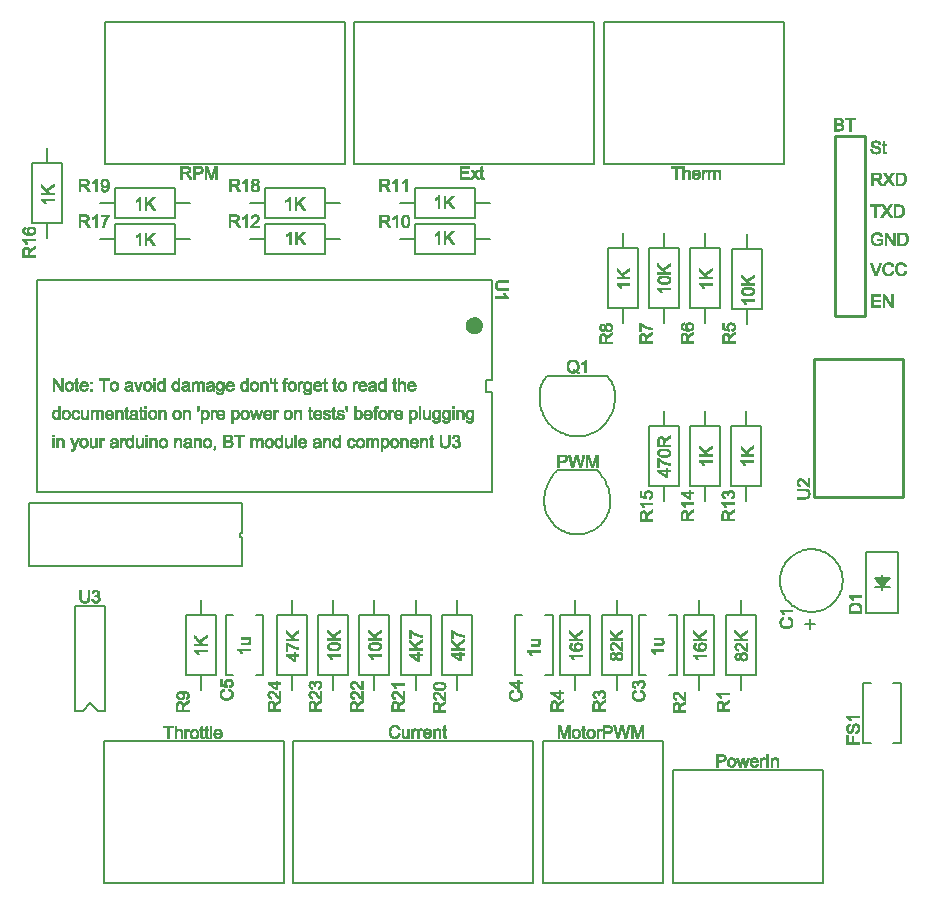
<source format=gto>
G04 EasyPC Gerber Version 20.0.2 Build 4112 *
G04 #@! TF.Part,Single*
G04 #@! TF.FileFunction,Legend,Top *
%FSLAX35Y35*%
%MOIN*%
%ADD92C,0.00100*%
%ADD94C,0.00500*%
%ADD95C,0.00600*%
%ADD96C,0.00660*%
%ADD29C,0.01000*%
X0Y0D02*
D02*
D29*
X269010Y130250D02*
X298931D01*
Y176313*
X269010*
Y130250*
X286096Y190654D02*
Y250654D01*
X276096*
Y190654*
X286096*
D02*
D92*
X9447Y214007D02*
Y213307D01*
X9328Y213231*
X9213Y213157*
X9101Y213088*
X8997Y213023*
X8901Y212961*
X8809Y212904*
X8724Y212850*
X8648Y212796*
X8574Y212750*
X8505Y212707*
X8444Y212669*
X8390Y212631*
X8340Y212600*
X8298Y212573*
X8259Y212546*
X8228Y212527*
X8117Y212450*
X8017Y212369*
X7925Y212289*
X7840Y212208*
X7767Y212123*
X7706Y212043*
X7663Y211966*
X7633Y211889*
X7613Y211812*
X7602Y211720*
X7594Y211616*
X7590Y211500*
Y210854*
X9447*
Y210297*
X5241*
Y212162*
Y212254*
Y212346*
X5245Y212431*
X5253Y212511*
X5260Y212592*
X5268Y212665*
X5276Y212735*
X5287Y212800*
X5318Y212927*
X5364Y213046*
X5422Y213154*
X5495Y213254*
X5576Y213346*
X5672Y213427*
X5776Y213496*
X5887Y213554*
X6010Y213600*
X6133Y213634*
X6260Y213654*
X6391Y213661*
X6506Y213654*
X6618Y213642*
X6721Y213619*
X6821Y213584*
X6913Y213542*
X7002Y213492*
X7083Y213430*
X7156Y213357*
X7225Y213281*
X7291Y213192*
X7344Y213092*
X7394Y212988*
X7437Y212873*
X7471Y212750*
X7502Y212619*
X7525Y212481*
X7537*
X7590Y212585*
X7656Y212689*
X7733Y212789*
X7821Y212888*
X7921Y212988*
X8036Y213084*
X8163Y213181*
X8302Y213273*
X9447Y214007*
X7091Y210854D02*
Y212050D01*
Y212139*
X7087Y212219*
X7083Y212300*
X7075Y212373*
X7067Y212443*
X7056Y212508*
X7044Y212565*
X7029Y212623*
X6991Y212723*
X6941Y212811*
X6871Y212892*
X6791Y212961*
X6744Y212988*
X6698Y213015*
X6648Y213038*
X6602Y213054*
X6552Y213069*
X6498Y213077*
X6444Y213084*
X6391*
X6322*
X6252Y213073*
X6187Y213057*
X6126Y213035*
X6064Y213004*
X6010Y212969*
X5956Y212927*
X5902Y212877*
X5856Y212819*
X5814Y212754*
X5780Y212681*
X5752Y212600*
X5730Y212508*
X5714Y212408*
X5706Y212300*
X5702Y212185*
Y210854*
X7091*
X9447Y216276D02*
Y215760D01*
X6156*
X6244Y215660*
X6333Y215549*
X6414Y215433*
X6494Y215307*
X6571Y215172*
X6644Y215034*
X6714Y214884*
X6779Y214722*
X6279*
X6225Y214834*
X6168Y214938*
X6110Y215037*
X6052Y215134*
X5991Y215226*
X5929Y215315*
X5864Y215395*
X5798Y215476*
X5733Y215549*
X5664Y215618*
X5595Y215683*
X5522Y215745*
X5449Y215799*
X5376Y215853*
X5299Y215899*
X5218Y215941*
Y216276*
X9447*
X7279Y218109D02*
X7209Y218156D01*
X7148Y218202*
X7087Y218256*
X7033Y218306*
X6983Y218363*
X6937Y218421*
X6898Y218479*
X6860Y218540*
X6829Y218606*
X6798Y218671*
X6775Y218740*
X6756Y218813*
X6741Y218886*
X6729Y218963*
X6721Y219044*
Y219124*
X6725Y219252*
X6744Y219370*
X6775Y219490*
X6817Y219601*
X6871Y219709*
X6937Y219813*
X7013Y219909*
X7102Y220001*
X7202Y220086*
X7306Y220159*
X7417Y220220*
X7537Y220274*
X7663Y220313*
X7794Y220339*
X7932Y220359*
X8078Y220363*
X8225Y220359*
X8367Y220339*
X8502Y220313*
X8632Y220274*
X8759Y220224*
X8878Y220159*
X8990Y220086*
X9097Y220001*
X9197Y219909*
X9282Y219809*
X9355Y219701*
X9413Y219582*
X9459Y219459*
X9493Y219328*
X9513Y219190*
X9520Y219044*
X9513Y218898*
X9489Y218756*
X9455Y218617*
X9409Y218486*
X9343Y218359*
X9267Y218236*
X9178Y218125*
X9070Y218013*
X9013Y217963*
X8948Y217913*
X8878Y217867*
X8805Y217829*
X8724Y217791*
X8636Y217756*
X8548Y217721*
X8448Y217694*
X8348Y217667*
X8240Y217648*
X8125Y217629*
X8009Y217613*
X7882Y217602*
X7756Y217594*
X7617Y217591*
X7479Y217587*
X7340Y217591*
X7206Y217594*
X7075Y217602*
X6952Y217610*
X6829Y217625*
X6714Y217641*
X6602Y217660*
X6494Y217683*
X6391Y217710*
X6291Y217737*
X6194Y217771*
X6106Y217806*
X6018Y217844*
X5937Y217883*
X5860Y217925*
X5787Y217975*
X5718Y218025*
X5652Y218075*
X5595Y218129*
X5537Y218186*
X5487Y218248*
X5441Y218313*
X5399Y218379*
X5360Y218448*
X5330Y218517*
X5299Y218590*
X5276Y218667*
X5257Y218748*
X5241Y218828*
X5230Y218913*
X5222Y219002*
X5218Y219090*
X5222Y219209*
X5237Y219320*
X5257Y219424*
X5287Y219528*
X5322Y219628*
X5368Y219720*
X5422Y219809*
X5483Y219893*
X5552Y219970*
X5633Y220040*
X5718Y220101*
X5810Y220155*
X5914Y220201*
X6022Y220239*
X6141Y220270*
X6268Y220289*
X6314Y219774*
X6233Y219755*
X6156Y219732*
X6087Y219705*
X6022Y219678*
X5960Y219644*
X5906Y219609*
X5856Y219570*
X5810Y219528*
X5772Y219482*
X5737Y219432*
X5710Y219378*
X5687Y219320*
X5668Y219263*
X5656Y219198*
X5649Y219132*
X5645Y219063*
X5649Y218967*
X5668Y218871*
X5699Y218782*
X5741Y218694*
X5798Y218613*
X5864Y218532*
X5945Y218456*
X6037Y218383*
X6144Y218317*
X6264Y218259*
X6394Y218209*
X6544Y218171*
X6706Y218140*
X6883Y218117*
X7071Y218102*
X7279Y218098*
Y218109*
X9094Y219032D02*
X9090Y219121D01*
X9078Y219205*
X9055Y219282*
X9024Y219355*
X8982Y219428*
X8932Y219494*
X8874Y219555*
X8809Y219613*
X8732Y219663*
X8655Y219709*
X8574Y219747*
X8490Y219778*
X8402Y219801*
X8309Y219817*
X8213Y219828*
X8113Y219832*
X8013Y219828*
X7917Y219817*
X7829Y219801*
X7740Y219778*
X7659Y219747*
X7583Y219709*
X7506Y219663*
X7440Y219613*
X7375Y219555*
X7321Y219490*
X7275Y219424*
X7237Y219351*
X7209Y219274*
X7187Y219194*
X7175Y219109*
X7171Y219017*
X7175Y218932*
X7187Y218852*
X7206Y218775*
X7233Y218698*
X7271Y218629*
X7313Y218559*
X7363Y218490*
X7421Y218429*
X7487Y218371*
X7559Y218321*
X7633Y218279*
X7713Y218244*
X7798Y218217*
X7890Y218198*
X7982Y218186*
X8082Y218183*
X8186Y218186*
X8286Y218198*
X8382Y218217*
X8471Y218244*
X8559Y218275*
X8644Y218317*
X8724Y218367*
X8798Y218425*
X8867Y218486*
X8928Y218552*
X8978Y218625*
X9020Y218698*
X9051Y218775*
X9074Y218859*
X9090Y218944*
X9094Y219032*
X5241Y210296D02*
X9447D01*
X5241Y210390D02*
X9447D01*
X5241Y210484D02*
X9447D01*
X5241Y210578D02*
X9447D01*
X5241Y210671D02*
X9447D01*
X5241Y210765D02*
X9447D01*
X5241Y210859D02*
X5702D01*
X7091D02*
X7590D01*
X5241Y210952D02*
X5702D01*
X7091D02*
X7590D01*
X5241Y211046D02*
X5702D01*
X7091D02*
X7590D01*
X5241Y211140D02*
X5702D01*
X7091D02*
X7590D01*
X5241Y211233D02*
X5702D01*
X7091D02*
X7590D01*
X5241Y211327D02*
X5702D01*
X7091D02*
X7590D01*
X5241Y211421D02*
X5702D01*
X7091D02*
X7590D01*
X5241Y211515D02*
X5702D01*
X7091D02*
X7591D01*
X5241Y211608D02*
X5702D01*
X7091D02*
X7594D01*
X5241Y211702D02*
X5702D01*
X7091D02*
X7601D01*
X5241Y211796D02*
X5702D01*
X7091D02*
X7611D01*
X5241Y211889D02*
X5702D01*
X7091D02*
X7633D01*
X5241Y211983D02*
X5702D01*
X7091D02*
X7673D01*
X5241Y212077D02*
X5702D01*
X7091D02*
X7731D01*
X5241Y212170D02*
X5702D01*
X7089D02*
X7808D01*
X5241Y212264D02*
X5705D01*
X7084D02*
X7899D01*
X5241Y212358D02*
X5711D01*
X7077D02*
X8004D01*
X5247Y212452D02*
X5721D01*
X7066D02*
X8117D01*
X5256Y212545D02*
X5739D01*
X7048D02*
X7514D01*
X7570D02*
X8259D01*
X5265Y212639D02*
X5765D01*
X7023D02*
X7497D01*
X7624D02*
X8401D01*
X5275Y212733D02*
X5804D01*
X6985D02*
X7475D01*
X7689D02*
X8546D01*
X5294Y212826D02*
X5862D01*
X6928D02*
X7450D01*
X7766D02*
X8691D01*
X5317Y212920D02*
X5949D01*
X6839D02*
X7419D01*
X7853D02*
X8835D01*
X5352Y213014D02*
X6084D01*
X6702D02*
X7382D01*
X7952D02*
X8983D01*
X5397Y213107D02*
X7336D01*
X8067D02*
X9132D01*
X5457Y213201D02*
X7284D01*
X8194D02*
X9281D01*
X5531Y213295D02*
X7213D01*
X8336D02*
X9428D01*
X5626Y213389D02*
X7125D01*
X8482D02*
X9447D01*
X5756Y213482D02*
X7015D01*
X8628D02*
X9447D01*
X5947Y213576D02*
X6839D01*
X8774D02*
X9447D01*
X8921Y213670D02*
X9447D01*
X9067Y213763D02*
X9447D01*
X9213Y213857D02*
X9447D01*
X9359Y213951D02*
X9447D01*
X6244Y214794D02*
X6750D01*
X6195Y214888D02*
X6712D01*
X6143Y214981D02*
X6669D01*
X6087Y215075D02*
X6622D01*
X6029Y215169D02*
X6573D01*
X5965Y215263D02*
X6520D01*
X5895Y215356D02*
X6463D01*
X5819Y215450D02*
X6402D01*
X5738Y215544D02*
X6337D01*
X5644Y215637D02*
X6263D01*
X5538Y215731D02*
X6182D01*
X5413Y215825D02*
X9447D01*
X5261Y215919D02*
X9447D01*
X5218Y216012D02*
X9447D01*
X5218Y216106D02*
X9447D01*
X5218Y216200D02*
X9447D01*
X7026Y217605D02*
X7917D01*
X6433Y217699D02*
X8465D01*
X6141Y217793D02*
X8729D01*
X5931Y217886D02*
X8907D01*
X5780Y217980D02*
X9032D01*
X5654Y218074D02*
X9129D01*
X5556Y218167D02*
X6563D01*
X7194D02*
X9212D01*
X5478Y218261D02*
X6264D01*
X7081D02*
X7674D01*
X8519D02*
X9282D01*
X5414Y218355D02*
X6083D01*
X6990D02*
X7510D01*
X8705D02*
X9341D01*
X5360Y218448D02*
X5954D01*
X6918D02*
X7403D01*
X8824D02*
X9389D01*
X5319Y218542D02*
X5856D01*
X6859D02*
X7326D01*
X8919D02*
X9428D01*
X5285Y218636D02*
X5782D01*
X6815D02*
X7267D01*
X8985D02*
X9460D01*
X5261Y218730D02*
X5724D01*
X6779D02*
X7222D01*
X9033D02*
X9483D01*
X5242Y218823D02*
X5684D01*
X6754D02*
X7194D01*
X9065D02*
X9500D01*
X5229Y218917D02*
X5659D01*
X6736D02*
X7178D01*
X9085D02*
X9514D01*
X5222Y219011D02*
X5647D01*
X6724D02*
X7172D01*
X9093D02*
X9519D01*
X5219Y219104D02*
X5647D01*
X6721D02*
X7175D01*
X9091D02*
X9517D01*
X5222Y219198D02*
X5656D01*
X6724D02*
X7188D01*
X9079D02*
X9511D01*
X5233Y219292D02*
X5677D01*
X6732D02*
X7216D01*
X9051D02*
X9498D01*
X5250Y219385D02*
X5714D01*
X6748D02*
X7254D01*
X9007D02*
X9478D01*
X5273Y219479D02*
X5770D01*
X6772D02*
X7314D01*
X8943D02*
X9451D01*
X5303Y219573D02*
X5859D01*
X6807D02*
X7395D01*
X8854D02*
X9416D01*
X5341Y219667D02*
X6001D01*
X6850D02*
X7512D01*
X8726D02*
X9372D01*
X5392Y219760D02*
X6254D01*
X6904D02*
X7694D01*
X8539D02*
X9315D01*
X5455Y219854D02*
X6307D01*
X6970D02*
X9244D01*
X5532Y219948D02*
X6298D01*
X7051D02*
X9155D01*
X5635Y220041D02*
X6290D01*
X7150D02*
X9046D01*
X5776Y220135D02*
X6281D01*
X7272D02*
X8915D01*
X5992Y220229D02*
X6273D01*
X7437D02*
X8747D01*
X7711Y220322D02*
X8452D01*
X18622Y165678D02*
X18050D01*
X15850Y168981*
X15839*
Y165678*
X15312*
Y169884*
X15881*
X18080Y166581*
X18092*
Y169884*
X18622*
Y165678*
X20726Y168792D02*
X20876Y168785D01*
X21022Y168765*
X21160Y168735*
X21291Y168692*
X21414Y168635*
X21533Y168565*
X21644Y168485*
X21748Y168389*
X21844Y168285*
X21925Y168169*
X21994Y168043*
X22052Y167904*
X22098Y167754*
X22129Y167596*
X22148Y167427*
X22156Y167246*
X22152Y167139*
X22148Y167031*
X22140Y166928*
X22125Y166831*
X22109Y166739*
X22094Y166647*
X22071Y166562*
X22044Y166481*
X22013Y166405*
X21983Y166331*
X21948Y166262*
X21906Y166197*
X21863Y166135*
X21817Y166078*
X21767Y166028*
X21713Y165978*
X21602Y165889*
X21487Y165817*
X21371Y165751*
X21248Y165697*
X21122Y165659*
X20994Y165628*
X20860Y165613*
X20726Y165605*
X20583Y165613*
X20445Y165628*
X20314Y165659*
X20187Y165701*
X20064Y165755*
X19945Y165820*
X19833Y165897*
X19722Y165989*
X19622Y166089*
X19537Y166205*
X19465Y166335*
X19403Y166481*
X19357Y166639*
X19326Y166812*
X19307Y167000*
X19299Y167200*
X19303Y167393*
X19322Y167573*
X19357Y167743*
X19399Y167900*
X19457Y168043*
X19530Y168173*
X19614Y168293*
X19711Y168396*
X19814Y168489*
X19926Y168569*
X20045Y168638*
X20168Y168692*
X20299Y168735*
X20433Y168769*
X20576Y168785*
X20726Y168792*
Y166031D02*
X20833Y166035D01*
X20933Y166051*
X21025Y166078*
X21114Y166112*
X21194Y166159*
X21268Y166216*
X21337Y166281*
X21398Y166358*
X21452Y166443*
X21498Y166535*
X21537Y166631*
X21567Y166735*
X21594Y166847*
X21610Y166966*
X21621Y167089*
X21625Y167220*
X21621Y167358*
X21610Y167489*
X21591Y167608*
X21560Y167720*
X21525Y167823*
X21479Y167916*
X21425Y168004*
X21368Y168081*
X21298Y168146*
X21229Y168208*
X21156Y168258*
X21075Y168296*
X20994Y168331*
X20910Y168350*
X20818Y168365*
X20726Y168369*
X20630Y168365*
X20537Y168350*
X20449Y168327*
X20368Y168296*
X20287Y168254*
X20214Y168204*
X20145Y168146*
X20080Y168077*
X20018Y167996*
X19968Y167912*
X19926Y167816*
X19891Y167708*
X19860Y167596*
X19841Y167474*
X19830Y167339*
X19826Y167200*
X19830Y167058*
X19841Y166928*
X19864Y166804*
X19891Y166689*
X19926Y166585*
X19972Y166489*
X20022Y166405*
X20083Y166324*
X20149Y166255*
X20218Y166197*
X20295Y166147*
X20372Y166105*
X20452Y166070*
X20541Y166051*
X20630Y166035*
X20726Y166031*
X23940Y165682D02*
X23832Y165663D01*
X23728Y165647*
X23636Y165639*
X23555Y165636*
X23470Y165639*
X23398Y165643*
X23324Y165655*
X23259Y165667*
X23202Y165685*
X23148Y165705*
X23102Y165728*
X23059Y165755*
X22990Y165820*
X22936Y165893*
X22894Y165970*
X22871Y166059*
X22863Y166109*
X22856Y166159*
X22848Y166216*
X22844Y166278*
X22840Y166347*
Y166416*
X22836Y166489*
Y166570*
Y168323*
X22459*
Y168723*
X22836*
Y169480*
X23352Y169796*
Y168723*
X23870*
Y168323*
X23352*
Y166543*
X23355Y166485*
Y166435*
X23359Y166389*
X23363Y166347*
X23370Y166309*
X23378Y166274*
X23390Y166243*
X23402Y166216*
X23413Y166193*
X23432Y166174*
X23455Y166159*
X23482Y166143*
X23517Y166131*
X23551Y166124*
X23594Y166120*
X23640*
X23751Y166124*
X23870Y166143*
X23940Y165682*
X27035Y167070D02*
X24751D01*
X24763Y166947*
X24781Y166831*
X24809Y166724*
X24839Y166624*
X24878Y166531*
X24924Y166447*
X24978Y166366*
X25039Y166297*
X25105Y166235*
X25178Y166181*
X25251Y166135*
X25328Y166097*
X25412Y166066*
X25497Y166047*
X25589Y166035*
X25681Y166031*
X25754*
X25824Y166039*
X25889Y166051*
X25954Y166070*
X26016Y166093*
X26074Y166120*
X26127Y166151*
X26177Y166185*
X26227Y166228*
X26273Y166274*
X26316Y166328*
X26354Y166381*
X26393Y166443*
X26427Y166512*
X26458Y166581*
X26485Y166658*
X27015Y166593*
X26981Y166478*
X26939Y166370*
X26889Y166266*
X26835Y166170*
X26769Y166085*
X26700Y166001*
X26627Y165928*
X26543Y165863*
X26454Y165801*
X26358Y165751*
X26262Y165705*
X26154Y165670*
X26043Y165643*
X25928Y165620*
X25808Y165609*
X25681Y165605*
X25516Y165613*
X25358Y165632*
X25208Y165667*
X25070Y165713*
X24939Y165770*
X24820Y165843*
X24709Y165928*
X24609Y166028*
X24520Y166135*
X24439Y166255*
X24374Y166385*
X24320Y166524*
X24278Y166674*
X24247Y166831*
X24228Y166997*
X24224Y167178*
X24228Y167350*
X24247Y167520*
X24274Y167677*
X24317Y167827*
X24370Y167969*
X24435Y168104*
X24509Y168227*
X24597Y168343*
X24697Y168450*
X24805Y168539*
X24920Y168615*
X25047Y168681*
X25185Y168731*
X25331Y168765*
X25489Y168785*
X25654Y168792*
X25735Y168788*
X25816Y168785*
X25900Y168773*
X25981Y168754*
X26058Y168735*
X26139Y168707*
X26216Y168681*
X26293Y168646*
X26370Y168604*
X26443Y168557*
X26512Y168507*
X26581Y168446*
X26643Y168381*
X26704Y168311*
X26762Y168231*
X26819Y168146*
X26869Y168054*
X26912Y167950*
X26950Y167831*
X26981Y167704*
X27004Y167562*
X27019Y167408*
X27031Y167246*
X27035Y167070*
X26504Y167496D02*
X26493Y167608D01*
X26473Y167712*
X26446Y167808*
X26416Y167896*
X26373Y167973*
X26327Y168046*
X26273Y168108*
X26212Y168165*
X26150Y168212*
X26081Y168254*
X26016Y168289*
X25946Y168319*
X25874Y168343*
X25800Y168358*
X25728Y168365*
X25654Y168369*
X25562Y168365*
X25478Y168354*
X25397Y168335*
X25320Y168308*
X25247Y168273*
X25178Y168231*
X25112Y168185*
X25055Y168127*
X24997Y168062*
X24947Y167996*
X24905Y167923*
X24866Y167846*
X24835Y167766*
X24813Y167681*
X24793Y167589*
X24781Y167496*
X26504*
X28376Y168135D02*
X27788D01*
Y168723*
X28376*
Y168135*
Y165678D02*
X27788D01*
Y166266*
X28376*
Y165678*
X33990Y169388D02*
X32598D01*
Y165678*
X32041*
Y169388*
X30660*
Y169884*
X33990*
Y169388*
X35754Y168792D02*
X35904Y168785D01*
X36050Y168765*
X36189Y168735*
X36320Y168692*
X36443Y168635*
X36562Y168565*
X36673Y168485*
X36777Y168389*
X36873Y168285*
X36954Y168169*
X37023Y168043*
X37081Y167904*
X37127Y167754*
X37158Y167596*
X37177Y167427*
X37185Y167246*
X37181Y167139*
X37177Y167031*
X37169Y166928*
X37154Y166831*
X37139Y166739*
X37123Y166647*
X37100Y166562*
X37073Y166481*
X37043Y166405*
X37012Y166331*
X36977Y166262*
X36935Y166197*
X36893Y166135*
X36846Y166078*
X36796Y166028*
X36743Y165978*
X36631Y165889*
X36516Y165817*
X36400Y165751*
X36278Y165697*
X36150Y165659*
X36024Y165628*
X35889Y165613*
X35754Y165605*
X35612Y165613*
X35474Y165628*
X35343Y165659*
X35216Y165701*
X35093Y165755*
X34974Y165820*
X34863Y165897*
X34751Y165989*
X34651Y166089*
X34567Y166205*
X34493Y166335*
X34432Y166481*
X34386Y166639*
X34355Y166812*
X34336Y167000*
X34328Y167200*
X34332Y167393*
X34351Y167573*
X34386Y167743*
X34428Y167900*
X34486Y168043*
X34559Y168173*
X34643Y168293*
X34739Y168396*
X34843Y168489*
X34955Y168569*
X35074Y168638*
X35197Y168692*
X35328Y168735*
X35462Y168769*
X35605Y168785*
X35754Y168792*
Y166031D02*
X35862Y166035D01*
X35962Y166051*
X36054Y166078*
X36143Y166112*
X36224Y166159*
X36296Y166216*
X36366Y166281*
X36427Y166358*
X36481Y166443*
X36527Y166535*
X36566Y166631*
X36596Y166735*
X36624Y166847*
X36639Y166966*
X36650Y167089*
X36654Y167220*
X36650Y167358*
X36639Y167489*
X36620Y167608*
X36589Y167720*
X36554Y167823*
X36508Y167916*
X36454Y168004*
X36396Y168081*
X36328Y168146*
X36258Y168208*
X36185Y168258*
X36104Y168296*
X36024Y168331*
X35939Y168350*
X35847Y168365*
X35754Y168369*
X35658Y168365*
X35566Y168350*
X35478Y168327*
X35397Y168296*
X35316Y168254*
X35243Y168204*
X35174Y168146*
X35109Y168077*
X35047Y167996*
X34997Y167912*
X34955Y167816*
X34920Y167708*
X34889Y167596*
X34870Y167474*
X34859Y167339*
X34855Y167200*
X34859Y167058*
X34870Y166928*
X34893Y166804*
X34920Y166689*
X34955Y166585*
X35001Y166489*
X35051Y166405*
X35113Y166324*
X35178Y166255*
X35247Y166197*
X35324Y166147*
X35401Y166105*
X35481Y166070*
X35570Y166051*
X35658Y166035*
X35754Y166031*
X42056Y165678D02*
X41514D01*
X41479Y165755*
X41448Y165843*
X41426Y165943*
X41406Y166055*
X41276Y165947*
X41145Y165859*
X41006Y165782*
X40868Y165717*
X40726Y165670*
X40583Y165636*
X40433Y165613*
X40287Y165605*
X40168Y165609*
X40057Y165620*
X39953Y165639*
X39853Y165667*
X39761Y165701*
X39676Y165743*
X39599Y165789*
X39526Y165847*
X39461Y165909*
X39403Y165978*
X39357Y166051*
X39315Y166128*
X39284Y166209*
X39265Y166297*
X39249Y166389*
X39246Y166485*
X39249Y166578*
X39265Y166666*
X39284Y166751*
X39315Y166831*
X39353Y166904*
X39399Y166978*
X39453Y167047*
X39515Y167108*
X39588Y167166*
X39672Y167220*
X39772Y167270*
X39884Y167312*
X40003Y167350*
X40141Y167385*
X40287Y167412*
X40445Y167435*
X40930Y167508*
X41056Y167527*
X41176Y167554*
X41280Y167581*
X41372Y167612*
Y167670*
Y167720*
Y167766*
Y167812*
X41368Y167850*
X41364Y167885*
Y167916*
X41360Y167943*
X41348Y167989*
X41330Y168039*
X41306Y168089*
X41276Y168139*
X41233Y168189*
X41183Y168235*
X41122Y168273*
X41049Y168308*
X40964Y168335*
X40868Y168354*
X40757Y168365*
X40633Y168369*
X40553*
X40476Y168361*
X40403Y168354*
X40333Y168339*
X40272Y168323*
X40211Y168300*
X40157Y168277*
X40107Y168246*
X40061Y168212*
X40019Y168173*
X39980Y168123*
X39941Y168069*
X39911Y168008*
X39884Y167943*
X39861Y167869*
X39841Y167789*
X39334Y167854*
X39361Y167966*
X39392Y168073*
X39434Y168173*
X39484Y168261*
X39542Y168346*
X39607Y168423*
X39680Y168492*
X39765Y168557*
X39853Y168611*
X39953Y168657*
X40057Y168700*
X40172Y168735*
X40295Y168757*
X40426Y168777*
X40564Y168788*
X40710Y168792*
X40841Y168788*
X40968Y168781*
X41080Y168769*
X41187Y168750*
X41283Y168727*
X41368Y168700*
X41448Y168669*
X41514Y168631*
X41576Y168589*
X41633Y168546*
X41679Y168500*
X41722Y168450*
X41760Y168400*
X41791Y168350*
X41814Y168293*
X41833Y168239*
X41844Y168177*
X41856Y168115*
X41868Y168046*
X41875Y167973*
X41883Y167900*
X41887Y167819*
X41891Y167735*
Y167646*
Y166950*
Y166801*
Y166662*
X41894Y166535*
Y166424*
X41898Y166324*
X41902Y166235*
X41910Y166162*
X41914Y166101*
X41933Y165993*
X41964Y165885*
X42002Y165782*
X42056Y165678*
X41372Y167020D02*
Y167204D01*
X41268Y167174*
X41160Y167139*
X41045Y167112*
X40922Y167085*
X40799Y167058*
X40664Y167035*
X40526Y167012*
X40383Y166989*
X40311Y166981*
X40245Y166966*
X40183Y166950*
X40126Y166931*
X40076Y166908*
X40026Y166885*
X39984Y166858*
X39945Y166828*
X39911Y166797*
X39880Y166762*
X39853Y166724*
X39834Y166681*
X39819Y166639*
X39807Y166593*
X39799Y166547*
Y166497*
Y166443*
X39807Y166397*
X39819Y166347*
X39838Y166305*
X39861Y166262*
X39888Y166224*
X39919Y166185*
X39957Y166151*
X39995Y166116*
X40041Y166089*
X40091Y166066*
X40149Y166047*
X40207Y166031*
X40268Y166020*
X40337Y166016*
X40411Y166013*
X40503Y166016*
X40595Y166028*
X40683Y166047*
X40768Y166070*
X40853Y166101*
X40930Y166143*
X41006Y166189*
X41083Y166243*
X41149Y166305*
X41210Y166374*
X41260Y166458*
X41302Y166551*
X41333Y166651*
X41356Y166762*
X41368Y166885*
X41372Y167020*
X45159Y168723D02*
X44006Y165678D01*
X43525*
X42367Y168723*
X42913*
X43544Y166962*
X43586Y166839*
X43621Y166731*
X43656Y166631*
X43682Y166543*
X43709Y166462*
X43728Y166393*
X43744Y166331*
X43756Y166281*
X43767*
X43778Y166331*
X43794Y166381*
X43809Y166439*
X43828Y166497*
X43848Y166562*
X43871Y166631*
X43898Y166701*
X43924Y166778*
X44628Y168723*
X45159*
X46862Y168792D02*
X47012Y168785D01*
X47158Y168765*
X47296Y168735*
X47427Y168692*
X47550Y168635*
X47669Y168565*
X47781Y168485*
X47885Y168389*
X47981Y168285*
X48061Y168169*
X48131Y168043*
X48189Y167904*
X48235Y167754*
X48265Y167596*
X48285Y167427*
X48292Y167246*
X48288Y167139*
X48285Y167031*
X48277Y166928*
X48261Y166831*
X48246Y166739*
X48231Y166647*
X48207Y166562*
X48181Y166481*
X48150Y166405*
X48119Y166331*
X48085Y166262*
X48042Y166197*
X48000Y166135*
X47954Y166078*
X47904Y166028*
X47850Y165978*
X47739Y165889*
X47623Y165817*
X47508Y165751*
X47385Y165697*
X47258Y165659*
X47131Y165628*
X46996Y165613*
X46862Y165605*
X46720Y165613*
X46581Y165628*
X46450Y165659*
X46324Y165701*
X46201Y165755*
X46081Y165820*
X45970Y165897*
X45859Y165989*
X45759Y166089*
X45674Y166205*
X45601Y166335*
X45539Y166481*
X45493Y166639*
X45463Y166812*
X45443Y167000*
X45435Y167200*
X45439Y167393*
X45459Y167573*
X45493Y167743*
X45535Y167900*
X45593Y168043*
X45666Y168173*
X45751Y168293*
X45847Y168396*
X45951Y168489*
X46062Y168569*
X46181Y168638*
X46304Y168692*
X46435Y168735*
X46570Y168769*
X46712Y168785*
X46862Y168792*
Y166031D02*
X46970Y166035D01*
X47070Y166051*
X47162Y166078*
X47250Y166112*
X47331Y166159*
X47404Y166216*
X47473Y166281*
X47535Y166358*
X47589Y166443*
X47635Y166535*
X47673Y166631*
X47704Y166735*
X47731Y166847*
X47746Y166966*
X47758Y167089*
X47762Y167220*
X47758Y167358*
X47746Y167489*
X47727Y167608*
X47696Y167720*
X47662Y167823*
X47615Y167916*
X47562Y168004*
X47504Y168081*
X47435Y168146*
X47366Y168208*
X47293Y168258*
X47212Y168296*
X47131Y168331*
X47046Y168350*
X46954Y168365*
X46862Y168369*
X46766Y168365*
X46674Y168350*
X46585Y168327*
X46504Y168296*
X46424Y168254*
X46351Y168204*
X46281Y168146*
X46216Y168077*
X46154Y167996*
X46105Y167912*
X46062Y167816*
X46028Y167708*
X45997Y167596*
X45978Y167474*
X45966Y167339*
X45962Y167200*
X45966Y167058*
X45978Y166928*
X46001Y166804*
X46028Y166689*
X46062Y166585*
X46108Y166489*
X46158Y166405*
X46220Y166324*
X46285Y166255*
X46354Y166197*
X46431Y166147*
X46508Y166105*
X46589Y166070*
X46678Y166051*
X46766Y166035*
X46862Y166031*
X49407Y165678D02*
X48888D01*
Y168723*
X49407*
Y165678*
Y169300D02*
X48888D01*
Y169884*
X49407*
Y169300*
X52660Y165678D02*
X52175D01*
Y166066*
X52164*
X52091Y165959*
X52010Y165863*
X51918Y165785*
X51818Y165720*
X51706Y165670*
X51587Y165636*
X51460Y165613*
X51326Y165605*
X51187Y165613*
X51057Y165632*
X50930Y165667*
X50811Y165717*
X50699Y165778*
X50587Y165855*
X50487Y165947*
X50391Y166051*
X50303Y166162*
X50226Y166289*
X50161Y166420*
X50111Y166558*
X50069Y166704*
X50038Y166862*
X50022Y167028*
X50015Y167200*
X50022Y167377*
X50038Y167550*
X50065Y167708*
X50103Y167858*
X50153Y168000*
X50215Y168131*
X50288Y168254*
X50369Y168365*
X50461Y168465*
X50561Y168550*
X50665Y168623*
X50780Y168685*
X50899Y168731*
X51026Y168765*
X51160Y168785*
X51303Y168792*
X51433Y168785*
X51556Y168765*
X51676Y168735*
X51783Y168688*
X51883Y168631*
X51972Y168557*
X52056Y168473*
X52129Y168377*
X52141*
Y169884*
X52660*
Y165678*
X51380Y166031D02*
X51464Y166035D01*
X51541Y166047*
X51618Y166070*
X51691Y166101*
X51764Y166139*
X51830Y166185*
X51891Y166243*
X51952Y166309*
X52010Y166381*
X52056Y166466*
X52098Y166558*
X52129Y166658*
X52156Y166770*
X52175Y166889*
X52183Y167016*
X52187Y167154*
Y167289*
X52175Y167416*
X52160Y167539*
X52133Y167654*
X52106Y167762*
X52068Y167862*
X52026Y167954*
X51972Y168039*
X51918Y168115*
X51852Y168185*
X51787Y168243*
X51710Y168289*
X51630Y168323*
X51545Y168350*
X51453Y168365*
X51356Y168369*
X51260Y168365*
X51168Y168350*
X51083Y168323*
X51003Y168289*
X50930Y168243*
X50864Y168189*
X50803Y168123*
X50749Y168046*
X50703Y167962*
X50661Y167873*
X50626Y167777*
X50595Y167673*
X50572Y167566*
X50557Y167450*
X50545Y167327*
Y167200*
X50549Y167016*
X50572Y166850*
X50607Y166697*
X50653Y166558*
X50683Y166493*
X50715Y166435*
X50749Y166378*
X50787Y166328*
X50826Y166281*
X50868Y166235*
X50914Y166197*
X50964Y166162*
X51014Y166131*
X51064Y166105*
X51114Y166081*
X51164Y166063*
X51218Y166051*
X51272Y166039*
X51326Y166031*
X51380*
X57562Y165678D02*
X57078D01*
Y166066*
X57066*
X56993Y165959*
X56912Y165863*
X56820Y165785*
X56720Y165720*
X56608Y165670*
X56489Y165636*
X56362Y165613*
X56228Y165605*
X56089Y165613*
X55959Y165632*
X55832Y165667*
X55713Y165717*
X55601Y165778*
X55489Y165855*
X55390Y165947*
X55293Y166051*
X55205Y166162*
X55128Y166289*
X55063Y166420*
X55013Y166558*
X54970Y166704*
X54940Y166862*
X54924Y167028*
X54917Y167200*
X54924Y167377*
X54940Y167550*
X54967Y167708*
X55005Y167858*
X55055Y168000*
X55117Y168131*
X55190Y168254*
X55270Y168365*
X55363Y168465*
X55463Y168550*
X55567Y168623*
X55682Y168685*
X55801Y168731*
X55928Y168765*
X56063Y168785*
X56205Y168792*
X56335Y168785*
X56458Y168765*
X56578Y168735*
X56685Y168688*
X56785Y168631*
X56874Y168557*
X56958Y168473*
X57031Y168377*
X57043*
Y169884*
X57562*
Y165678*
X56281Y166031D02*
X56366Y166035D01*
X56443Y166047*
X56520Y166070*
X56593Y166101*
X56666Y166139*
X56731Y166185*
X56793Y166243*
X56854Y166309*
X56912Y166381*
X56958Y166466*
X57000Y166558*
X57031Y166658*
X57058Y166770*
X57078Y166889*
X57085Y167016*
X57089Y167154*
Y167289*
X57078Y167416*
X57062Y167539*
X57035Y167654*
X57008Y167762*
X56970Y167862*
X56928Y167954*
X56874Y168039*
X56820Y168115*
X56754Y168185*
X56689Y168243*
X56612Y168289*
X56531Y168323*
X56447Y168350*
X56355Y168365*
X56259Y168369*
X56162Y168365*
X56070Y168350*
X55985Y168323*
X55905Y168289*
X55832Y168243*
X55767Y168189*
X55705Y168123*
X55651Y168046*
X55605Y167962*
X55563Y167873*
X55528Y167777*
X55497Y167673*
X55474Y167566*
X55459Y167450*
X55447Y167327*
Y167200*
X55451Y167016*
X55474Y166850*
X55509Y166697*
X55555Y166558*
X55586Y166493*
X55617Y166435*
X55651Y166378*
X55689Y166328*
X55728Y166281*
X55770Y166235*
X55817Y166197*
X55866Y166162*
X55916Y166131*
X55966Y166105*
X56016Y166081*
X56066Y166063*
X56120Y166051*
X56174Y166039*
X56228Y166031*
X56281*
X61007Y165678D02*
X60465D01*
X60430Y165755*
X60399Y165843*
X60376Y165943*
X60357Y166055*
X60226Y165947*
X60096Y165859*
X59957Y165782*
X59819Y165717*
X59676Y165670*
X59534Y165636*
X59384Y165613*
X59238Y165605*
X59119Y165609*
X59007Y165620*
X58904Y165639*
X58804Y165667*
X58711Y165701*
X58627Y165743*
X58550Y165789*
X58477Y165847*
X58411Y165909*
X58354Y165978*
X58308Y166051*
X58265Y166128*
X58235Y166209*
X58215Y166297*
X58200Y166389*
X58196Y166485*
X58200Y166578*
X58215Y166666*
X58235Y166751*
X58265Y166831*
X58304Y166904*
X58350Y166978*
X58404Y167047*
X58465Y167108*
X58539Y167166*
X58623Y167220*
X58723Y167270*
X58835Y167312*
X58954Y167350*
X59092Y167385*
X59238Y167412*
X59396Y167435*
X59880Y167508*
X60007Y167527*
X60126Y167554*
X60230Y167581*
X60322Y167612*
Y167670*
Y167720*
Y167766*
Y167812*
X60319Y167850*
X60315Y167885*
Y167916*
X60311Y167943*
X60299Y167989*
X60280Y168039*
X60257Y168089*
X60226Y168139*
X60184Y168189*
X60134Y168235*
X60072Y168273*
X60000Y168308*
X59915Y168335*
X59819Y168354*
X59707Y168365*
X59584Y168369*
X59504*
X59426Y168361*
X59354Y168354*
X59284Y168339*
X59223Y168323*
X59161Y168300*
X59107Y168277*
X59057Y168246*
X59011Y168212*
X58969Y168173*
X58931Y168123*
X58892Y168069*
X58861Y168008*
X58835Y167943*
X58811Y167869*
X58792Y167789*
X58285Y167854*
X58311Y167966*
X58343Y168073*
X58385Y168173*
X58435Y168261*
X58492Y168346*
X58557Y168423*
X58631Y168492*
X58715Y168557*
X58804Y168611*
X58904Y168657*
X59007Y168700*
X59123Y168735*
X59246Y168757*
X59376Y168777*
X59515Y168788*
X59661Y168792*
X59792Y168788*
X59919Y168781*
X60030Y168769*
X60138Y168750*
X60234Y168727*
X60319Y168700*
X60399Y168669*
X60465Y168631*
X60526Y168589*
X60584Y168546*
X60630Y168500*
X60672Y168450*
X60711Y168400*
X60741Y168350*
X60765Y168293*
X60784Y168239*
X60795Y168177*
X60807Y168115*
X60819Y168046*
X60826Y167973*
X60834Y167900*
X60837Y167819*
X60841Y167735*
Y167646*
Y166950*
Y166801*
Y166662*
X60845Y166535*
Y166424*
X60849Y166324*
X60853Y166235*
X60861Y166162*
X60865Y166101*
X60884Y165993*
X60915Y165885*
X60953Y165782*
X61007Y165678*
X60322Y167020D02*
Y167204D01*
X60219Y167174*
X60111Y167139*
X59996Y167112*
X59872Y167085*
X59750Y167058*
X59615Y167035*
X59476Y167012*
X59334Y166989*
X59261Y166981*
X59196Y166966*
X59134Y166950*
X59077Y166931*
X59027Y166908*
X58977Y166885*
X58934Y166858*
X58896Y166828*
X58861Y166797*
X58831Y166762*
X58804Y166724*
X58785Y166681*
X58769Y166639*
X58757Y166593*
X58750Y166547*
Y166497*
Y166443*
X58757Y166397*
X58769Y166347*
X58788Y166305*
X58811Y166262*
X58838Y166224*
X58869Y166185*
X58907Y166151*
X58946Y166116*
X58992Y166089*
X59042Y166066*
X59100Y166047*
X59157Y166031*
X59219Y166020*
X59288Y166016*
X59361Y166013*
X59454Y166016*
X59546Y166028*
X59634Y166047*
X59719Y166070*
X59803Y166101*
X59880Y166143*
X59957Y166189*
X60034Y166243*
X60099Y166305*
X60161Y166374*
X60211Y166458*
X60253Y166551*
X60284Y166651*
X60307Y166762*
X60319Y166885*
X60322Y167020*
X65763Y165678D02*
X65244D01*
Y167600*
Y167704*
X65240Y167796*
X65228Y167885*
X65217Y167966*
X65198Y168039*
X65167Y168104*
X65124Y168169*
X65070Y168231*
X65036Y168258*
X65002Y168281*
X64959Y168300*
X64917Y168319*
X64867Y168331*
X64817Y168339*
X64759Y168346*
X64698*
X64621Y168343*
X64552Y168335*
X64482Y168315*
X64413Y168293*
X64348Y168265*
X64286Y168227*
X64229Y168185*
X64171Y168135*
X64121Y168077*
X64075Y168012*
X64036Y167939*
X64006Y167858*
X63983Y167766*
X63963Y167666*
X63956Y167562*
X63952Y167446*
Y165678*
X63433*
Y167658*
Y167754*
X63425Y167843*
X63413Y167919*
X63398Y167993*
X63379Y168054*
X63356Y168112*
X63329Y168162*
X63294Y168200*
X63260Y168235*
X63217Y168265*
X63175Y168289*
X63125Y168311*
X63075Y168327*
X63021Y168339*
X62964Y168346*
X62902*
X62818Y168343*
X62741Y168335*
X62668Y168315*
X62598Y168289*
X62529Y168258*
X62468Y168219*
X62410Y168173*
X62352Y168119*
X62302Y168054*
X62260Y167977*
X62222Y167889*
X62195Y167789*
X62172Y167673*
X62152Y167550*
X62145Y167412*
X62141Y167258*
Y165678*
X61622*
Y168723*
X62087*
Y168300*
X62099*
X62141Y168358*
X62183Y168415*
X62226Y168465*
X62272Y168515*
X62322Y168557*
X62372Y168600*
X62426Y168635*
X62483Y168669*
X62541Y168696*
X62598Y168723*
X62664Y168742*
X62729Y168761*
X62794Y168773*
X62864Y168785*
X62937Y168788*
X63010Y168792*
X63091Y168788*
X63171Y168785*
X63244Y168773*
X63317Y168757*
X63383Y168738*
X63448Y168715*
X63506Y168688*
X63563Y168657*
X63613Y168623*
X63663Y168585*
X63709Y168539*
X63748Y168492*
X63787Y168439*
X63821Y168385*
X63852Y168323*
X63875Y168258*
X63921Y168323*
X63963Y168385*
X64013Y168439*
X64063Y168492*
X64113Y168539*
X64167Y168585*
X64221Y168623*
X64279Y168657*
X64340Y168688*
X64402Y168715*
X64467Y168738*
X64532Y168757*
X64598Y168773*
X64671Y168785*
X64740Y168788*
X64817Y168792*
X64928Y168788*
X65036Y168777*
X65136Y168757*
X65228Y168727*
X65313Y168692*
X65394Y168650*
X65463Y168596*
X65524Y168535*
X65582Y168469*
X65628Y168392*
X65670Y168308*
X65701Y168215*
X65728Y168115*
X65747Y168008*
X65759Y167893*
X65763Y167769*
Y165678*
X69169D02*
X68627D01*
X68593Y165755*
X68562Y165843*
X68539Y165943*
X68519Y166055*
X68389Y165947*
X68258Y165859*
X68120Y165782*
X67981Y165717*
X67839Y165670*
X67696Y165636*
X67546Y165613*
X67400Y165605*
X67281Y165609*
X67170Y165620*
X67066Y165639*
X66966Y165667*
X66874Y165701*
X66789Y165743*
X66712Y165789*
X66639Y165847*
X66574Y165909*
X66516Y165978*
X66470Y166051*
X66428Y166128*
X66397Y166209*
X66378Y166297*
X66363Y166389*
X66359Y166485*
X66363Y166578*
X66378Y166666*
X66397Y166751*
X66428Y166831*
X66466Y166904*
X66512Y166978*
X66566Y167047*
X66628Y167108*
X66701Y167166*
X66785Y167220*
X66885Y167270*
X66997Y167312*
X67116Y167350*
X67254Y167385*
X67400Y167412*
X67558Y167435*
X68043Y167508*
X68169Y167527*
X68289Y167554*
X68393Y167581*
X68485Y167612*
Y167670*
Y167720*
Y167766*
Y167812*
X68481Y167850*
X68477Y167885*
Y167916*
X68473Y167943*
X68462Y167989*
X68443Y168039*
X68419Y168089*
X68389Y168139*
X68346Y168189*
X68296Y168235*
X68235Y168273*
X68162Y168308*
X68077Y168335*
X67981Y168354*
X67870Y168365*
X67746Y168369*
X67666*
X67589Y168361*
X67516Y168354*
X67447Y168339*
X67385Y168323*
X67324Y168300*
X67270Y168277*
X67220Y168246*
X67174Y168212*
X67131Y168173*
X67093Y168123*
X67054Y168069*
X67024Y168008*
X66997Y167943*
X66974Y167869*
X66955Y167789*
X66447Y167854*
X66474Y167966*
X66505Y168073*
X66547Y168173*
X66597Y168261*
X66655Y168346*
X66720Y168423*
X66793Y168492*
X66878Y168557*
X66966Y168611*
X67066Y168657*
X67170Y168700*
X67285Y168735*
X67408Y168757*
X67539Y168777*
X67677Y168788*
X67824Y168792*
X67954Y168788*
X68081Y168781*
X68193Y168769*
X68300Y168750*
X68396Y168727*
X68481Y168700*
X68562Y168669*
X68627Y168631*
X68689Y168589*
X68746Y168546*
X68792Y168500*
X68835Y168450*
X68873Y168400*
X68904Y168350*
X68927Y168293*
X68946Y168239*
X68957Y168177*
X68969Y168115*
X68981Y168046*
X68989Y167973*
X68996Y167900*
X69000Y167819*
X69004Y167735*
Y167646*
Y166950*
Y166801*
Y166662*
X69007Y166535*
Y166424*
X69011Y166324*
X69015Y166235*
X69023Y166162*
X69027Y166101*
X69046Y165993*
X69077Y165885*
X69115Y165782*
X69169Y165678*
X68485Y167020D02*
Y167204D01*
X68381Y167174*
X68273Y167139*
X68158Y167112*
X68035Y167085*
X67912Y167058*
X67777Y167035*
X67639Y167012*
X67496Y166989*
X67424Y166981*
X67358Y166966*
X67297Y166950*
X67239Y166931*
X67189Y166908*
X67139Y166885*
X67097Y166858*
X67058Y166828*
X67024Y166797*
X66993Y166762*
X66966Y166724*
X66947Y166681*
X66931Y166639*
X66920Y166593*
X66912Y166547*
Y166497*
Y166443*
X66920Y166397*
X66931Y166347*
X66951Y166305*
X66974Y166262*
X67001Y166224*
X67031Y166185*
X67070Y166151*
X67108Y166116*
X67154Y166089*
X67204Y166066*
X67262Y166047*
X67320Y166031*
X67381Y166020*
X67450Y166016*
X67524Y166013*
X67616Y166016*
X67708Y166028*
X67796Y166047*
X67881Y166070*
X67966Y166101*
X68043Y166143*
X68120Y166189*
X68196Y166243*
X68262Y166305*
X68323Y166374*
X68373Y166458*
X68415Y166551*
X68446Y166651*
X68469Y166762*
X68481Y166885*
X68485Y167020*
X72291Y166089D02*
Y165931D01*
X72283Y165785*
X72272Y165647*
X72260Y165520*
X72241Y165405*
X72218Y165301*
X72191Y165205*
X72164Y165120*
X72126Y165040*
X72083Y164967*
X72037Y164898*
X71983Y164836*
X71922Y164774*
X71857Y164720*
X71783Y164667*
X71703Y164620*
X71618Y164578*
X71530Y164544*
X71437Y164513*
X71341Y164486*
X71241Y164467*
X71134Y164455*
X71026Y164448*
X70915Y164444*
X70788Y164448*
X70665Y164459*
X70549Y164474*
X70442Y164502*
X70334Y164532*
X70234Y164570*
X70142Y164620*
X70054Y164674*
X69973Y164736*
X69904Y164805*
X69842Y164886*
X69796Y164974*
X69757Y165074*
X69730Y165182*
X69715Y165297*
X69707Y165424*
X70211Y165347*
X70219Y165290*
X70234Y165236*
X70253Y165182*
X70276Y165136*
X70303Y165094*
X70334Y165055*
X70372Y165017*
X70411Y164986*
X70457Y164959*
X70507Y164932*
X70565Y164913*
X70622Y164894*
X70688Y164882*
X70757Y164874*
X70830Y164867*
X70907*
X71003*
X71095Y164874*
X71180Y164890*
X71257Y164905*
X71326Y164928*
X71391Y164959*
X71445Y164990*
X71495Y165028*
X71541Y165070*
X71580Y165117*
X71614Y165163*
X71645Y165209*
X71672Y165263*
X71695Y165317*
X71711Y165370*
X71726Y165428*
X71733Y165489*
X71741Y165555*
X71749Y165628*
X71757Y165709*
X71761Y165793*
X71764Y165882*
Y165978*
Y166078*
X71680Y165981*
X71587Y165901*
X71491Y165832*
X71387Y165778*
X71276Y165735*
X71165Y165701*
X71045Y165685*
X70919Y165678*
X70776Y165685*
X70638Y165705*
X70507Y165739*
X70384Y165785*
X70269Y165851*
X70161Y165924*
X70057Y166013*
X69965Y166116*
X69880Y166231*
X69807Y166351*
X69746Y166478*
X69696Y166612*
X69654Y166754*
X69627Y166904*
X69611Y167062*
X69604Y167224*
X69611Y167389*
X69627Y167546*
X69654Y167696*
X69692Y167839*
X69742Y167977*
X69804Y168108*
X69873Y168227*
X69954Y168343*
X70046Y168450*
X70146Y168539*
X70257Y168615*
X70372Y168681*
X70499Y168731*
X70630Y168765*
X70776Y168785*
X70926Y168792*
X71057Y168785*
X71184Y168765*
X71303Y168731*
X71415Y168685*
X71522Y168623*
X71622Y168550*
X71714Y168461*
X71803Y168358*
X71814*
Y168723*
X72291*
Y166089*
X70969Y166101D02*
X71049Y166105D01*
X71130Y166116*
X71207Y166135*
X71280Y166166*
X71353Y166201*
X71422Y166247*
X71487Y166301*
X71553Y166362*
X71614Y166431*
X71664Y166516*
X71711Y166608*
X71745Y166712*
X71772Y166828*
X71795Y166954*
X71807Y167093*
X71811Y167243*
X71807Y167374*
X71795Y167500*
X71776Y167616*
X71749Y167723*
X71714Y167823*
X71672Y167916*
X71622Y168000*
X71565Y168077*
X71503Y168146*
X71437Y168208*
X71365Y168258*
X71291Y168296*
X71215Y168331*
X71134Y168350*
X71049Y168365*
X70961Y168369*
X70872Y168365*
X70788Y168350*
X70707Y168327*
X70630Y168296*
X70557Y168254*
X70488Y168200*
X70422Y168143*
X70365Y168073*
X70311Y167993*
X70261Y167908*
X70222Y167816*
X70192Y167720*
X70165Y167612*
X70146Y167500*
X70138Y167381*
X70134Y167254*
X70138Y167108*
X70150Y166974*
X70169Y166850*
X70192Y166735*
X70226Y166631*
X70269Y166535*
X70319Y166451*
X70376Y166378*
X70438Y166312*
X70503Y166255*
X70572Y166209*
X70646Y166170*
X70722Y166139*
X70799Y166116*
X70884Y166105*
X70969Y166101*
X75713Y167070D02*
X73429D01*
X73441Y166947*
X73460Y166831*
X73487Y166724*
X73517Y166624*
X73556Y166531*
X73602Y166447*
X73656Y166366*
X73717Y166297*
X73783Y166235*
X73856Y166181*
X73929Y166135*
X74006Y166097*
X74091Y166066*
X74175Y166047*
X74267Y166035*
X74359Y166031*
X74433*
X74502Y166039*
X74567Y166051*
X74632Y166070*
X74694Y166093*
X74752Y166120*
X74806Y166151*
X74856Y166185*
X74906Y166228*
X74952Y166274*
X74994Y166328*
X75032Y166381*
X75071Y166443*
X75106Y166512*
X75136Y166581*
X75163Y166658*
X75694Y166593*
X75659Y166478*
X75617Y166370*
X75567Y166266*
X75513Y166170*
X75448Y166085*
X75378Y166001*
X75305Y165928*
X75221Y165863*
X75132Y165801*
X75036Y165751*
X74940Y165705*
X74832Y165670*
X74721Y165643*
X74606Y165620*
X74486Y165609*
X74359Y165605*
X74194Y165613*
X74037Y165632*
X73887Y165667*
X73748Y165713*
X73617Y165770*
X73498Y165843*
X73387Y165928*
X73287Y166028*
X73198Y166135*
X73118Y166255*
X73052Y166385*
X72998Y166524*
X72956Y166674*
X72926Y166831*
X72906Y166997*
X72902Y167178*
X72906Y167350*
X72926Y167520*
X72952Y167677*
X72994Y167827*
X73048Y167969*
X73114Y168104*
X73187Y168227*
X73275Y168343*
X73375Y168450*
X73483Y168539*
X73598Y168615*
X73725Y168681*
X73863Y168731*
X74009Y168765*
X74167Y168785*
X74333Y168792*
X74413Y168788*
X74494Y168785*
X74579Y168773*
X74659Y168754*
X74736Y168735*
X74817Y168707*
X74894Y168681*
X74971Y168646*
X75048Y168604*
X75121Y168557*
X75190Y168507*
X75259Y168446*
X75321Y168381*
X75382Y168311*
X75440Y168231*
X75498Y168146*
X75548Y168054*
X75590Y167950*
X75628Y167831*
X75659Y167704*
X75682Y167562*
X75698Y167408*
X75709Y167246*
X75713Y167070*
X75182Y167496D02*
X75171Y167608D01*
X75152Y167712*
X75124Y167808*
X75094Y167896*
X75052Y167973*
X75006Y168046*
X74952Y168108*
X74890Y168165*
X74829Y168212*
X74759Y168254*
X74694Y168289*
X74625Y168319*
X74552Y168343*
X74479Y168358*
X74406Y168365*
X74333Y168369*
X74240Y168365*
X74156Y168354*
X74075Y168335*
X73998Y168308*
X73925Y168273*
X73856Y168231*
X73791Y168185*
X73733Y168127*
X73675Y168062*
X73625Y167996*
X73583Y167923*
X73544Y167846*
X73514Y167766*
X73491Y167681*
X73471Y167589*
X73460Y167496*
X75182*
X80430Y165678D02*
X79946D01*
Y166066*
X79934*
X79861Y165959*
X79781Y165863*
X79688Y165785*
X79588Y165720*
X79477Y165670*
X79357Y165636*
X79231Y165613*
X79096Y165605*
X78958Y165613*
X78827Y165632*
X78700Y165667*
X78581Y165717*
X78470Y165778*
X78358Y165855*
X78258Y165947*
X78162Y166051*
X78074Y166162*
X77996Y166289*
X77931Y166420*
X77881Y166558*
X77839Y166704*
X77808Y166862*
X77793Y167028*
X77785Y167200*
X77793Y167377*
X77808Y167550*
X77835Y167708*
X77874Y167858*
X77924Y168000*
X77985Y168131*
X78058Y168254*
X78139Y168365*
X78231Y168465*
X78331Y168550*
X78435Y168623*
X78550Y168685*
X78669Y168731*
X78796Y168765*
X78931Y168785*
X79073Y168792*
X79204Y168785*
X79327Y168765*
X79446Y168735*
X79554Y168688*
X79654Y168631*
X79742Y168557*
X79827Y168473*
X79900Y168377*
X79911*
Y169884*
X80430*
Y165678*
X79150Y166031D02*
X79235Y166035D01*
X79311Y166047*
X79389Y166070*
X79461Y166101*
X79535Y166139*
X79600Y166185*
X79661Y166243*
X79723Y166309*
X79781Y166381*
X79827Y166466*
X79869Y166558*
X79900Y166658*
X79927Y166770*
X79946Y166889*
X79954Y167016*
X79957Y167154*
Y167289*
X79946Y167416*
X79931Y167539*
X79904Y167654*
X79877Y167762*
X79838Y167862*
X79796Y167954*
X79742Y168039*
X79688Y168115*
X79623Y168185*
X79557Y168243*
X79481Y168289*
X79400Y168323*
X79315Y168350*
X79223Y168365*
X79127Y168369*
X79031Y168365*
X78939Y168350*
X78854Y168323*
X78773Y168289*
X78700Y168243*
X78635Y168189*
X78573Y168123*
X78520Y168046*
X78473Y167962*
X78431Y167873*
X78396Y167777*
X78366Y167673*
X78343Y167566*
X78327Y167450*
X78316Y167327*
Y167200*
X78320Y167016*
X78343Y166850*
X78377Y166697*
X78423Y166558*
X78454Y166493*
X78485Y166435*
X78520Y166378*
X78558Y166328*
X78596Y166281*
X78639Y166235*
X78685Y166197*
X78735Y166162*
X78785Y166131*
X78835Y166105*
X78885Y166081*
X78935Y166063*
X78989Y166051*
X79043Y166039*
X79096Y166031*
X79150*
X82476Y168792D02*
X82626Y168785D01*
X82772Y168765*
X82910Y168735*
X83041Y168692*
X83164Y168635*
X83283Y168565*
X83394Y168485*
X83498Y168389*
X83594Y168285*
X83675Y168169*
X83744Y168043*
X83802Y167904*
X83848Y167754*
X83879Y167596*
X83898Y167427*
X83906Y167246*
X83902Y167139*
X83898Y167031*
X83891Y166928*
X83875Y166831*
X83860Y166739*
X83844Y166647*
X83821Y166562*
X83794Y166481*
X83764Y166405*
X83733Y166331*
X83698Y166262*
X83656Y166197*
X83614Y166135*
X83568Y166078*
X83518Y166028*
X83464Y165978*
X83352Y165889*
X83237Y165817*
X83122Y165751*
X82998Y165697*
X82872Y165659*
X82745Y165628*
X82610Y165613*
X82476Y165605*
X82333Y165613*
X82195Y165628*
X82064Y165659*
X81937Y165701*
X81815Y165755*
X81695Y165820*
X81584Y165897*
X81472Y165989*
X81372Y166089*
X81288Y166205*
X81215Y166335*
X81153Y166481*
X81107Y166639*
X81076Y166812*
X81057Y167000*
X81049Y167200*
X81053Y167393*
X81072Y167573*
X81107Y167743*
X81149Y167900*
X81207Y168043*
X81280Y168173*
X81365Y168293*
X81461Y168396*
X81565Y168489*
X81676Y168569*
X81795Y168638*
X81918Y168692*
X82049Y168735*
X82183Y168769*
X82326Y168785*
X82476Y168792*
Y166031D02*
X82583Y166035D01*
X82683Y166051*
X82776Y166078*
X82864Y166112*
X82945Y166159*
X83018Y166216*
X83087Y166281*
X83148Y166358*
X83202Y166443*
X83248Y166535*
X83287Y166631*
X83318Y166735*
X83344Y166847*
X83360Y166966*
X83372Y167089*
X83376Y167220*
X83372Y167358*
X83360Y167489*
X83341Y167608*
X83310Y167720*
X83276Y167823*
X83229Y167916*
X83176Y168004*
X83118Y168081*
X83048Y168146*
X82980Y168208*
X82906Y168258*
X82826Y168296*
X82745Y168331*
X82660Y168350*
X82568Y168365*
X82476Y168369*
X82380Y168365*
X82287Y168350*
X82199Y168327*
X82118Y168296*
X82037Y168254*
X81965Y168204*
X81895Y168146*
X81830Y168077*
X81768Y167996*
X81719Y167912*
X81676Y167816*
X81641Y167708*
X81611Y167596*
X81591Y167474*
X81580Y167339*
X81576Y167200*
X81580Y167058*
X81591Y166928*
X81615Y166804*
X81641Y166689*
X81676Y166585*
X81722Y166489*
X81772Y166405*
X81833Y166324*
X81899Y166255*
X81968Y166197*
X82045Y166147*
X82122Y166105*
X82203Y166070*
X82291Y166051*
X82380Y166035*
X82476Y166031*
X86993Y165678D02*
X86470D01*
Y167527*
Y167643*
X86463Y167746*
X86447Y167839*
X86432Y167923*
X86405Y168000*
X86378Y168065*
X86344Y168123*
X86305Y168173*
X86259Y168212*
X86213Y168250*
X86159Y168277*
X86105Y168304*
X86044Y168323*
X85978Y168335*
X85909Y168346*
X85836*
X85724Y168339*
X85613Y168319*
X85506Y168285*
X85402Y168235*
X85309Y168173*
X85229Y168100*
X85163Y168015*
X85113Y167919*
X85090Y167866*
X85075Y167808*
X85059Y167743*
X85048Y167673*
X85036Y167600*
X85032Y167520*
X85029Y167435*
X85025Y167343*
Y165678*
X84509*
Y168723*
X84975*
Y168293*
X84986*
X85029Y168354*
X85071Y168411*
X85117Y168461*
X85167Y168511*
X85221Y168557*
X85275Y168596*
X85328Y168635*
X85390Y168665*
X85452Y168696*
X85513Y168723*
X85578Y168742*
X85648Y168761*
X85717Y168773*
X85790Y168785*
X85867Y168788*
X85944Y168792*
X86063Y168788*
X86182Y168769*
X86301Y168742*
X86420Y168707*
X86532Y168657*
X86632Y168600*
X86717Y168527*
X86789Y168446*
X86851Y168361*
X86897Y168269*
X86935Y168177*
X86959Y168081*
X86967Y168031*
X86974Y167973*
X86978Y167916*
X86982Y167850*
X86985Y167781*
X86989Y167708*
Y167635*
X86993Y167550*
Y165678*
X87781Y168392D02*
X87643Y169200D01*
Y169884*
X88231*
Y169200*
X88100Y168392*
X87781*
X90081Y165682D02*
X89973Y165663D01*
X89869Y165647*
X89777Y165639*
X89696Y165636*
X89611Y165639*
X89539Y165643*
X89465Y165655*
X89400Y165667*
X89343Y165685*
X89289Y165705*
X89243Y165728*
X89200Y165755*
X89131Y165820*
X89077Y165893*
X89035Y165970*
X89012Y166059*
X89004Y166109*
X88996Y166159*
X88989Y166216*
X88985Y166278*
X88981Y166347*
Y166416*
X88977Y166489*
Y166570*
Y168323*
X88600*
Y168723*
X88977*
Y169480*
X89493Y169796*
Y168723*
X90011*
Y168323*
X89493*
Y166543*
X89496Y166485*
Y166435*
X89500Y166389*
X89504Y166347*
X89511Y166309*
X89519Y166274*
X89531Y166243*
X89543Y166216*
X89554Y166193*
X89573Y166174*
X89596Y166159*
X89623Y166143*
X89658Y166131*
X89692Y166124*
X89735Y166120*
X89781*
X89892Y166124*
X90011Y166143*
X90081Y165682*
X93598Y169907D02*
X93518Y169454D01*
X93364Y169473*
X93214Y169480*
X93126Y169476*
X93045Y169461*
X92972Y169438*
X92910Y169404*
X92883Y169376*
X92857Y169346*
X92837Y169311*
X92822Y169265*
X92807Y169211*
X92799Y169154*
X92791Y169084*
Y169011*
Y168723*
X93380*
Y168323*
X92791*
Y165678*
X92272*
Y168323*
X91815*
Y168723*
X92272*
Y169054*
X92276Y169165*
X92283Y169273*
X92299Y169373*
X92318Y169469*
X92330Y169515*
X92349Y169561*
X92368Y169604*
X92395Y169646*
X92426Y169688*
X92461Y169730*
X92503Y169769*
X92545Y169807*
X92595Y169842*
X92649Y169872*
X92710Y169900*
X92780Y169919*
X92853Y169938*
X92933Y169950*
X93022Y169953*
X93114Y169957*
X93230Y169953*
X93349Y169946*
X93472Y169926*
X93598Y169907*
X95037Y168792D02*
X95187Y168785D01*
X95333Y168765*
X95471Y168735*
X95602Y168692*
X95725Y168635*
X95844Y168565*
X95956Y168485*
X96059Y168389*
X96155Y168285*
X96236Y168169*
X96305Y168043*
X96363Y167904*
X96409Y167754*
X96440Y167596*
X96459Y167427*
X96467Y167246*
X96463Y167139*
X96459Y167031*
X96451Y166928*
X96436Y166831*
X96420Y166739*
X96405Y166647*
X96382Y166562*
X96355Y166481*
X96324Y166405*
X96294Y166331*
X96259Y166262*
X96217Y166197*
X96174Y166135*
X96128Y166078*
X96078Y166028*
X96024Y165978*
X95913Y165889*
X95798Y165817*
X95682Y165751*
X95559Y165697*
X95433Y165659*
X95306Y165628*
X95171Y165613*
X95037Y165605*
X94894Y165613*
X94756Y165628*
X94625Y165659*
X94498Y165701*
X94375Y165755*
X94256Y165820*
X94144Y165897*
X94033Y165989*
X93933Y166089*
X93848Y166205*
X93776Y166335*
X93714Y166481*
X93668Y166639*
X93637Y166812*
X93618Y167000*
X93610Y167200*
X93614Y167393*
X93633Y167573*
X93668Y167743*
X93710Y167900*
X93768Y168043*
X93841Y168173*
X93925Y168293*
X94022Y168396*
X94125Y168489*
X94237Y168569*
X94356Y168638*
X94479Y168692*
X94610Y168735*
X94744Y168769*
X94887Y168785*
X95037Y168792*
Y166031D02*
X95144Y166035D01*
X95244Y166051*
X95336Y166078*
X95425Y166112*
X95506Y166159*
X95579Y166216*
X95648Y166281*
X95709Y166358*
X95763Y166443*
X95809Y166535*
X95848Y166631*
X95878Y166735*
X95906Y166847*
X95921Y166966*
X95932Y167089*
X95936Y167220*
X95932Y167358*
X95921Y167489*
X95902Y167608*
X95871Y167720*
X95836Y167823*
X95790Y167916*
X95736Y168004*
X95679Y168081*
X95609Y168146*
X95540Y168208*
X95467Y168258*
X95386Y168296*
X95306Y168331*
X95221Y168350*
X95129Y168365*
X95037Y168369*
X94941Y168365*
X94848Y168350*
X94760Y168327*
X94679Y168296*
X94598Y168254*
X94525Y168204*
X94456Y168146*
X94391Y168077*
X94329Y167996*
X94279Y167912*
X94237Y167816*
X94202Y167708*
X94171Y167596*
X94152Y167474*
X94141Y167339*
X94137Y167200*
X94141Y167058*
X94152Y166928*
X94175Y166804*
X94202Y166689*
X94237Y166585*
X94283Y166489*
X94333Y166405*
X94394Y166324*
X94460Y166255*
X94529Y166197*
X94606Y166147*
X94683Y166105*
X94763Y166070*
X94852Y166051*
X94941Y166035*
X95037Y166031*
X98704Y168627D02*
X98528Y168150D01*
X98431Y168200*
X98339Y168235*
X98243Y168258*
X98151Y168265*
X98081Y168261*
X98016Y168246*
X97955Y168227*
X97897Y168200*
X97843Y168162*
X97797Y168119*
X97751Y168065*
X97713Y168004*
X97678Y167935*
X97647Y167862*
X97620Y167781*
X97601Y167693*
X97585Y167596*
X97574Y167496*
X97566Y167389*
X97563Y167277*
Y165678*
X97047*
Y168723*
X97516*
Y168265*
X97528*
X97559Y168327*
X97593Y168389*
X97628Y168442*
X97663Y168496*
X97697Y168542*
X97735Y168585*
X97774Y168623*
X97812Y168661*
X97855Y168692*
X97897Y168719*
X97939Y168742*
X97985Y168757*
X98031Y168773*
X98078Y168785*
X98124Y168788*
X98174Y168792*
X98239Y168788*
X98308Y168781*
X98374Y168769*
X98439Y168750*
X98504Y168727*
X98574Y168700*
X98639Y168665*
X98704Y168627*
X101515Y166089D02*
Y165931D01*
X101507Y165785*
X101496Y165647*
X101484Y165520*
X101465Y165405*
X101442Y165301*
X101415Y165205*
X101388Y165120*
X101350Y165040*
X101307Y164967*
X101261Y164898*
X101207Y164836*
X101146Y164774*
X101080Y164720*
X101007Y164667*
X100927Y164620*
X100842Y164578*
X100754Y164544*
X100661Y164513*
X100565Y164486*
X100465Y164467*
X100357Y164455*
X100250Y164448*
X100139Y164444*
X100011Y164448*
X99889Y164459*
X99773Y164474*
X99665Y164502*
X99558Y164532*
X99458Y164570*
X99366Y164620*
X99277Y164674*
X99196Y164736*
X99127Y164805*
X99066Y164886*
X99020Y164974*
X98981Y165074*
X98954Y165182*
X98939Y165297*
X98931Y165424*
X99435Y165347*
X99443Y165290*
X99458Y165236*
X99477Y165182*
X99500Y165136*
X99527Y165094*
X99558Y165055*
X99596Y165017*
X99635Y164986*
X99681Y164959*
X99731Y164932*
X99789Y164913*
X99846Y164894*
X99911Y164882*
X99981Y164874*
X100054Y164867*
X100131*
X100227*
X100319Y164874*
X100404Y164890*
X100481Y164905*
X100550Y164928*
X100615Y164959*
X100669Y164990*
X100719Y165028*
X100765Y165070*
X100804Y165117*
X100838Y165163*
X100869Y165209*
X100896Y165263*
X100919Y165317*
X100934Y165370*
X100950Y165428*
X100957Y165489*
X100965Y165555*
X100973Y165628*
X100980Y165709*
X100984Y165793*
X100988Y165882*
Y165978*
Y166078*
X100904Y165981*
X100811Y165901*
X100715Y165832*
X100611Y165778*
X100500Y165735*
X100388Y165701*
X100269Y165685*
X100142Y165678*
X100000Y165685*
X99862Y165705*
X99731Y165739*
X99608Y165785*
X99493Y165851*
X99385Y165924*
X99281Y166013*
X99189Y166116*
X99104Y166231*
X99031Y166351*
X98970Y166478*
X98920Y166612*
X98878Y166754*
X98850Y166904*
X98835Y167062*
X98828Y167224*
X98835Y167389*
X98850Y167546*
X98878Y167696*
X98916Y167839*
X98966Y167977*
X99027Y168108*
X99096Y168227*
X99177Y168343*
X99270Y168450*
X99370Y168539*
X99481Y168615*
X99596Y168681*
X99723Y168731*
X99854Y168765*
X100000Y168785*
X100150Y168792*
X100281Y168785*
X100407Y168765*
X100527Y168731*
X100638Y168685*
X100746Y168623*
X100846Y168550*
X100938Y168461*
X101026Y168358*
X101038*
Y168723*
X101515*
Y166089*
X100192Y166101D02*
X100273Y166105D01*
X100354Y166116*
X100431Y166135*
X100504Y166166*
X100577Y166201*
X100646Y166247*
X100711Y166301*
X100777Y166362*
X100838Y166431*
X100888Y166516*
X100934Y166608*
X100969Y166712*
X100996Y166828*
X101019Y166954*
X101030Y167093*
X101034Y167243*
X101030Y167374*
X101019Y167500*
X101000Y167616*
X100973Y167723*
X100938Y167823*
X100896Y167916*
X100846Y168000*
X100788Y168077*
X100727Y168146*
X100661Y168208*
X100588Y168258*
X100515Y168296*
X100438Y168331*
X100357Y168350*
X100273Y168365*
X100185Y168369*
X100096Y168365*
X100011Y168350*
X99931Y168327*
X99854Y168296*
X99781Y168254*
X99712Y168200*
X99646Y168143*
X99589Y168073*
X99535Y167993*
X99485Y167908*
X99446Y167816*
X99416Y167720*
X99389Y167612*
X99370Y167500*
X99362Y167381*
X99358Y167254*
X99362Y167108*
X99373Y166974*
X99393Y166850*
X99416Y166735*
X99450Y166631*
X99493Y166535*
X99543Y166451*
X99600Y166378*
X99662Y166312*
X99727Y166255*
X99796Y166209*
X99869Y166170*
X99946Y166139*
X100023Y166116*
X100108Y166105*
X100192Y166101*
X104937Y167070D02*
X102653D01*
X102665Y166947*
X102683Y166831*
X102711Y166724*
X102741Y166624*
X102780Y166531*
X102826Y166447*
X102880Y166366*
X102941Y166297*
X103007Y166235*
X103080Y166181*
X103153Y166135*
X103230Y166097*
X103314Y166066*
X103399Y166047*
X103491Y166035*
X103583Y166031*
X103656*
X103726Y166039*
X103791Y166051*
X103856Y166070*
X103918Y166093*
X103976Y166120*
X104029Y166151*
X104079Y166185*
X104129Y166228*
X104176Y166274*
X104218Y166328*
X104256Y166381*
X104294Y166443*
X104329Y166512*
X104360Y166581*
X104387Y166658*
X104917Y166593*
X104883Y166478*
X104841Y166370*
X104791Y166266*
X104737Y166170*
X104671Y166085*
X104602Y166001*
X104529Y165928*
X104444Y165863*
X104356Y165801*
X104260Y165751*
X104164Y165705*
X104056Y165670*
X103945Y165643*
X103830Y165620*
X103710Y165609*
X103583Y165605*
X103418Y165613*
X103260Y165632*
X103110Y165667*
X102972Y165713*
X102841Y165770*
X102722Y165843*
X102611Y165928*
X102511Y166028*
X102422Y166135*
X102341Y166255*
X102276Y166385*
X102222Y166524*
X102180Y166674*
X102149Y166831*
X102130Y166997*
X102126Y167178*
X102130Y167350*
X102149Y167520*
X102176Y167677*
X102219Y167827*
X102272Y167969*
X102338Y168104*
X102411Y168227*
X102499Y168343*
X102599Y168450*
X102707Y168539*
X102822Y168615*
X102949Y168681*
X103087Y168731*
X103233Y168765*
X103391Y168785*
X103556Y168792*
X103637Y168788*
X103718Y168785*
X103802Y168773*
X103883Y168754*
X103960Y168735*
X104041Y168707*
X104118Y168681*
X104194Y168646*
X104272Y168604*
X104344Y168557*
X104414Y168507*
X104483Y168446*
X104544Y168381*
X104606Y168311*
X104664Y168231*
X104721Y168146*
X104771Y168054*
X104814Y167950*
X104852Y167831*
X104883Y167704*
X104906Y167562*
X104921Y167408*
X104933Y167246*
X104937Y167070*
X104406Y167496D02*
X104394Y167608D01*
X104375Y167712*
X104348Y167808*
X104318Y167896*
X104275Y167973*
X104229Y168046*
X104176Y168108*
X104114Y168165*
X104052Y168212*
X103983Y168254*
X103918Y168289*
X103848Y168319*
X103776Y168343*
X103702Y168358*
X103630Y168365*
X103556Y168369*
X103464Y168365*
X103380Y168354*
X103299Y168335*
X103222Y168308*
X103149Y168273*
X103080Y168231*
X103014Y168185*
X102957Y168127*
X102899Y168062*
X102849Y167996*
X102807Y167923*
X102768Y167846*
X102737Y167766*
X102715Y167681*
X102695Y167589*
X102683Y167496*
X104406*
X106744Y165682D02*
X106636Y165663D01*
X106532Y165647*
X106440Y165639*
X106359Y165636*
X106275Y165639*
X106202Y165643*
X106128Y165655*
X106063Y165667*
X106006Y165685*
X105952Y165705*
X105906Y165728*
X105863Y165755*
X105794Y165820*
X105740Y165893*
X105698Y165970*
X105675Y166059*
X105667Y166109*
X105659Y166159*
X105652Y166216*
X105648Y166278*
X105644Y166347*
Y166416*
X105640Y166489*
Y166570*
Y168323*
X105263*
Y168723*
X105640*
Y169480*
X106156Y169796*
Y168723*
X106674*
Y168323*
X106156*
Y166543*
X106159Y166485*
Y166435*
X106163Y166389*
X106167Y166347*
X106175Y166309*
X106182Y166274*
X106194Y166243*
X106206Y166216*
X106217Y166193*
X106236Y166174*
X106259Y166159*
X106286Y166143*
X106321Y166131*
X106356Y166124*
X106398Y166120*
X106444*
X106555Y166124*
X106674Y166143*
X106744Y165682*
X110012D02*
X109904Y165663D01*
X109800Y165647*
X109708Y165639*
X109627Y165636*
X109543Y165639*
X109470Y165643*
X109396Y165655*
X109331Y165667*
X109274Y165685*
X109220Y165705*
X109174Y165728*
X109131Y165755*
X109062Y165820*
X109008Y165893*
X108966Y165970*
X108943Y166059*
X108935Y166109*
X108928Y166159*
X108920Y166216*
X108916Y166278*
X108912Y166347*
Y166416*
X108908Y166489*
Y166570*
Y168323*
X108531*
Y168723*
X108908*
Y169480*
X109424Y169796*
Y168723*
X109943*
Y168323*
X109424*
Y166543*
X109427Y166485*
Y166435*
X109431Y166389*
X109435Y166347*
X109443Y166309*
X109450Y166274*
X109462Y166243*
X109474Y166216*
X109485Y166193*
X109504Y166174*
X109527Y166159*
X109554Y166143*
X109589Y166131*
X109623Y166124*
X109666Y166120*
X109712*
X109823Y166124*
X109943Y166143*
X110012Y165682*
X111700Y168792D02*
X111850Y168785D01*
X111996Y168765*
X112134Y168735*
X112265Y168692*
X112388Y168635*
X112507Y168565*
X112619Y168485*
X112722Y168389*
X112819Y168285*
X112899Y168169*
X112969Y168043*
X113026Y167904*
X113072Y167754*
X113103Y167596*
X113122Y167427*
X113130Y167246*
X113126Y167139*
X113122Y167031*
X113115Y166928*
X113099Y166831*
X113083Y166739*
X113068Y166647*
X113045Y166562*
X113018Y166481*
X112987Y166405*
X112957Y166331*
X112922Y166262*
X112880Y166197*
X112837Y166135*
X112791Y166078*
X112741Y166028*
X112688Y165978*
X112576Y165889*
X112461Y165817*
X112345Y165751*
X112222Y165697*
X112096Y165659*
X111969Y165628*
X111834Y165613*
X111700Y165605*
X111557Y165613*
X111419Y165628*
X111288Y165659*
X111161Y165701*
X111038Y165755*
X110919Y165820*
X110807Y165897*
X110696Y165989*
X110596Y166089*
X110511Y166205*
X110439Y166335*
X110377Y166481*
X110331Y166639*
X110300Y166812*
X110281Y167000*
X110273Y167200*
X110277Y167393*
X110296Y167573*
X110331Y167743*
X110373Y167900*
X110431Y168043*
X110504Y168173*
X110589Y168293*
X110685Y168396*
X110788Y168489*
X110900Y168569*
X111019Y168638*
X111142Y168692*
X111273Y168735*
X111407Y168769*
X111550Y168785*
X111700Y168792*
Y166031D02*
X111807Y166035D01*
X111907Y166051*
X112000Y166078*
X112088Y166112*
X112169Y166159*
X112242Y166216*
X112311Y166281*
X112372Y166358*
X112426Y166443*
X112472Y166535*
X112511Y166631*
X112542Y166735*
X112569Y166847*
X112584Y166966*
X112595Y167089*
X112599Y167220*
X112595Y167358*
X112584Y167489*
X112565Y167608*
X112534Y167720*
X112499Y167823*
X112453Y167916*
X112399Y168004*
X112342Y168081*
X112272Y168146*
X112203Y168208*
X112130Y168258*
X112050Y168296*
X111969Y168331*
X111884Y168350*
X111792Y168365*
X111700Y168369*
X111604Y168365*
X111511Y168350*
X111423Y168327*
X111342Y168296*
X111261Y168254*
X111188Y168204*
X111119Y168146*
X111054Y168077*
X110992Y167996*
X110942Y167912*
X110900Y167816*
X110865Y167708*
X110835Y167596*
X110815Y167474*
X110804Y167339*
X110800Y167200*
X110804Y167058*
X110815Y166928*
X110838Y166804*
X110865Y166689*
X110900Y166585*
X110946Y166489*
X110996Y166405*
X111057Y166324*
X111123Y166255*
X111192Y166197*
X111269Y166147*
X111346Y166105*
X111427Y166070*
X111515Y166051*
X111604Y166035*
X111700Y166031*
X117002Y168627D02*
X116824Y168150D01*
X116728Y168200*
X116636Y168235*
X116540Y168258*
X116448Y168265*
X116379Y168261*
X116313Y168246*
X116252Y168227*
X116194Y168200*
X116140Y168162*
X116094Y168119*
X116048Y168065*
X116009Y168004*
X115975Y167935*
X115944Y167862*
X115917Y167781*
X115898Y167693*
X115883Y167596*
X115871Y167496*
X115863Y167389*
X115859Y167277*
Y165678*
X115344*
Y168723*
X115813*
Y168265*
X115825*
X115856Y168327*
X115890Y168389*
X115925Y168442*
X115959Y168496*
X115994Y168542*
X116033Y168585*
X116071Y168623*
X116109Y168661*
X116152Y168692*
X116194Y168719*
X116236Y168742*
X116282Y168757*
X116329Y168773*
X116375Y168785*
X116421Y168788*
X116471Y168792*
X116536Y168788*
X116606Y168781*
X116671Y168769*
X116736Y168750*
X116802Y168727*
X116871Y168700*
X116936Y168665*
X117002Y168627*
X119966Y167070D02*
X117682D01*
X117693Y166947*
X117713Y166831*
X117740Y166724*
X117770Y166624*
X117809Y166531*
X117855Y166447*
X117909Y166366*
X117970Y166297*
X118036Y166235*
X118109Y166181*
X118182Y166135*
X118259Y166097*
X118343Y166066*
X118428Y166047*
X118520Y166035*
X118612Y166031*
X118685*
X118755Y166039*
X118820Y166051*
X118885Y166070*
X118947Y166093*
X119005Y166120*
X119058Y166151*
X119108Y166185*
X119158Y166228*
X119204Y166274*
X119247Y166328*
X119285Y166381*
X119324Y166443*
X119358Y166512*
X119389Y166581*
X119416Y166658*
X119946Y166593*
X119912Y166478*
X119870Y166370*
X119820Y166266*
X119766Y166170*
X119700Y166085*
X119631Y166001*
X119558Y165928*
X119474Y165863*
X119385Y165801*
X119289Y165751*
X119193Y165705*
X119085Y165670*
X118974Y165643*
X118858Y165620*
X118739Y165609*
X118612Y165605*
X118447Y165613*
X118289Y165632*
X118139Y165667*
X118001Y165713*
X117870Y165770*
X117751Y165843*
X117640Y165928*
X117540Y166028*
X117451Y166135*
X117370Y166255*
X117305Y166385*
X117251Y166524*
X117209Y166674*
X117178Y166831*
X117159Y166997*
X117155Y167178*
X117159Y167350*
X117178Y167520*
X117205Y167677*
X117248Y167827*
X117301Y167969*
X117367Y168104*
X117440Y168227*
X117528Y168343*
X117628Y168450*
X117736Y168539*
X117851Y168615*
X117978Y168681*
X118117Y168731*
X118263Y168765*
X118420Y168785*
X118585Y168792*
X118666Y168788*
X118747Y168785*
X118831Y168773*
X118912Y168754*
X118989Y168735*
X119070Y168707*
X119147Y168681*
X119224Y168646*
X119301Y168604*
X119374Y168557*
X119443Y168507*
X119512Y168446*
X119574Y168381*
X119635Y168311*
X119693Y168231*
X119750Y168146*
X119800Y168054*
X119843Y167950*
X119881Y167831*
X119912Y167704*
X119935Y167562*
X119950Y167408*
X119962Y167246*
X119966Y167070*
X119435Y167496D02*
X119424Y167608D01*
X119404Y167712*
X119378Y167808*
X119347Y167896*
X119304Y167973*
X119258Y168046*
X119204Y168108*
X119143Y168165*
X119081Y168212*
X119012Y168254*
X118947Y168289*
X118878Y168319*
X118805Y168343*
X118731Y168358*
X118659Y168365*
X118585Y168369*
X118493Y168365*
X118409Y168354*
X118328Y168335*
X118251Y168308*
X118178Y168273*
X118109Y168231*
X118043Y168185*
X117986Y168127*
X117928Y168062*
X117878Y167996*
X117836Y167923*
X117797Y167846*
X117767Y167766*
X117743Y167681*
X117724Y167589*
X117713Y167496*
X119435*
X123226Y165678D02*
X122684D01*
X122649Y165755*
X122619Y165843*
X122596Y165943*
X122576Y166055*
X122446Y165947*
X122315Y165859*
X122176Y165782*
X122038Y165717*
X121896Y165670*
X121754Y165636*
X121604Y165613*
X121457Y165605*
X121338Y165609*
X121227Y165620*
X121123Y165639*
X121023Y165667*
X120931Y165701*
X120846Y165743*
X120769Y165789*
X120696Y165847*
X120631Y165909*
X120573Y165978*
X120527Y166051*
X120485Y166128*
X120454Y166209*
X120435Y166297*
X120419Y166389*
X120416Y166485*
X120419Y166578*
X120435Y166666*
X120454Y166751*
X120485Y166831*
X120523Y166904*
X120569Y166978*
X120623Y167047*
X120685Y167108*
X120758Y167166*
X120843Y167220*
X120942Y167270*
X121054Y167312*
X121173Y167350*
X121311Y167385*
X121457Y167412*
X121615Y167435*
X122100Y167508*
X122226Y167527*
X122346Y167554*
X122450Y167581*
X122542Y167612*
Y167670*
Y167720*
Y167766*
Y167812*
X122538Y167850*
X122534Y167885*
Y167916*
X122530Y167943*
X122519Y167989*
X122500Y168039*
X122476Y168089*
X122446Y168139*
X122403Y168189*
X122353Y168235*
X122292Y168273*
X122219Y168308*
X122134Y168335*
X122038Y168354*
X121926Y168365*
X121804Y168369*
X121723*
X121646Y168361*
X121573Y168354*
X121504Y168339*
X121442Y168323*
X121381Y168300*
X121327Y168277*
X121277Y168246*
X121231Y168212*
X121188Y168173*
X121150Y168123*
X121111Y168069*
X121081Y168008*
X121054Y167943*
X121031Y167869*
X121011Y167789*
X120504Y167854*
X120531Y167966*
X120562Y168073*
X120604Y168173*
X120654Y168261*
X120711Y168346*
X120777Y168423*
X120850Y168492*
X120935Y168557*
X121023Y168611*
X121123Y168657*
X121227Y168700*
X121342Y168735*
X121465Y168757*
X121596Y168777*
X121734Y168788*
X121880Y168792*
X122011Y168788*
X122138Y168781*
X122250Y168769*
X122357Y168750*
X122453Y168727*
X122538Y168700*
X122619Y168669*
X122684Y168631*
X122746Y168589*
X122803Y168546*
X122849Y168500*
X122892Y168450*
X122930Y168400*
X122961Y168350*
X122984Y168293*
X123003Y168239*
X123015Y168177*
X123026Y168115*
X123038Y168046*
X123045Y167973*
X123053Y167900*
X123057Y167819*
X123061Y167735*
Y167646*
Y166950*
Y166801*
Y166662*
X123065Y166535*
Y166424*
X123069Y166324*
X123072Y166235*
X123080Y166162*
X123084Y166101*
X123103Y165993*
X123134Y165885*
X123172Y165782*
X123226Y165678*
X122542Y167020D02*
Y167204D01*
X122438Y167174*
X122330Y167139*
X122215Y167112*
X122092Y167085*
X121969Y167058*
X121834Y167035*
X121696Y167012*
X121554Y166989*
X121481Y166981*
X121415Y166966*
X121354Y166950*
X121296Y166931*
X121246Y166908*
X121196Y166885*
X121154Y166858*
X121115Y166828*
X121081Y166797*
X121050Y166762*
X121023Y166724*
X121004Y166681*
X120989Y166639*
X120977Y166593*
X120969Y166547*
Y166497*
Y166443*
X120977Y166397*
X120989Y166347*
X121007Y166305*
X121031Y166262*
X121057Y166224*
X121089Y166185*
X121127Y166151*
X121165Y166116*
X121211Y166089*
X121261Y166066*
X121319Y166047*
X121377Y166031*
X121438Y166020*
X121507Y166016*
X121581Y166013*
X121673Y166016*
X121765Y166028*
X121854Y166047*
X121938Y166070*
X122023Y166101*
X122100Y166143*
X122176Y166189*
X122254Y166243*
X122319Y166305*
X122380Y166374*
X122430Y166458*
X122472Y166551*
X122503Y166651*
X122526Y166762*
X122538Y166885*
X122542Y167020*
X126317Y165678D02*
X125833D01*
Y166066*
X125821*
X125748Y165959*
X125667Y165863*
X125575Y165785*
X125475Y165720*
X125364Y165670*
X125244Y165636*
X125118Y165613*
X124983Y165605*
X124845Y165613*
X124714Y165632*
X124587Y165667*
X124468Y165717*
X124356Y165778*
X124245Y165855*
X124145Y165947*
X124049Y166051*
X123960Y166162*
X123883Y166289*
X123818Y166420*
X123768Y166558*
X123726Y166704*
X123695Y166862*
X123680Y167028*
X123672Y167200*
X123680Y167377*
X123695Y167550*
X123722Y167708*
X123761Y167858*
X123811Y168000*
X123872Y168131*
X123945Y168254*
X124026Y168365*
X124118Y168465*
X124218Y168550*
X124322Y168623*
X124437Y168685*
X124556Y168731*
X124683Y168765*
X124818Y168785*
X124960Y168792*
X125091Y168785*
X125214Y168765*
X125333Y168735*
X125441Y168688*
X125541Y168631*
X125629Y168557*
X125714Y168473*
X125787Y168377*
X125798*
Y169884*
X126317*
Y165678*
X125037Y166031D02*
X125122Y166035D01*
X125198Y166047*
X125275Y166070*
X125348Y166101*
X125421Y166139*
X125487Y166185*
X125548Y166243*
X125610Y166309*
X125667Y166381*
X125714Y166466*
X125756Y166558*
X125787Y166658*
X125813Y166770*
X125833Y166889*
X125841Y167016*
X125844Y167154*
Y167289*
X125833Y167416*
X125817Y167539*
X125791Y167654*
X125764Y167762*
X125725Y167862*
X125683Y167954*
X125629Y168039*
X125575Y168115*
X125510Y168185*
X125444Y168243*
X125368Y168289*
X125287Y168323*
X125202Y168350*
X125110Y168365*
X125014Y168369*
X124918Y168365*
X124826Y168350*
X124741Y168323*
X124660Y168289*
X124587Y168243*
X124522Y168189*
X124460Y168123*
X124406Y168046*
X124360Y167962*
X124318Y167873*
X124283Y167777*
X124253Y167673*
X124230Y167566*
X124214Y167450*
X124203Y167327*
Y167200*
X124206Y167016*
X124230Y166850*
X124264Y166697*
X124310Y166558*
X124341Y166493*
X124372Y166435*
X124406Y166378*
X124445Y166328*
X124483Y166281*
X124526Y166235*
X124572Y166197*
X124622Y166162*
X124672Y166131*
X124722Y166105*
X124772Y166081*
X124822Y166063*
X124876Y166051*
X124929Y166039*
X124983Y166031*
X125037*
X129943Y165682D02*
X129835Y165663D01*
X129731Y165647*
X129639Y165639*
X129558Y165636*
X129474Y165639*
X129401Y165643*
X129328Y165655*
X129262Y165667*
X129205Y165685*
X129151Y165705*
X129105Y165728*
X129062Y165755*
X128993Y165820*
X128939Y165893*
X128897Y165970*
X128874Y166059*
X128866Y166109*
X128859Y166159*
X128851Y166216*
X128847Y166278*
X128843Y166347*
Y166416*
X128839Y166489*
Y166570*
Y168323*
X128463*
Y168723*
X128839*
Y169480*
X129355Y169796*
Y168723*
X129874*
Y168323*
X129355*
Y166543*
X129358Y166485*
Y166435*
X129362Y166389*
X129366Y166347*
X129374Y166309*
X129381Y166274*
X129393Y166243*
X129405Y166216*
X129416Y166193*
X129435Y166174*
X129458Y166159*
X129485Y166143*
X129520Y166131*
X129554Y166124*
X129597Y166120*
X129643*
X129754Y166124*
X129874Y166143*
X129943Y165682*
X132880Y165678D02*
X132357D01*
Y167600*
Y167693*
X132350Y167777*
X132338Y167854*
X132319Y167927*
X132296Y167993*
X132269Y168054*
X132234Y168112*
X132200Y168162*
X132157Y168204*
X132107Y168243*
X132057Y168273*
X132000Y168300*
X131934Y168319*
X131869Y168335*
X131796Y168346*
X131719*
X131642Y168343*
X131565Y168335*
X131492Y168315*
X131419Y168293*
X131350Y168261*
X131285Y168223*
X131219Y168177*
X131154Y168127*
X131096Y168065*
X131046Y167996*
X131004Y167916*
X130969Y167819*
X130943Y167720*
X130923Y167604*
X130912Y167477*
X130908Y167343*
Y165678*
X130389*
Y169884*
X130908*
Y168377*
X131000Y168473*
X131100Y168557*
X131208Y168631*
X131319Y168688*
X131439Y168735*
X131561Y168765*
X131692Y168785*
X131827Y168792*
X131973Y168785*
X132115Y168761*
X132254Y168723*
X132392Y168673*
X132457Y168638*
X132515Y168604*
X132569Y168561*
X132619Y168519*
X132665Y168469*
X132703Y168419*
X132738Y168361*
X132769Y168300*
X132796Y168235*
X132819Y168165*
X132838Y168085*
X132853Y168004*
X132865Y167912*
X132872Y167816*
X132876Y167716*
X132880Y167608*
Y165678*
X136306Y167070D02*
X134022D01*
X134033Y166947*
X134053Y166831*
X134080Y166724*
X134111Y166624*
X134149Y166531*
X134195Y166447*
X134249Y166366*
X134311Y166297*
X134376Y166235*
X134449Y166181*
X134522Y166135*
X134599Y166097*
X134683Y166066*
X134768Y166047*
X134860Y166035*
X134952Y166031*
X135026*
X135095Y166039*
X135160Y166051*
X135226Y166070*
X135287Y166093*
X135344Y166120*
X135398Y166151*
X135448Y166185*
X135498Y166228*
X135544Y166274*
X135587Y166328*
X135625Y166381*
X135664Y166443*
X135698Y166512*
X135729Y166581*
X135756Y166658*
X136287Y166593*
X136252Y166478*
X136210Y166370*
X136160Y166266*
X136106Y166170*
X136041Y166085*
X135971Y166001*
X135898Y165928*
X135814Y165863*
X135725Y165801*
X135629Y165751*
X135533Y165705*
X135426Y165670*
X135314Y165643*
X135198Y165620*
X135080Y165609*
X134952Y165605*
X134787Y165613*
X134630Y165632*
X134480Y165667*
X134341Y165713*
X134211Y165770*
X134091Y165843*
X133980Y165928*
X133880Y166028*
X133791Y166135*
X133711Y166255*
X133645Y166385*
X133591Y166524*
X133549Y166674*
X133519Y166831*
X133499Y166997*
X133495Y167178*
X133499Y167350*
X133519Y167520*
X133545Y167677*
X133588Y167827*
X133641Y167969*
X133707Y168104*
X133780Y168227*
X133868Y168343*
X133968Y168450*
X134076Y168539*
X134191Y168615*
X134318Y168681*
X134457Y168731*
X134603Y168765*
X134760Y168785*
X134926Y168792*
X135006Y168788*
X135087Y168785*
X135172Y168773*
X135252Y168754*
X135329Y168735*
X135410Y168707*
X135487Y168681*
X135564Y168646*
X135641Y168604*
X135714Y168557*
X135783Y168507*
X135852Y168446*
X135914Y168381*
X135975Y168311*
X136033Y168231*
X136091Y168146*
X136141Y168054*
X136183Y167950*
X136221Y167831*
X136252Y167704*
X136275Y167562*
X136291Y167408*
X136302Y167246*
X136306Y167070*
X135775Y167496D02*
X135764Y167608D01*
X135744Y167712*
X135718Y167808*
X135687Y167896*
X135644Y167973*
X135598Y168046*
X135544Y168108*
X135483Y168165*
X135422Y168212*
X135352Y168254*
X135287Y168289*
X135218Y168319*
X135145Y168343*
X135072Y168358*
X134999Y168365*
X134926Y168369*
X134833Y168365*
X134749Y168354*
X134668Y168335*
X134591Y168308*
X134518Y168273*
X134449Y168231*
X134383Y168185*
X134326Y168127*
X134268Y168062*
X134218Y167996*
X134176Y167923*
X134137Y167846*
X134107Y167766*
X134083Y167681*
X134065Y167589*
X134053Y167496*
X135775*
X70650Y164461D02*
X71187D01*
X99874D02*
X100411D01*
X70276Y164555D02*
X71558D01*
X99499D02*
X100782D01*
X70096Y164648D02*
X71751D01*
X99320D02*
X100975D01*
X69967Y164742D02*
X71883D01*
X99190D02*
X101107D01*
X69880Y164836D02*
X71983D01*
X99104D02*
X101207D01*
X69819Y164930D02*
X70514D01*
X71328D02*
X72059D01*
X99043D02*
X99738D01*
X100552D02*
X101282D01*
X69777Y165023D02*
X70366D01*
X71489D02*
X72116D01*
X99001D02*
X99590D01*
X100712D02*
X101340D01*
X69747Y165117D02*
X70289D01*
X71580D02*
X72163D01*
X98970D02*
X99513D01*
X100804D02*
X101386D01*
X69726Y165211D02*
X70243D01*
X71646D02*
X72193D01*
X98950D02*
X99467D01*
X100870D02*
X101417D01*
X69715Y165304D02*
X70217D01*
X71690D02*
X72219D01*
X98939D02*
X99441D01*
X100914D02*
X101443D01*
X69709Y165398D02*
X69878D01*
X71718D02*
X72239D01*
X98933D02*
X99102D01*
X100942D02*
X101463D01*
X71734Y165492D02*
X72256D01*
X100958D02*
X101480D01*
X71744Y165585D02*
X72266D01*
X100968D02*
X101490D01*
X15312Y165679D02*
X15839D01*
X18049D02*
X18622D01*
X20253D02*
X21189D01*
X23221D02*
X23924D01*
X25170D02*
X26182D01*
X27788D02*
X28376D01*
X32041D02*
X32598D01*
X35282D02*
X36218D01*
X39820D02*
X40754D01*
X41513D02*
X42056D01*
X43524D02*
X44006D01*
X46389D02*
X47325D01*
X48888D02*
X49407D01*
X50900D02*
X51726D01*
X52175D02*
X52660D01*
X55802D02*
X56628D01*
X57078D02*
X57562D01*
X58770D02*
X59704D01*
X60464D02*
X61007D01*
X61622D02*
X62141D01*
X63433D02*
X63952D01*
X65244D02*
X65763D01*
X66933D02*
X67867D01*
X68627D02*
X69169D01*
X70896D02*
X70919D01*
X71754D02*
X72274D01*
X73849D02*
X74861D01*
X78670D02*
X79497D01*
X79946D02*
X80430D01*
X82003D02*
X82939D01*
X84509D02*
X85025D01*
X86470D02*
X86993D01*
X89362D02*
X90065D01*
X92272D02*
X92791D01*
X94564D02*
X95500D01*
X97047D02*
X97563D01*
X100120D02*
X100142D01*
X100978D02*
X101498D01*
X103072D02*
X104084D01*
X106025D02*
X106728D01*
X109293D02*
X109996D01*
X111227D02*
X112163D01*
X115344D02*
X115859D01*
X118102D02*
X119113D01*
X120990D02*
X121924D01*
X122683D02*
X123226D01*
X124557D02*
X125384D01*
X125833D02*
X126317D01*
X129224D02*
X129928D01*
X130389D02*
X130908D01*
X132357D02*
X132880D01*
X134442D02*
X135454D01*
X15312Y165773D02*
X15839D01*
X17987D02*
X18622D01*
X20031D02*
X21409D01*
X23040D02*
X23926D01*
X24935D02*
X26400D01*
X27788D02*
X28376D01*
X32041D02*
X32598D01*
X35060D02*
X36439D01*
X39627D02*
X40987D01*
X41473D02*
X42007D01*
X43489D02*
X44041D01*
X46168D02*
X47546D01*
X48888D02*
X49407D01*
X50708D02*
X51898D01*
X52175D02*
X52660D01*
X55611D02*
X56800D01*
X57078D02*
X57562D01*
X58578D02*
X59938D01*
X60424D02*
X60957D01*
X61622D02*
X62141D01*
X63433D02*
X63952D01*
X65244D02*
X65763D01*
X66740D02*
X68100D01*
X68586D02*
X69120D01*
X70418D02*
X71374D01*
X71760D02*
X72282D01*
X73613D02*
X75078D01*
X78479D02*
X79669D01*
X79946D02*
X80430D01*
X81781D02*
X83160D01*
X84509D02*
X85025D01*
X86470D02*
X86993D01*
X89181D02*
X90067D01*
X92272D02*
X92791D01*
X94342D02*
X95720D01*
X97047D02*
X97563D01*
X99641D02*
X100598D01*
X100983D02*
X101506D01*
X102837D02*
X104302D01*
X105844D02*
X106730D01*
X109112D02*
X109998D01*
X111005D02*
X112383D01*
X115344D02*
X115859D01*
X117866D02*
X119331D01*
X120797D02*
X122157D01*
X122643D02*
X123177D01*
X124366D02*
X125556D01*
X125833D02*
X126317D01*
X129043D02*
X129929D01*
X130389D02*
X130908D01*
X132357D02*
X132880D01*
X134206D02*
X135671D01*
X15312Y165867D02*
X15839D01*
X17924D02*
X18622D01*
X19878D02*
X21566D01*
X22956D02*
X23912D01*
X24789D02*
X26548D01*
X27788D02*
X28376D01*
X32041D02*
X32598D01*
X34907D02*
X36595D01*
X39506D02*
X41157D01*
X41443D02*
X41971D01*
X43453D02*
X44077D01*
X46015D02*
X47702D01*
X48888D02*
X49407D01*
X50575D02*
X52013D01*
X52175D02*
X52660D01*
X55477D02*
X56915D01*
X57078D02*
X57562D01*
X58456D02*
X60107D01*
X60394D02*
X60922D01*
X61622D02*
X62141D01*
X63433D02*
X63952D01*
X65244D02*
X65763D01*
X66619D02*
X68270D01*
X68556D02*
X69084D01*
X70245D02*
X71540D01*
X71763D02*
X72288D01*
X73468D02*
X75226D01*
X78345D02*
X79784D01*
X79946D02*
X80430D01*
X81628D02*
X83316D01*
X84509D02*
X85025D01*
X86470D02*
X86993D01*
X89097D02*
X90053D01*
X92272D02*
X92791D01*
X94189D02*
X95877D01*
X97047D02*
X97563D01*
X99469D02*
X100763D01*
X100987D02*
X101511D01*
X102691D02*
X104450D01*
X105760D02*
X106716D01*
X109028D02*
X109984D01*
X110852D02*
X112540D01*
X115344D02*
X115859D01*
X117720D02*
X119479D01*
X120676D02*
X122327D01*
X122613D02*
X123141D01*
X124232D02*
X125670D01*
X125833D02*
X126317D01*
X128959D02*
X129915D01*
X130389D02*
X130908D01*
X132357D02*
X132880D01*
X134061D02*
X135819D01*
X15312Y165960D02*
X15839D01*
X17862D02*
X18622D01*
X19757D02*
X21691D01*
X22899D02*
X23898D01*
X24676D02*
X26659D01*
X27788D02*
X28376D01*
X32041D02*
X32598D01*
X34786D02*
X36720D01*
X39418D02*
X41291D01*
X41423D02*
X41943D01*
X43417D02*
X44113D01*
X45894D02*
X47828D01*
X48888D02*
X49407D01*
X50475D02*
X52091D01*
X52175D02*
X52660D01*
X55378D02*
X56993D01*
X57078D02*
X57562D01*
X58369D02*
X60242D01*
X60374D02*
X60893D01*
X61622D02*
X62141D01*
X63433D02*
X63952D01*
X65244D02*
X65763D01*
X66531D02*
X68404D01*
X68536D02*
X69056D01*
X70119D02*
X71655D01*
X71764D02*
X72291D01*
X73354D02*
X75337D01*
X78246D02*
X79861D01*
X79946D02*
X80430D01*
X81507D02*
X83441D01*
X84509D02*
X85025D01*
X86470D02*
X86993D01*
X89041D02*
X90039D01*
X92272D02*
X92791D01*
X94068D02*
X96002D01*
X97047D02*
X97563D01*
X99343D02*
X100879D01*
X100988D02*
X101515D01*
X102578D02*
X104561D01*
X105704D02*
X106702D01*
X108972D02*
X109970D01*
X110731D02*
X112665D01*
X115344D02*
X115859D01*
X117607D02*
X119591D01*
X120588D02*
X122461D01*
X122593D02*
X123113D01*
X124133D02*
X125748D01*
X125833D02*
X126317D01*
X128903D02*
X129901D01*
X130389D02*
X130908D01*
X132357D02*
X132880D01*
X133948D02*
X135931D01*
X15312Y166054D02*
X15839D01*
X17799D02*
X18622D01*
X19657D02*
X20526D01*
X20944D02*
X21793D01*
X22872D02*
X23884D01*
X24587D02*
X25466D01*
X25900D02*
X26744D01*
X27788D02*
X28376D01*
X32041D02*
X32598D01*
X34687D02*
X35556D01*
X35973D02*
X36822D01*
X39356D02*
X40128D01*
X40709D02*
X41922D01*
X43382D02*
X44148D01*
X45794D02*
X46663D01*
X47080D02*
X47930D01*
X48888D02*
X49407D01*
X50389D02*
X51204D01*
X51564D02*
X52156D01*
X52175D02*
X52660D01*
X55291D02*
X56106D01*
X56467D02*
X57057D01*
X57078D02*
X57562D01*
X58306D02*
X59078D01*
X59660D02*
X60873D01*
X61622D02*
X62141D01*
X63433D02*
X63952D01*
X65244D02*
X65763D01*
X66469D02*
X67241D01*
X67822D02*
X69035D01*
X70020D02*
X71743D01*
X71764D02*
X72291D01*
X73266D02*
X74144D01*
X74578D02*
X75422D01*
X78159D02*
X78974D01*
X79335D02*
X79926D01*
X79946D02*
X80430D01*
X81408D02*
X82277D01*
X82694D02*
X83544D01*
X84509D02*
X85025D01*
X86470D02*
X86993D01*
X89013D02*
X90025D01*
X92272D02*
X92791D01*
X93969D02*
X94837D01*
X95255D02*
X96104D01*
X97047D02*
X97563D01*
X99244D02*
X100967D01*
X100988D02*
X101515D01*
X102489D02*
X103368D01*
X103802D02*
X104646D01*
X105676D02*
X106688D01*
X108944D02*
X109956D01*
X110631D02*
X111500D01*
X111918D02*
X112767D01*
X115344D02*
X115859D01*
X117519D02*
X118397D01*
X118831D02*
X119675D01*
X120526D02*
X121298D01*
X121880D02*
X123092D01*
X124046D02*
X124861D01*
X125222D02*
X125813D01*
X125833D02*
X126317D01*
X128875D02*
X129887D01*
X130389D02*
X130908D01*
X132357D02*
X132880D01*
X133859D02*
X134737D01*
X135171D02*
X136015D01*
X15312Y166148D02*
X15839D01*
X17737D02*
X18622D01*
X19579D02*
X20295D01*
X21175D02*
X21872D01*
X22857D02*
X23475D01*
X24512D02*
X25231D01*
X26122D02*
X26817D01*
X27788D02*
X28376D01*
X32041D02*
X32598D01*
X34608D02*
X35324D01*
X36204D02*
X36901D01*
X39307D02*
X39960D01*
X40937D02*
X41911D01*
X43346D02*
X44183D01*
X45716D02*
X46431D01*
X47312D02*
X48008D01*
X48888D02*
X49407D01*
X50315D02*
X50988D01*
X51776D02*
X52660D01*
X55217D02*
X55890D01*
X56678D02*
X57562D01*
X58258D02*
X58911D01*
X59887D02*
X60861D01*
X61622D02*
X62141D01*
X63433D02*
X63952D01*
X65244D02*
X65763D01*
X66420D02*
X67073D01*
X68050D02*
X69024D01*
X69942D02*
X70702D01*
X71236D02*
X72291D01*
X73190D02*
X73909D01*
X74800D02*
X75496D01*
X78085D02*
X78758D01*
X79546D02*
X80430D01*
X81330D02*
X82045D01*
X82926D02*
X83622D01*
X84509D02*
X85025D01*
X86470D02*
X86993D01*
X88998D02*
X89616D01*
X92272D02*
X92791D01*
X93890D02*
X94606D01*
X95486D02*
X96183D01*
X97047D02*
X97563D01*
X99166D02*
X99926D01*
X100460D02*
X101515D01*
X102414D02*
X103133D01*
X104024D02*
X104719D01*
X105661D02*
X106279D01*
X108929D02*
X109547D01*
X110553D02*
X111269D01*
X112149D02*
X112846D01*
X115344D02*
X115859D01*
X117443D02*
X118163D01*
X119053D02*
X119748D01*
X120477D02*
X121130D01*
X122107D02*
X123081D01*
X123972D02*
X124645D01*
X125433D02*
X126317D01*
X128860D02*
X129478D01*
X130389D02*
X130908D01*
X132357D02*
X132880D01*
X133783D02*
X134503D01*
X135393D02*
X136089D01*
X15312Y166241D02*
X15839D01*
X17674D02*
X18622D01*
X19517D02*
X20165D01*
X21294D02*
X21935D01*
X22846D02*
X23391D01*
X24448D02*
X25098D01*
X26241D02*
X26875D01*
X27788D02*
X28376D01*
X32041D02*
X32598D01*
X34546D02*
X35194D01*
X36323D02*
X36964D01*
X39277D02*
X39876D01*
X41081D02*
X41902D01*
X43311D02*
X44219D01*
X45654D02*
X46301D01*
X47431D02*
X48071D01*
X48888D02*
X49407D01*
X50255D02*
X50863D01*
X51889D02*
X52660D01*
X55157D02*
X55765D01*
X56791D02*
X57562D01*
X58228D02*
X58826D01*
X60031D02*
X60852D01*
X61622D02*
X62141D01*
X63433D02*
X63952D01*
X65244D02*
X65763D01*
X66390D02*
X66989D01*
X68194D02*
X69015D01*
X69874D02*
X70523D01*
X71414D02*
X72291D01*
X73127D02*
X73776D01*
X74919D02*
X75553D01*
X78026D02*
X78633D01*
X79659D02*
X80430D01*
X81267D02*
X81915D01*
X83044D02*
X83685D01*
X84509D02*
X85025D01*
X86470D02*
X86993D01*
X88987D02*
X89531D01*
X92272D02*
X92791D01*
X93828D02*
X94476D01*
X95605D02*
X96246D01*
X97047D02*
X97563D01*
X99098D02*
X99747D01*
X100638D02*
X101515D01*
X102350D02*
X103000D01*
X104143D02*
X104777D01*
X105650D02*
X106194D01*
X108918D02*
X109463D01*
X110491D02*
X111139D01*
X112269D02*
X112909D01*
X115344D02*
X115859D01*
X117380D02*
X118030D01*
X119172D02*
X119806D01*
X120447D02*
X121045D01*
X122251D02*
X123072D01*
X123913D02*
X124520D01*
X125546D02*
X126317D01*
X128849D02*
X129394D01*
X130389D02*
X130908D01*
X132357D02*
X132880D01*
X133720D02*
X134370D01*
X135512D02*
X136146D01*
X15312Y166335D02*
X15839D01*
X17612D02*
X18622D01*
X19465D02*
X20075D01*
X21380D02*
X21984D01*
X22841D02*
X23365D01*
X24399D02*
X25005D01*
X26321D02*
X26922D01*
X32041D02*
X32598D01*
X34493D02*
X35104D01*
X36409D02*
X37013D01*
X39258D02*
X39824D01*
X41176D02*
X41898D01*
X43275D02*
X43743D01*
X43780D02*
X44254D01*
X45601D02*
X46212D01*
X47516D02*
X48121D01*
X48888D02*
X49407D01*
X50203D02*
X50781D01*
X51973D02*
X52660D01*
X55105D02*
X55683D01*
X56875D02*
X57562D01*
X58209D02*
X58774D01*
X60126D02*
X60849D01*
X61622D02*
X62141D01*
X63433D02*
X63952D01*
X65244D02*
X65763D01*
X66372D02*
X66937D01*
X68289D02*
X69011D01*
X69817D02*
X70416D01*
X71524D02*
X72291D01*
X73078D02*
X73683D01*
X74999D02*
X75600D01*
X77974D02*
X78552D01*
X79744D02*
X80430D01*
X81215D02*
X81825D01*
X83130D02*
X83735D01*
X84509D02*
X85025D01*
X86470D02*
X86993D01*
X88982D02*
X89506D01*
X92272D02*
X92791D01*
X93776D02*
X94386D01*
X95691D02*
X96295D01*
X97047D02*
X97563D01*
X99041D02*
X99640D01*
X100748D02*
X101515D01*
X102301D02*
X102907D01*
X104223D02*
X104824D01*
X105645D02*
X106169D01*
X108913D02*
X109437D01*
X110439D02*
X111049D01*
X112354D02*
X112958D01*
X115344D02*
X115859D01*
X117330D02*
X117936D01*
X119252D02*
X119853D01*
X120428D02*
X120994D01*
X122346D02*
X123068D01*
X123861D02*
X124439D01*
X125631D02*
X126317D01*
X128844D02*
X129369D01*
X130389D02*
X130908D01*
X132357D02*
X132880D01*
X133670D02*
X134276D01*
X135592D02*
X136193D01*
X15312Y166429D02*
X15839D01*
X17550D02*
X18622D01*
X19425D02*
X20008D01*
X21443D02*
X22023D01*
X22839D02*
X23356D01*
X24357D02*
X24936D01*
X26384D02*
X26961D01*
X32041D02*
X32598D01*
X34454D02*
X35037D01*
X36472D02*
X37052D01*
X39248D02*
X39802D01*
X41243D02*
X41894D01*
X43239D02*
X43719D01*
X43806D02*
X44290D01*
X45561D02*
X46144D01*
X47580D02*
X48159D01*
X48888D02*
X49407D01*
X50157D02*
X50719D01*
X52036D02*
X52660D01*
X55059D02*
X55620D01*
X56938D02*
X57562D01*
X58198D02*
X58752D01*
X60193D02*
X60845D01*
X61622D02*
X62141D01*
X63433D02*
X63952D01*
X65244D02*
X65763D01*
X66361D02*
X66915D01*
X68356D02*
X69007D01*
X69769D02*
X70336D01*
X71612D02*
X72291D01*
X73035D02*
X73614D01*
X75062D02*
X75640D01*
X77928D02*
X78489D01*
X79806D02*
X80430D01*
X81175D02*
X81758D01*
X83193D02*
X83773D01*
X84509D02*
X85025D01*
X86470D02*
X86993D01*
X88980D02*
X89496D01*
X92272D02*
X92791D01*
X93736D02*
X94319D01*
X95754D02*
X96334D01*
X97047D02*
X97563D01*
X98993D02*
X99560D01*
X100836D02*
X101515D01*
X102259D02*
X102838D01*
X104286D02*
X104863D01*
X105643D02*
X106160D01*
X108911D02*
X109428D01*
X110399D02*
X110982D01*
X112417D02*
X112997D01*
X115344D02*
X115859D01*
X117288D02*
X117867D01*
X119315D02*
X119893D01*
X120418D02*
X120972D01*
X122413D02*
X123065D01*
X123815D02*
X124376D01*
X125693D02*
X126317D01*
X128843D02*
X129359D01*
X130389D02*
X130908D01*
X132357D02*
X132880D01*
X133628D02*
X134207D01*
X135655D02*
X136233D01*
X15312Y166522D02*
X15839D01*
X17487D02*
X18622D01*
X19391D02*
X19956D01*
X21492D02*
X22058D01*
X22836D02*
X23353D01*
X24321D02*
X24883D01*
X26432D02*
X26994D01*
X32041D02*
X32598D01*
X34420D02*
X34985D01*
X36521D02*
X37087D01*
X39247D02*
X39799D01*
X41289D02*
X41894D01*
X43204D02*
X43689D01*
X43836D02*
X44325D01*
X45528D02*
X46093D01*
X47628D02*
X48194D01*
X48888D02*
X49407D01*
X50124D02*
X50670D01*
X52082D02*
X52660D01*
X55026D02*
X55572D01*
X56984D02*
X57562D01*
X58198D02*
X58750D01*
X60240D02*
X60845D01*
X61622D02*
X62141D01*
X63433D02*
X63952D01*
X65244D02*
X65763D01*
X66360D02*
X66912D01*
X68402D02*
X69007D01*
X69729D02*
X70276D01*
X71667D02*
X72291D01*
X72999D02*
X73561D01*
X75110D02*
X75672D01*
X77894D02*
X78440D01*
X79852D02*
X80430D01*
X81141D02*
X81706D01*
X83242D02*
X83808D01*
X84509D02*
X85025D01*
X86470D02*
X86993D01*
X88977D02*
X89494D01*
X92272D02*
X92791D01*
X93702D02*
X94267D01*
X95803D02*
X96369D01*
X97047D02*
X97563D01*
X98953D02*
X99500D01*
X100891D02*
X101515D01*
X102223D02*
X102785D01*
X104334D02*
X104896D01*
X105640D02*
X106157D01*
X108908D02*
X109425D01*
X110365D02*
X110930D01*
X112466D02*
X113032D01*
X115344D02*
X115859D01*
X117252D02*
X117814D01*
X119363D02*
X119925D01*
X120417D02*
X120969D01*
X122459D02*
X123065D01*
X123781D02*
X124327D01*
X125739D02*
X126317D01*
X128839D02*
X129356D01*
X130389D02*
X130908D01*
X132357D02*
X132880D01*
X133592D02*
X134154D01*
X135703D02*
X136265D01*
X15312Y166616D02*
X15839D01*
X17425D02*
X18057D01*
X18092D02*
X18622D01*
X19363D02*
X19915D01*
X21530D02*
X22086D01*
X22836D02*
X23352D01*
X24294D02*
X24843D01*
X26470D02*
X26827D01*
X32041D02*
X32598D01*
X34393D02*
X34944D01*
X36559D02*
X37115D01*
X39256D02*
X39813D01*
X41322D02*
X41892D01*
X43168D02*
X43660D01*
X43866D02*
X44361D01*
X45500D02*
X46052D01*
X47667D02*
X48222D01*
X48888D02*
X49407D01*
X50094D02*
X50633D01*
X52116D02*
X52660D01*
X54996D02*
X55535D01*
X57018D02*
X57562D01*
X58207D02*
X58763D01*
X60273D02*
X60843D01*
X61622D02*
X62141D01*
X63433D02*
X63952D01*
X65244D02*
X65763D01*
X66369D02*
X66926D01*
X68436D02*
X69005D01*
X69694D02*
X70233D01*
X71713D02*
X72291D01*
X72972D02*
X73520D01*
X75148D02*
X75505D01*
X77865D02*
X78404D01*
X79887D02*
X80430D01*
X81114D02*
X81666D01*
X83281D02*
X83836D01*
X84509D02*
X85025D01*
X86470D02*
X86993D01*
X88977D02*
X89493D01*
X92272D02*
X92791D01*
X93674D02*
X94226D01*
X95841D02*
X96397D01*
X97047D02*
X97563D01*
X98919D02*
X99457D01*
X100937D02*
X101515D01*
X102196D02*
X102744D01*
X104372D02*
X104729D01*
X105640D02*
X106156D01*
X108908D02*
X109424D01*
X110337D02*
X110890D01*
X112504D02*
X113060D01*
X115344D02*
X115859D01*
X117225D02*
X117774D01*
X119401D02*
X119758D01*
X120426D02*
X120983D01*
X122493D02*
X123062D01*
X123752D02*
X124291D01*
X125774D02*
X126317D01*
X128839D02*
X129355D01*
X130389D02*
X130908D01*
X132357D02*
X132880D01*
X133565D02*
X134114D01*
X135741D02*
X136098D01*
X15312Y166710D02*
X15839D01*
X17363D02*
X17995D01*
X18092D02*
X18622D01*
X19344D02*
X19887D01*
X21560D02*
X22105D01*
X22836D02*
X23352D01*
X24271D02*
X24813D01*
X32041D02*
X32598D01*
X34373D02*
X34915D01*
X36589D02*
X37134D01*
X39274D02*
X39847D01*
X41345D02*
X41891D01*
X43133D02*
X43628D01*
X43901D02*
X44396D01*
X45481D02*
X46023D01*
X47696D02*
X48241D01*
X48888D02*
X49407D01*
X50067D02*
X50604D01*
X52142D02*
X52660D01*
X54969D02*
X55506D01*
X57044D02*
X57562D01*
X58225D02*
X58797D01*
X60296D02*
X60841D01*
X61622D02*
X62141D01*
X63433D02*
X63952D01*
X65244D02*
X65763D01*
X66388D02*
X66960D01*
X68459D02*
X69004D01*
X69667D02*
X70200D01*
X71744D02*
X72291D01*
X72949D02*
X73491D01*
X77838D02*
X78374D01*
X79912D02*
X80430D01*
X81094D02*
X81637D01*
X83310D02*
X83855D01*
X84509D02*
X85025D01*
X86470D02*
X86993D01*
X88977D02*
X89493D01*
X92272D02*
X92791D01*
X93655D02*
X94198D01*
X95871D02*
X96416D01*
X97047D02*
X97563D01*
X98891D02*
X99424D01*
X100968D02*
X101515D01*
X102173D02*
X102715D01*
X105640D02*
X106156D01*
X108908D02*
X109424D01*
X110318D02*
X110861D01*
X112534D02*
X113079D01*
X115344D02*
X115859D01*
X117202D02*
X117744D01*
X120444D02*
X121017D01*
X122515D02*
X123061D01*
X123725D02*
X124261D01*
X125799D02*
X126317D01*
X128839D02*
X129355D01*
X130389D02*
X130908D01*
X132357D02*
X132880D01*
X133542D02*
X134084D01*
X15312Y166804D02*
X15839D01*
X17300D02*
X17932D01*
X18092D02*
X18622D01*
X19328D02*
X19864D01*
X21584D02*
X22120D01*
X22836D02*
X23352D01*
X24253D02*
X24789D01*
X32041D02*
X32598D01*
X34357D02*
X34893D01*
X36613D02*
X37149D01*
X39304D02*
X39918D01*
X41360D02*
X41891D01*
X43097D02*
X43598D01*
X43934D02*
X44432D01*
X45464D02*
X46001D01*
X47720D02*
X48257D01*
X48888D02*
X49407D01*
X50049D02*
X50583D01*
X52162D02*
X52660D01*
X54951D02*
X55485D01*
X57064D02*
X57562D01*
X58255D02*
X58869D01*
X60311D02*
X60841D01*
X61622D02*
X62141D01*
X63433D02*
X63952D01*
X65244D02*
X65763D01*
X66417D02*
X67031D01*
X68473D02*
X69004D01*
X69645D02*
X70178D01*
X71767D02*
X72291D01*
X72931D02*
X73467D01*
X77820D02*
X78353D01*
X79932D02*
X80430D01*
X81078D02*
X81615D01*
X83334D02*
X83870D01*
X84509D02*
X85025D01*
X86470D02*
X86993D01*
X88977D02*
X89493D01*
X92272D02*
X92791D01*
X93639D02*
X94175D01*
X95895D02*
X96431D01*
X97047D02*
X97563D01*
X98869D02*
X99402D01*
X100990D02*
X101515D01*
X102155D02*
X102691D01*
X105640D02*
X106156D01*
X108908D02*
X109424D01*
X110302D02*
X110838D01*
X112558D02*
X113094D01*
X115344D02*
X115859D01*
X117184D02*
X117720D01*
X120474D02*
X121088D01*
X122530D02*
X123061D01*
X123707D02*
X124240D01*
X125819D02*
X126317D01*
X128839D02*
X129355D01*
X130389D02*
X130908D01*
X132357D02*
X132880D01*
X133524D02*
X134060D01*
X15312Y166897D02*
X15839D01*
X17238D02*
X17870D01*
X18092D02*
X18622D01*
X19317D02*
X19847D01*
X21601D02*
X22135D01*
X22836D02*
X23352D01*
X24240D02*
X24771D01*
X32041D02*
X32598D01*
X34346D02*
X34876D01*
X36630D02*
X37165D01*
X39349D02*
X40052D01*
X41368D02*
X41891D01*
X43061D02*
X43566D01*
X43968D02*
X44467D01*
X45454D02*
X45983D01*
X47737D02*
X48272D01*
X48888D02*
X49407D01*
X50035D02*
X50566D01*
X52176D02*
X52660D01*
X54937D02*
X55468D01*
X57078D02*
X57562D01*
X58300D02*
X59003D01*
X60319D02*
X60841D01*
X61622D02*
X62141D01*
X63433D02*
X63952D01*
X65244D02*
X65763D01*
X66463D02*
X67165D01*
X68481D02*
X69004D01*
X69628D02*
X70161D01*
X71785D02*
X72291D01*
X72918D02*
X73449D01*
X77805D02*
X78336D01*
X79946D02*
X80430D01*
X81068D02*
X81597D01*
X83351D02*
X83886D01*
X84509D02*
X85025D01*
X86470D02*
X86993D01*
X88977D02*
X89493D01*
X92272D02*
X92791D01*
X93628D02*
X94158D01*
X95912D02*
X96446D01*
X97047D02*
X97563D01*
X98852D02*
X99385D01*
X101008D02*
X101515D01*
X102142D02*
X102673D01*
X105640D02*
X106156D01*
X108908D02*
X109424D01*
X110291D02*
X110821D01*
X112575D02*
X113110D01*
X115344D02*
X115859D01*
X117171D02*
X117702D01*
X120519D02*
X121222D01*
X122538D02*
X123061D01*
X123692D02*
X124223D01*
X125833D02*
X126317D01*
X128839D02*
X129355D01*
X130389D02*
X130908D01*
X132357D02*
X132880D01*
X133511D02*
X134042D01*
X15312Y166991D02*
X15839D01*
X17175D02*
X17807D01*
X18092D02*
X18622D01*
X19307D02*
X19835D01*
X21612D02*
X22145D01*
X22836D02*
X23352D01*
X24229D02*
X24758D01*
X32041D02*
X32598D01*
X34337D02*
X34865D01*
X36641D02*
X37174D01*
X39409D02*
X40396D01*
X41371D02*
X41891D01*
X43026D02*
X43534D01*
X44002D02*
X44503D01*
X45444D02*
X45972D01*
X47748D02*
X48281D01*
X48888D02*
X49407D01*
X50026D02*
X50553D01*
X52181D02*
X52660D01*
X54928D02*
X55455D01*
X57083D02*
X57562D01*
X58360D02*
X59346D01*
X60322D02*
X60841D01*
X61622D02*
X62141D01*
X63433D02*
X63952D01*
X65244D02*
X65763D01*
X66522D02*
X67509D01*
X68484D02*
X69004D01*
X69619D02*
X70148D01*
X71798D02*
X72291D01*
X72907D02*
X73437D01*
X77796D02*
X78323D01*
X79952D02*
X80430D01*
X81058D02*
X81586D01*
X83362D02*
X83895D01*
X84509D02*
X85025D01*
X86470D02*
X86993D01*
X88977D02*
X89493D01*
X92272D02*
X92791D01*
X93619D02*
X94146D01*
X95923D02*
X96456D01*
X97047D02*
X97563D01*
X98842D02*
X99372D01*
X101022D02*
X101515D01*
X102131D02*
X102660D01*
X105640D02*
X106156D01*
X108908D02*
X109424D01*
X110281D02*
X110809D01*
X112586D02*
X113119D01*
X115344D02*
X115859D01*
X117160D02*
X117689D01*
X120580D02*
X121566D01*
X122541D02*
X123061D01*
X123683D02*
X124210D01*
X125839D02*
X126317D01*
X128839D02*
X129355D01*
X130389D02*
X130908D01*
X132357D02*
X132880D01*
X133500D02*
X134030D01*
X15312Y167085D02*
X15839D01*
X17113D02*
X17745D01*
X18092D02*
X18622D01*
X19304D02*
X19829D01*
X21621D02*
X22150D01*
X22836D02*
X23352D01*
X24226D02*
X27034D01*
X32041D02*
X32598D01*
X34333D02*
X34858D01*
X36650D02*
X37179D01*
X39491D02*
X40922D01*
X41372D02*
X41891D01*
X42990D02*
X43500D01*
X44035D02*
X44538D01*
X45440D02*
X45965D01*
X47757D02*
X48286D01*
X48888D02*
X49407D01*
X50020D02*
X50548D01*
X52185D02*
X52660D01*
X54922D02*
X55450D01*
X57087D02*
X57562D01*
X58442D02*
X59872D01*
X60322D02*
X60841D01*
X61622D02*
X62141D01*
X63433D02*
X63952D01*
X65244D02*
X65763D01*
X66604D02*
X68035D01*
X68485D02*
X69004D01*
X69610D02*
X70140D01*
X71806D02*
X72291D01*
X72904D02*
X75713D01*
X77790D02*
X78318D01*
X79956D02*
X80430D01*
X81054D02*
X81579D01*
X83371D02*
X83900D01*
X84509D02*
X85025D01*
X86470D02*
X86993D01*
X88977D02*
X89493D01*
X92272D02*
X92791D01*
X93615D02*
X94140D01*
X95932D02*
X96461D01*
X97047D02*
X97563D01*
X98834D02*
X99364D01*
X101030D02*
X101515D01*
X102128D02*
X104936D01*
X105640D02*
X106156D01*
X108908D02*
X109424D01*
X110278D02*
X110803D01*
X112595D02*
X113124D01*
X115344D02*
X115859D01*
X117157D02*
X119965D01*
X120661D02*
X122092D01*
X122542D02*
X123061D01*
X123677D02*
X124205D01*
X125843D02*
X126317D01*
X128839D02*
X129355D01*
X130389D02*
X130908D01*
X132357D02*
X132880D01*
X133497D02*
X136306D01*
X15312Y167178D02*
X15839D01*
X17050D02*
X17683D01*
X18092D02*
X18622D01*
X19300D02*
X19826D01*
X21624D02*
X22153D01*
X22836D02*
X23352D01*
X24224D02*
X27032D01*
X32041D02*
X32598D01*
X34329D02*
X34856D01*
X36653D02*
X37182D01*
X39607D02*
X41284D01*
X41372D02*
X41891D01*
X42954D02*
X43467D01*
X44069D02*
X44574D01*
X45436D02*
X45963D01*
X47761D02*
X48290D01*
X48888D02*
X49407D01*
X50016D02*
X50546D01*
X52187D02*
X52660D01*
X54918D02*
X55448D01*
X57089D02*
X57562D01*
X58558D02*
X60235D01*
X60322D02*
X60841D01*
X61622D02*
X62141D01*
X63433D02*
X63952D01*
X65244D02*
X65763D01*
X66720D02*
X68397D01*
X68485D02*
X69004D01*
X69606D02*
X70136D01*
X71809D02*
X72291D01*
X72902D02*
X75711D01*
X77786D02*
X78316D01*
X79957D02*
X80430D01*
X81050D02*
X81577D01*
X83374D02*
X83904D01*
X84509D02*
X85025D01*
X86470D02*
X86993D01*
X88977D02*
X89493D01*
X92272D02*
X92791D01*
X93611D02*
X94137D01*
X95935D02*
X96464D01*
X97047D02*
X97563D01*
X98830D02*
X99360D01*
X101033D02*
X101515D01*
X102126D02*
X104934D01*
X105640D02*
X106156D01*
X108908D02*
X109424D01*
X110274D02*
X110800D01*
X112598D02*
X113128D01*
X115344D02*
X115859D01*
X117155D02*
X119963D01*
X120778D02*
X122454D01*
X122542D02*
X123061D01*
X123673D02*
X124203D01*
X125844D02*
X126317D01*
X128839D02*
X129355D01*
X130389D02*
X130908D01*
X132357D02*
X132880D01*
X133495D02*
X136304D01*
X15312Y167272D02*
X15839D01*
X16988D02*
X17620D01*
X18092D02*
X18622D01*
X19300D02*
X19828D01*
X21624D02*
X22154D01*
X22836D02*
X23352D01*
X24226D02*
X27029D01*
X32041D02*
X32598D01*
X34330D02*
X34857D01*
X36653D02*
X37183D01*
X39779D02*
X41891D01*
X42919D02*
X43433D01*
X44104D02*
X44609D01*
X45437D02*
X45964D01*
X47760D02*
X48291D01*
X48888D02*
X49407D01*
X50018D02*
X50545D01*
X52187D02*
X52660D01*
X54920D02*
X55447D01*
X57089D02*
X57562D01*
X58729D02*
X60841D01*
X61622D02*
X62141D01*
X63433D02*
X63952D01*
X65244D02*
X65763D01*
X66892D02*
X69004D01*
X69606D02*
X70135D01*
X71810D02*
X72291D01*
X72904D02*
X75707D01*
X77788D02*
X78316D01*
X79957D02*
X80430D01*
X81051D02*
X81578D01*
X83374D02*
X83905D01*
X84509D02*
X85025D01*
X86470D02*
X86993D01*
X88977D02*
X89493D01*
X92272D02*
X92791D01*
X93611D02*
X94139D01*
X95935D02*
X96465D01*
X97047D02*
X97563D01*
X98830D02*
X99358D01*
X101033D02*
X101515D01*
X102128D02*
X104931D01*
X105640D02*
X106156D01*
X108908D02*
X109424D01*
X110275D02*
X110802D01*
X112598D02*
X113129D01*
X115344D02*
X115859D01*
X117157D02*
X119960D01*
X120948D02*
X123061D01*
X123675D02*
X124203D01*
X125844D02*
X126317D01*
X128839D02*
X129355D01*
X130389D02*
X130908D01*
X132357D02*
X132880D01*
X133497D02*
X136300D01*
X15312Y167366D02*
X15839D01*
X16926D02*
X17558D01*
X18092D02*
X18622D01*
X19302D02*
X19832D01*
X21620D02*
X22150D01*
X22836D02*
X23352D01*
X24230D02*
X27022D01*
X32041D02*
X32598D01*
X34331D02*
X34861D01*
X36650D02*
X37180D01*
X40064D02*
X41891D01*
X42883D02*
X43400D01*
X44137D02*
X44645D01*
X45439D02*
X45969D01*
X47757D02*
X48287D01*
X48888D02*
X49407D01*
X50022D02*
X50549D01*
X52180D02*
X52660D01*
X54924D02*
X55451D01*
X57082D02*
X57562D01*
X59015D02*
X60841D01*
X61622D02*
X62144D01*
X63433D02*
X63952D01*
X65244D02*
X65763D01*
X67178D02*
X69004D01*
X69610D02*
X70137D01*
X71807D02*
X72291D01*
X72908D02*
X75701D01*
X77793D02*
X78319D01*
X79950D02*
X80430D01*
X81053D02*
X81582D01*
X83371D02*
X83901D01*
X84509D02*
X85026D01*
X86470D02*
X86993D01*
X88977D02*
X89493D01*
X92272D02*
X92791D01*
X93613D02*
X94143D01*
X95931D02*
X96461D01*
X97047D02*
X97565D01*
X98834D02*
X99361D01*
X101031D02*
X101515D01*
X102131D02*
X104924D01*
X105640D02*
X106156D01*
X108908D02*
X109424D01*
X110277D02*
X110806D01*
X112594D02*
X113125D01*
X115344D02*
X115863D01*
X117161D02*
X119954D01*
X121234D02*
X123061D01*
X123680D02*
X124206D01*
X125837D02*
X126317D01*
X128839D02*
X129355D01*
X130389D02*
X130909D01*
X132357D02*
X132880D01*
X133501D02*
X136294D01*
X15312Y167459D02*
X15839D01*
X16863D02*
X17496D01*
X18092D02*
X18622D01*
X19310D02*
X19840D01*
X21613D02*
X22144D01*
X22836D02*
X23352D01*
X24241D02*
X27014D01*
X32041D02*
X32598D01*
X34339D02*
X34869D01*
X36642D02*
X37174D01*
X40607D02*
X41891D01*
X42848D02*
X43366D01*
X44171D02*
X44680D01*
X45446D02*
X45976D01*
X47749D02*
X48281D01*
X48888D02*
X49407D01*
X50030D02*
X50558D01*
X52170D02*
X52660D01*
X54932D02*
X55460D01*
X57072D02*
X57562D01*
X59558D02*
X60841D01*
X61622D02*
X62148D01*
X63433D02*
X63952D01*
X65244D02*
X65763D01*
X67720D02*
X69004D01*
X69618D02*
X70143D01*
X71799D02*
X72291D01*
X72919D02*
X75693D01*
X77800D02*
X78328D01*
X79941D02*
X80430D01*
X81060D02*
X81590D01*
X83363D02*
X83895D01*
X84509D02*
X85030D01*
X86470D02*
X86993D01*
X88977D02*
X89493D01*
X92272D02*
X92791D01*
X93621D02*
X94151D01*
X95924D02*
X96456D01*
X97047D02*
X97571D01*
X98842D02*
X99367D01*
X101022D02*
X101515D01*
X102143D02*
X104916D01*
X105640D02*
X106156D01*
X108908D02*
X109424D01*
X110284D02*
X110814D01*
X112587D02*
X113119D01*
X115344D02*
X115869D01*
X117172D02*
X119945D01*
X121778D02*
X123061D01*
X123687D02*
X124215D01*
X125827D02*
X126317D01*
X128839D02*
X129355D01*
X130389D02*
X130911D01*
X132357D02*
X132880D01*
X133512D02*
X136285D01*
X15312Y167553D02*
X15839D01*
X16801D02*
X17433D01*
X18092D02*
X18622D01*
X19320D02*
X19854D01*
X21600D02*
X22134D01*
X22836D02*
X23352D01*
X24253D02*
X24789D01*
X26498D02*
X27005D01*
X32041D02*
X32598D01*
X34349D02*
X34883D01*
X36629D02*
X37163D01*
X41171D02*
X41891D01*
X42812D02*
X43332D01*
X44205D02*
X44716D01*
X45457D02*
X45990D01*
X47736D02*
X48270D01*
X48888D02*
X49407D01*
X50038D02*
X50570D01*
X52157D02*
X52660D01*
X54940D02*
X55472D01*
X57059D02*
X57562D01*
X60122D02*
X60841D01*
X61622D02*
X62153D01*
X63433D02*
X63955D01*
X65244D02*
X65763D01*
X68284D02*
X69004D01*
X69628D02*
X70155D01*
X71786D02*
X72291D01*
X72931D02*
X73467D01*
X75176D02*
X75683D01*
X77809D02*
X78341D01*
X79927D02*
X80430D01*
X81070D02*
X81604D01*
X83350D02*
X83884D01*
X84509D02*
X85034D01*
X86470D02*
X86993D01*
X88977D02*
X89493D01*
X92272D02*
X92791D01*
X93631D02*
X94165D01*
X95911D02*
X96445D01*
X97047D02*
X97580D01*
X98852D02*
X99379D01*
X101010D02*
X101515D01*
X102155D02*
X102691D01*
X104400D02*
X104907D01*
X105640D02*
X106156D01*
X108908D02*
X109424D01*
X110294D02*
X110828D01*
X112574D02*
X113108D01*
X115344D02*
X115878D01*
X117184D02*
X117720D01*
X119429D02*
X119936D01*
X122341D02*
X123061D01*
X123696D02*
X124228D01*
X125814D02*
X126317D01*
X128839D02*
X129355D01*
X130389D02*
X130919D01*
X132357D02*
X132880D01*
X133524D02*
X134060D01*
X135769D02*
X136276D01*
X15312Y167647D02*
X15839D01*
X16739D02*
X17371D01*
X18092D02*
X18622D01*
X19337D02*
X19874D01*
X21580D02*
X22119D01*
X22836D02*
X23352D01*
X24269D02*
X24806D01*
X26485D02*
X26990D01*
X32041D02*
X32598D01*
X34366D02*
X34903D01*
X36609D02*
X37148D01*
X41372D02*
X41891D01*
X42776D02*
X43299D01*
X44239D02*
X44751D01*
X45474D02*
X46011D01*
X47717D02*
X48256D01*
X48888D02*
X49407D01*
X50054D02*
X50590D01*
X52135D02*
X52660D01*
X54956D02*
X55492D01*
X57037D02*
X57562D01*
X60322D02*
X60841D01*
X61622D02*
X62167D01*
X63433D02*
X63962D01*
X65244D02*
X65763D01*
X68485D02*
X69004D01*
X69645D02*
X70174D01*
X71768D02*
X72291D01*
X72947D02*
X73483D01*
X75164D02*
X75668D01*
X77825D02*
X78360D01*
X79905D02*
X80430D01*
X81087D02*
X81624D01*
X83330D02*
X83869D01*
X84509D02*
X85044D01*
X86470D02*
X86989D01*
X88977D02*
X89493D01*
X92272D02*
X92791D01*
X93648D02*
X94185D01*
X95891D02*
X96430D01*
X97047D02*
X97593D01*
X98869D02*
X99397D01*
X100992D02*
X101515D01*
X102171D02*
X102707D01*
X104387D02*
X104892D01*
X105640D02*
X106156D01*
X108908D02*
X109424D01*
X110311D02*
X110848D01*
X112554D02*
X113093D01*
X115344D02*
X115891D01*
X117200D02*
X117736D01*
X119417D02*
X119921D01*
X122542D02*
X123061D01*
X123712D02*
X124247D01*
X125792D02*
X126317D01*
X128839D02*
X129355D01*
X130389D02*
X130930D01*
X132357D02*
X132879D01*
X133540D02*
X134076D01*
X135757D02*
X136261D01*
X15312Y167741D02*
X15839D01*
X16676D02*
X17309D01*
X18092D02*
X18622D01*
X19356D02*
X19902D01*
X21553D02*
X22101D01*
X22836D02*
X23352D01*
X24292D02*
X24829D01*
X26465D02*
X26972D01*
X32041D02*
X32598D01*
X34385D02*
X34931D01*
X36582D02*
X37130D01*
X41372D02*
X41890D01*
X42741D02*
X43265D01*
X44273D02*
X44787D01*
X45493D02*
X46038D01*
X47689D02*
X48237D01*
X48888D02*
X49407D01*
X50073D02*
X50615D01*
X52111D02*
X52660D01*
X54975D02*
X55517D01*
X57013D02*
X57562D01*
X60322D02*
X60841D01*
X61622D02*
X62185D01*
X63433D02*
X63978D01*
X65242D02*
X65763D01*
X68485D02*
X69004D01*
X69665D02*
X70198D01*
X71743D02*
X72291D01*
X72970D02*
X73507D01*
X75143D02*
X75650D01*
X77843D02*
X78386D01*
X79882D02*
X80430D01*
X81107D02*
X81652D01*
X83303D02*
X83851D01*
X84509D02*
X85059D01*
X86463D02*
X86988D01*
X88977D02*
X89493D01*
X92272D02*
X92791D01*
X93667D02*
X94213D01*
X95864D02*
X96412D01*
X97047D02*
X97611D01*
X98889D02*
X99422D01*
X100967D02*
X101515D01*
X102194D02*
X102731D01*
X104367D02*
X104874D01*
X105640D02*
X106156D01*
X108908D02*
X109424D01*
X110330D02*
X110876D01*
X112527D02*
X113075D01*
X115344D02*
X115909D01*
X117223D02*
X117759D01*
X119396D02*
X119903D01*
X122542D02*
X123060D01*
X123730D02*
X124273D01*
X125769D02*
X126317D01*
X128839D02*
X129355D01*
X130389D02*
X130948D01*
X132353D02*
X132876D01*
X133563D02*
X134100D01*
X135737D02*
X136243D01*
X15312Y167834D02*
X15839D01*
X16614D02*
X17246D01*
X18092D02*
X18622D01*
X19381D02*
X19934D01*
X21520D02*
X22073D01*
X22836D02*
X23352D01*
X24319D02*
X24861D01*
X26437D02*
X26949D01*
X32041D02*
X32598D01*
X34410D02*
X34963D01*
X36549D02*
X37102D01*
X39487D02*
X39852D01*
X41369D02*
X41886D01*
X42705D02*
X43232D01*
X44307D02*
X44822D01*
X45518D02*
X46070D01*
X47656D02*
X48210D01*
X48888D02*
X49407D01*
X50097D02*
X50646D01*
X52078D02*
X52660D01*
X54999D02*
X55548D01*
X56980D02*
X57562D01*
X58437D02*
X58803D01*
X60320D02*
X60837D01*
X61622D02*
X62207D01*
X63426D02*
X64000D01*
X65235D02*
X65761D01*
X66600D02*
X66965D01*
X68482D02*
X68999D01*
X69691D02*
X70230D01*
X71709D02*
X72291D01*
X72997D02*
X73540D01*
X75115D02*
X75627D01*
X77868D02*
X78417D01*
X79849D02*
X80430D01*
X81131D02*
X81684D01*
X83270D02*
X83824D01*
X84509D02*
X85082D01*
X86448D02*
X86983D01*
X88977D02*
X89493D01*
X92272D02*
X92791D01*
X93693D02*
X94245D01*
X95831D02*
X96384D01*
X97047D02*
X97638D01*
X98915D02*
X99454D01*
X100933D02*
X101515D01*
X102221D02*
X102763D01*
X104339D02*
X104851D01*
X105640D02*
X106156D01*
X108908D02*
X109424D01*
X110356D02*
X110908D01*
X112494D02*
X113047D01*
X115344D02*
X115935D01*
X117250D02*
X117793D01*
X119369D02*
X119880D01*
X120657D02*
X121022D01*
X122539D02*
X123056D01*
X123755D02*
X124304D01*
X125736D02*
X126317D01*
X128839D02*
X129355D01*
X130389D02*
X130975D01*
X132341D02*
X132871D01*
X133591D02*
X134133D01*
X135709D02*
X136220D01*
X15312Y167928D02*
X15839D01*
X16552D02*
X17184D01*
X18092D02*
X18622D01*
X19411D02*
X19978D01*
X21472D02*
X22042D01*
X22836D02*
X23352D01*
X24354D02*
X24907D01*
X26398D02*
X26919D01*
X32041D02*
X32598D01*
X34439D02*
X35007D01*
X36501D02*
X37071D01*
X39352D02*
X39879D01*
X41362D02*
X41880D01*
X42670D02*
X43198D01*
X44341D02*
X44857D01*
X45547D02*
X46114D01*
X47608D02*
X48179D01*
X48888D02*
X49407D01*
X50128D02*
X50687D01*
X52037D02*
X52660D01*
X55030D02*
X55589D01*
X56939D02*
X57562D01*
X58302D02*
X58830D01*
X60313D02*
X60831D01*
X61622D02*
X62239D01*
X63411D02*
X64032D01*
X65222D02*
X65755D01*
X66465D02*
X66992D01*
X68475D02*
X68993D01*
X69724D02*
X70273D01*
X71665D02*
X72291D01*
X73033D02*
X73585D01*
X75076D02*
X75597D01*
X77898D02*
X78457D01*
X79808D02*
X80430D01*
X81161D02*
X81728D01*
X83222D02*
X83792D01*
X84509D02*
X85118D01*
X86430D02*
X86977D01*
X88977D02*
X89493D01*
X92272D02*
X92791D01*
X93722D02*
X94289D01*
X95783D02*
X96353D01*
X97047D02*
X97675D01*
X98948D02*
X99496D01*
X100889D02*
X101515D01*
X102257D02*
X102809D01*
X104300D02*
X104821D01*
X105640D02*
X106156D01*
X108908D02*
X109424D01*
X110385D02*
X110952D01*
X112446D02*
X113016D01*
X115344D02*
X115972D01*
X117285D02*
X117839D01*
X119330D02*
X119850D01*
X120522D02*
X121049D01*
X122532D02*
X123050D01*
X123785D02*
X124344D01*
X125694D02*
X126317D01*
X128839D02*
X129355D01*
X130389D02*
X131010D01*
X132319D02*
X132863D01*
X133626D02*
X134179D01*
X135670D02*
X136190D01*
X15312Y168022D02*
X15839D01*
X16489D02*
X17121D01*
X18092D02*
X18622D01*
X19448D02*
X20037D01*
X21412D02*
X22003D01*
X22836D02*
X23352D01*
X24396D02*
X24966D01*
X26343D02*
X26883D01*
X32041D02*
X32598D01*
X34477D02*
X35067D01*
X36441D02*
X37032D01*
X39377D02*
X39917D01*
X41336D02*
X41870D01*
X42634D02*
X43165D01*
X44375D02*
X44893D01*
X45585D02*
X46174D01*
X47548D02*
X48139D01*
X48888D02*
X49407D01*
X50163D02*
X50735D01*
X51982D02*
X52660D01*
X55065D02*
X55637D01*
X56884D02*
X57562D01*
X58328D02*
X58868D01*
X60287D02*
X60821D01*
X61622D02*
X62285D01*
X63389D02*
X64082D01*
X65202D02*
X65745D01*
X66490D02*
X67030D01*
X68449D02*
X68983D01*
X69763D02*
X70330D01*
X71606D02*
X72291D01*
X73074D02*
X73644D01*
X75021D02*
X75561D01*
X77934D02*
X78506D01*
X79753D02*
X80430D01*
X81198D02*
X81787D01*
X83162D02*
X83753D01*
X84509D02*
X85168D01*
X86396D02*
X86968D01*
X88977D02*
X89493D01*
X92272D02*
X92791D01*
X93759D02*
X94348D01*
X95723D02*
X96314D01*
X97047D02*
X97724D01*
X98987D02*
X99554D01*
X100830D02*
X101515D01*
X102298D02*
X102868D01*
X104245D02*
X104785D01*
X105640D02*
X106156D01*
X108908D02*
X109424D01*
X110422D02*
X111011D01*
X112386D02*
X112977D01*
X115344D02*
X116020D01*
X117327D02*
X117897D01*
X119274D02*
X119813D01*
X120547D02*
X121087D01*
X122506D02*
X123040D01*
X123821D02*
X124393D01*
X125640D02*
X126317D01*
X128839D02*
X129355D01*
X130389D02*
X131064D01*
X132283D02*
X132850D01*
X133667D02*
X134237D01*
X135614D02*
X136154D01*
X15312Y168115D02*
X15839D01*
X16427D02*
X17059D01*
X18092D02*
X18622D01*
X19498D02*
X20116D01*
X21331D02*
X21954D01*
X22836D02*
X23352D01*
X24442D02*
X25044D01*
X26265D02*
X26836D01*
X32041D02*
X32598D01*
X34526D02*
X35145D01*
X36360D02*
X36983D01*
X39409D02*
X39974D01*
X41290D02*
X41856D01*
X42598D02*
X43131D01*
X44409D02*
X44929D01*
X45634D02*
X46252D01*
X47467D02*
X48091D01*
X48888D02*
X49407D01*
X50207D02*
X50797D01*
X51918D02*
X52660D01*
X55109D02*
X55699D01*
X56820D02*
X57562D01*
X58360D02*
X58925D01*
X60241D02*
X60807D01*
X61622D02*
X62349D01*
X63354D02*
X64154D01*
X65159D02*
X65728D01*
X66522D02*
X67087D01*
X68403D02*
X68969D01*
X69808D02*
X70400D01*
X71530D02*
X72291D01*
X73120D02*
X73722D01*
X74944D02*
X75514D01*
X77978D02*
X78568D01*
X79688D02*
X80430D01*
X81248D02*
X81866D01*
X83081D02*
X83705D01*
X84509D02*
X85246D01*
X86348D02*
X86950D01*
X88977D02*
X89493D01*
X92272D02*
X92791D01*
X93809D02*
X94427D01*
X95642D02*
X96265D01*
X97047D02*
X97793D01*
X99031D02*
X99624D01*
X100754D02*
X101515D01*
X102344D02*
X102946D01*
X104168D02*
X104738D01*
X105640D02*
X106156D01*
X108908D02*
X109424D01*
X110472D02*
X111090D01*
X112305D02*
X112929D01*
X115344D02*
X116091D01*
X117373D02*
X117975D01*
X119196D02*
X119767D01*
X120580D02*
X121144D01*
X122460D02*
X123026D01*
X123865D02*
X124455D01*
X125575D02*
X126317D01*
X128839D02*
X129355D01*
X130389D02*
X131143D01*
X132232D02*
X132830D01*
X133713D02*
X134315D01*
X135537D02*
X136107D01*
X15312Y168209D02*
X15839D01*
X16364D02*
X16996D01*
X18092D02*
X18622D01*
X19555D02*
X20222D01*
X21228D02*
X21897D01*
X22836D02*
X23352D01*
X24498D02*
X25147D01*
X26154D02*
X26776D01*
X27788D02*
X28376D01*
X32041D02*
X32598D01*
X34584D02*
X35251D01*
X36257D02*
X36926D01*
X39454D02*
X40057D01*
X41211D02*
X41839D01*
X42563D02*
X43097D01*
X44443D02*
X44964D01*
X45692D02*
X46358D01*
X47364D02*
X48033D01*
X48888D02*
X49407D01*
X50261D02*
X50889D01*
X51825D02*
X52660D01*
X55163D02*
X55791D01*
X56727D02*
X57562D01*
X58405D02*
X59008D01*
X60162D02*
X60789D01*
X61622D02*
X62455D01*
X63285D02*
X64262D01*
X65089D02*
X65703D01*
X66567D02*
X67170D01*
X68324D02*
X68952D01*
X69862D02*
X70500D01*
X71436D02*
X72291D01*
X73176D02*
X73825D01*
X74832D02*
X75455D01*
X78031D02*
X78659D01*
X79595D02*
X80430D01*
X81306D02*
X81972D01*
X82978D02*
X83647D01*
X84509D02*
X85363D01*
X86262D02*
X86922D01*
X88977D02*
X89493D01*
X92272D02*
X92791D01*
X93866D02*
X94533D01*
X95539D02*
X96208D01*
X97047D02*
X97916D01*
X98407D02*
X98550D01*
X99086D02*
X99723D01*
X100660D02*
X101515D01*
X102400D02*
X103049D01*
X104056D02*
X104678D01*
X105640D02*
X106156D01*
X108908D02*
X109424D01*
X110530D02*
X111196D01*
X112202D02*
X112871D01*
X115344D02*
X116213D01*
X116704D02*
X116846D01*
X117429D02*
X118078D01*
X119085D02*
X119707D01*
X120624D02*
X121228D01*
X122381D02*
X123009D01*
X123919D02*
X124546D01*
X125482D02*
X126317D01*
X128839D02*
X129355D01*
X130389D02*
X131265D01*
X132151D02*
X132804D01*
X133769D02*
X134418D01*
X135425D02*
X136048D01*
X15312Y168303D02*
X15839D01*
X16302D02*
X16934D01*
X18092D02*
X18622D01*
X19624D02*
X20385D01*
X21059D02*
X21827D01*
X22836D02*
X23352D01*
X24567D02*
X25309D01*
X25984D02*
X26710D01*
X27788D02*
X28376D01*
X32041D02*
X32598D01*
X34653D02*
X35415D01*
X36089D02*
X36856D01*
X39512D02*
X40218D01*
X41059D02*
X41810D01*
X42527D02*
X43064D01*
X44476D02*
X45000D01*
X45760D02*
X46522D01*
X47196D02*
X47964D01*
X48888D02*
X49407D01*
X50323D02*
X51036D01*
X51677D02*
X52660D01*
X55225D02*
X55938D01*
X56579D02*
X57562D01*
X58463D02*
X59169D01*
X60010D02*
X60760D01*
X61622D02*
X62087D01*
X62101D02*
X62635D01*
X63144D02*
X63859D01*
X63906D02*
X64444D01*
X64953D02*
X65672D01*
X66625D02*
X67331D01*
X68172D02*
X68923D01*
X69926D02*
X70647D01*
X71276D02*
X72291D01*
X73245D02*
X73987D01*
X74662D02*
X75389D01*
X78094D02*
X78806D01*
X79448D02*
X80430D01*
X81374D02*
X82136D01*
X82810D02*
X83578D01*
X84509D02*
X84975D01*
X84993D02*
X85562D01*
X86109D02*
X86881D01*
X88977D02*
X89493D01*
X92272D02*
X92791D01*
X93935D02*
X94696D01*
X95370D02*
X96138D01*
X97047D02*
X97516D01*
X97547D02*
X98584D01*
X99149D02*
X99870D01*
X100500D02*
X101515D01*
X102469D02*
X103211D01*
X103886D02*
X104612D01*
X105640D02*
X106156D01*
X108908D02*
X109424D01*
X110598D02*
X111360D01*
X112034D02*
X112802D01*
X115344D02*
X115813D01*
X115844D02*
X116881D01*
X117498D02*
X118240D01*
X118915D02*
X119641D01*
X120682D02*
X121388D01*
X122230D02*
X122980D01*
X123980D02*
X124693D01*
X125335D02*
X126317D01*
X128839D02*
X129355D01*
X130389D02*
X131452D01*
X131990D02*
X132767D01*
X133838D02*
X134580D01*
X135255D02*
X135981D01*
X15312Y168396D02*
X15839D01*
X16239D02*
X16872D01*
X18092D02*
X18622D01*
X19711D02*
X21739D01*
X22459D02*
X23870D01*
X24647D02*
X26628D01*
X27788D02*
X28376D01*
X32041D02*
X32598D01*
X34740D02*
X36769D01*
X39584D02*
X41762D01*
X42491D02*
X43030D01*
X44510D02*
X45035D01*
X45847D02*
X47876D01*
X48888D02*
X49407D01*
X50397D02*
X52114D01*
X52141D02*
X52660D01*
X55299D02*
X57016D01*
X57043D02*
X57562D01*
X58535D02*
X60713D01*
X61622D02*
X62087D01*
X62169D02*
X63814D01*
X63974D02*
X65625D01*
X66697D02*
X68876D01*
X70000D02*
X71770D01*
X71814D02*
X72291D01*
X73325D02*
X75306D01*
X78168D02*
X79885D01*
X79911D02*
X80430D01*
X81461D02*
X83490D01*
X84509D02*
X84975D01*
X85060D02*
X86826D01*
X87781D02*
X88101D01*
X88600D02*
X90011D01*
X91815D02*
X93380D01*
X94022D02*
X96050D01*
X97047D02*
X97516D01*
X97598D02*
X98619D01*
X99224D02*
X100994D01*
X101038D02*
X101515D01*
X102549D02*
X104530D01*
X105263D02*
X106674D01*
X108531D02*
X109943D01*
X110685D02*
X112714D01*
X115344D02*
X115813D01*
X115895D02*
X116916D01*
X117578D02*
X119559D01*
X120754D02*
X122932D01*
X124054D02*
X125772D01*
X125798D02*
X126317D01*
X128463D02*
X129874D01*
X130389D02*
X130908D01*
X130927D02*
X132717D01*
X133918D02*
X135899D01*
X15312Y168490D02*
X15839D01*
X16177D02*
X16809D01*
X18092D02*
X18622D01*
X19817D02*
X21637D01*
X22459D02*
X23870D01*
X24746D02*
X26531D01*
X27788D02*
X28376D01*
X32041D02*
X32598D01*
X34846D02*
X36666D01*
X39678D02*
X41687D01*
X42456D02*
X42997D01*
X44544D02*
X45070D01*
X45953D02*
X47773D01*
X48888D02*
X49407D01*
X50490D02*
X52039D01*
X52141D02*
X52660D01*
X55392D02*
X56941D01*
X57043D02*
X57562D01*
X58629D02*
X60638D01*
X61622D02*
X62087D01*
X62248D02*
X63750D01*
X64061D02*
X65563D01*
X66791D02*
X68800D01*
X70091D02*
X71684D01*
X71814D02*
X72291D01*
X73424D02*
X75209D01*
X78260D02*
X79810D01*
X79911D02*
X80430D01*
X81567D02*
X83387D01*
X84509D02*
X84975D01*
X85146D02*
X86750D01*
X87765D02*
X88116D01*
X88600D02*
X90011D01*
X91815D02*
X93380D01*
X94128D02*
X95948D01*
X97047D02*
X97516D01*
X97659D02*
X98654D01*
X99315D02*
X100908D01*
X101038D02*
X101515D01*
X102648D02*
X104433D01*
X105263D02*
X106674D01*
X108531D02*
X109943D01*
X110791D02*
X112611D01*
X115344D02*
X115813D01*
X115956D02*
X116951D01*
X117677D02*
X119463D01*
X120848D02*
X122857D01*
X124147D02*
X125697D01*
X125798D02*
X126317D01*
X128463D02*
X129874D01*
X130389D02*
X130908D01*
X131020D02*
X132646D01*
X134017D02*
X135803D01*
X15312Y168584D02*
X15839D01*
X16115D02*
X16747D01*
X18092D02*
X18622D01*
X19951D02*
X21501D01*
X22459D02*
X23870D01*
X24873D02*
X26401D01*
X27788D02*
X28376D01*
X32041D02*
X32598D01*
X34980D02*
X36530D01*
X39808D02*
X41582D01*
X42420D02*
X42963D01*
X44578D02*
X45106D01*
X46087D02*
X47637D01*
X48888D02*
X49407D01*
X50609D02*
X51940D01*
X52141D02*
X52660D01*
X55511D02*
X56842D01*
X57043D02*
X57562D01*
X58759D02*
X60532D01*
X61622D02*
X62087D01*
X62353D02*
X63663D01*
X64166D02*
X65475D01*
X66921D02*
X68695D01*
X70211D02*
X71576D01*
X71814D02*
X72291D01*
X73551D02*
X75079D01*
X78380D02*
X79710D01*
X79911D02*
X80430D01*
X81701D02*
X83251D01*
X84509D02*
X84975D01*
X85258D02*
X86650D01*
X87748D02*
X88131D01*
X88600D02*
X90011D01*
X91815D02*
X93380D01*
X94262D02*
X95812D01*
X97047D02*
X97516D01*
X97735D02*
X98689D01*
X99435D02*
X100800D01*
X101038D02*
X101515D01*
X102775D02*
X104303D01*
X105263D02*
X106674D01*
X108531D02*
X109943D01*
X110925D02*
X112475D01*
X115344D02*
X115813D01*
X116032D02*
X116985D01*
X117804D02*
X119332D01*
X120978D02*
X122752D01*
X124266D02*
X125597D01*
X125798D02*
X126317D01*
X128463D02*
X129874D01*
X130389D02*
X130908D01*
X131139D02*
X132541D01*
X134144D02*
X135672D01*
X15312Y168678D02*
X15839D01*
X16052D02*
X16685D01*
X18092D02*
X18622D01*
X20135D02*
X21322D01*
X22459D02*
X23870D01*
X25041D02*
X26223D01*
X27788D02*
X28376D01*
X32041D02*
X32598D01*
X35164D02*
X36351D01*
X40002D02*
X41427D01*
X42385D02*
X42930D01*
X44612D02*
X45141D01*
X46271D02*
X47458D01*
X48888D02*
X49407D01*
X50767D02*
X51802D01*
X52141D02*
X52660D01*
X55669D02*
X56704D01*
X57043D02*
X57562D01*
X58953D02*
X60378D01*
X61622D02*
X62087D01*
X62501D02*
X63526D01*
X64319D02*
X65341D01*
X67115D02*
X68540D01*
X70367D02*
X71427D01*
X71814D02*
X72291D01*
X73719D02*
X74901D01*
X78537D02*
X79572D01*
X79911D02*
X80430D01*
X81885D02*
X83072D01*
X84509D02*
X84975D01*
X85415D02*
X86487D01*
X87733D02*
X88146D01*
X88600D02*
X90011D01*
X91815D02*
X93380D01*
X94446D02*
X95633D01*
X97047D02*
X97516D01*
X97835D02*
X98616D01*
X99591D02*
X100650D01*
X101038D02*
X101515D01*
X102943D02*
X104125D01*
X105263D02*
X106674D01*
X108531D02*
X109943D01*
X111109D02*
X112296D01*
X115344D02*
X115813D01*
X116131D02*
X116913D01*
X117972D02*
X119154D01*
X121172D02*
X122597D01*
X124424D02*
X125459D01*
X125798D02*
X126317D01*
X128463D02*
X129874D01*
X130389D02*
X130908D01*
X131299D02*
X132379D01*
X134312D02*
X135494D01*
X15312Y168771D02*
X15839D01*
X15990D02*
X16622D01*
X18092D02*
X18622D01*
X20451D02*
X20977D01*
X22836D02*
X23352D01*
X25380D02*
X25900D01*
X32041D02*
X32598D01*
X35480D02*
X36006D01*
X40389D02*
X41060D01*
X46588D02*
X47113D01*
X51067D02*
X51519D01*
X52141D02*
X52660D01*
X55969D02*
X56420D01*
X57043D02*
X57562D01*
X59339D02*
X60011D01*
X62785D02*
X63244D01*
X64588D02*
X65065D01*
X67502D02*
X68173D01*
X70675D02*
X71145D01*
X74058D02*
X74579D01*
X78837D02*
X79289D01*
X79911D02*
X80430D01*
X82202D02*
X82727D01*
X85707D02*
X86170D01*
X87717D02*
X88162D01*
X88977D02*
X89493D01*
X92272D02*
X92791D01*
X94762D02*
X95288D01*
X98025D02*
X98362D01*
X99899D02*
X100369D01*
X103281D02*
X103802D01*
X105640D02*
X106156D01*
X108908D02*
X109424D01*
X111426D02*
X111951D01*
X116322D02*
X116659D01*
X118311D02*
X118831D01*
X121559D02*
X122230D01*
X124724D02*
X125176D01*
X125798D02*
X126317D01*
X128839D02*
X129355D01*
X130389D02*
X130908D01*
X131602D02*
X132055D01*
X134651D02*
X135172D01*
X15312Y168865D02*
X15839D01*
X15928D02*
X16560D01*
X18092D02*
X18622D01*
X22836D02*
X23352D01*
X32041D02*
X32598D01*
X52141D02*
X52660D01*
X57043D02*
X57562D01*
X79911D02*
X80430D01*
X87700D02*
X88177D01*
X88977D02*
X89493D01*
X92272D02*
X92791D01*
X105640D02*
X106156D01*
X108908D02*
X109424D01*
X125798D02*
X126317D01*
X128839D02*
X129355D01*
X130389D02*
X130908D01*
X15312Y168959D02*
X15839D01*
X15865D02*
X16497D01*
X18092D02*
X18622D01*
X22836D02*
X23352D01*
X32041D02*
X32598D01*
X52141D02*
X52660D01*
X57043D02*
X57562D01*
X79911D02*
X80430D01*
X87684D02*
X88192D01*
X88977D02*
X89493D01*
X92272D02*
X92791D01*
X105640D02*
X106156D01*
X108908D02*
X109424D01*
X125798D02*
X126317D01*
X128839D02*
X129355D01*
X130389D02*
X130908D01*
X15312Y169052D02*
X16435D01*
X18092D02*
X18622D01*
X22836D02*
X23352D01*
X32041D02*
X32598D01*
X52141D02*
X52660D01*
X57043D02*
X57562D01*
X79911D02*
X80430D01*
X87668D02*
X88207D01*
X88977D02*
X89493D01*
X92272D02*
X92791D01*
X105640D02*
X106156D01*
X108908D02*
X109424D01*
X125798D02*
X126317D01*
X128839D02*
X129355D01*
X130389D02*
X130908D01*
X15312Y169146D02*
X16373D01*
X18092D02*
X18622D01*
X22836D02*
X23352D01*
X32041D02*
X32598D01*
X52141D02*
X52660D01*
X57043D02*
X57562D01*
X79911D02*
X80430D01*
X87652D02*
X88222D01*
X88977D02*
X89493D01*
X92275D02*
X92798D01*
X105640D02*
X106156D01*
X108908D02*
X109424D01*
X125798D02*
X126317D01*
X128839D02*
X129355D01*
X130389D02*
X130908D01*
X15312Y169240D02*
X16310D01*
X18092D02*
X18622D01*
X22836D02*
X23352D01*
X32041D02*
X32598D01*
X52141D02*
X52660D01*
X57043D02*
X57562D01*
X79911D02*
X80430D01*
X87643D02*
X88231D01*
X88977D02*
X89493D01*
X92281D02*
X92815D01*
X105640D02*
X106156D01*
X108908D02*
X109424D01*
X125798D02*
X126317D01*
X128839D02*
X129355D01*
X130389D02*
X130908D01*
X15312Y169333D02*
X16248D01*
X18092D02*
X18622D01*
X22836D02*
X23352D01*
X32041D02*
X32598D01*
X48888D02*
X49407D01*
X52141D02*
X52660D01*
X57043D02*
X57562D01*
X79911D02*
X80430D01*
X87643D02*
X88231D01*
X88977D02*
X89493D01*
X92293D02*
X92850D01*
X105640D02*
X106156D01*
X108908D02*
X109424D01*
X125798D02*
X126317D01*
X128839D02*
X129355D01*
X130389D02*
X130908D01*
X15312Y169427D02*
X16185D01*
X18092D02*
X18622D01*
X22836D02*
X23352D01*
X30660D02*
X33990D01*
X48888D02*
X49407D01*
X52141D02*
X52660D01*
X57043D02*
X57562D01*
X79911D02*
X80430D01*
X87643D02*
X88231D01*
X88977D02*
X89493D01*
X92310D02*
X92952D01*
X105640D02*
X106156D01*
X108908D02*
X109424D01*
X125798D02*
X126317D01*
X128839D02*
X129355D01*
X130389D02*
X130908D01*
X15312Y169521D02*
X16123D01*
X18092D02*
X18622D01*
X22902D02*
X23352D01*
X30660D02*
X33990D01*
X48888D02*
X49407D01*
X52141D02*
X52660D01*
X57043D02*
X57562D01*
X79911D02*
X80430D01*
X87643D02*
X88231D01*
X89043D02*
X89493D01*
X92332D02*
X93530D01*
X105706D02*
X106156D01*
X108974D02*
X109424D01*
X125798D02*
X126317D01*
X128906D02*
X129355D01*
X130389D02*
X130908D01*
X15312Y169615D02*
X16061D01*
X18092D02*
X18622D01*
X23056D02*
X23352D01*
X30660D02*
X33990D01*
X48888D02*
X49407D01*
X52141D02*
X52660D01*
X57043D02*
X57562D01*
X79911D02*
X80430D01*
X87643D02*
X88231D01*
X89196D02*
X89493D01*
X92375D02*
X93546D01*
X105859D02*
X106156D01*
X109128D02*
X109424D01*
X125798D02*
X126317D01*
X129059D02*
X129355D01*
X130389D02*
X130908D01*
X15312Y169708D02*
X15998D01*
X18092D02*
X18622D01*
X23209D02*
X23352D01*
X30660D02*
X33990D01*
X48888D02*
X49407D01*
X52141D02*
X52660D01*
X57043D02*
X57562D01*
X79911D02*
X80430D01*
X87643D02*
X88231D01*
X89350D02*
X89493D01*
X92443D02*
X93563D01*
X106013D02*
X106156D01*
X109281D02*
X109424D01*
X125798D02*
X126317D01*
X129212D02*
X129355D01*
X130389D02*
X130908D01*
X15312Y169802D02*
X15936D01*
X18092D02*
X18622D01*
X30660D02*
X33990D01*
X48888D02*
X49407D01*
X52141D02*
X52660D01*
X57043D02*
X57562D01*
X79911D02*
X80430D01*
X87643D02*
X88231D01*
X92540D02*
X93580D01*
X125798D02*
X126317D01*
X130389D02*
X130908D01*
X92701Y169896D02*
X93596D01*
X17704Y156229D02*
X17219D01*
Y156617*
X17207*
X17135Y156510*
X17054Y156414*
X16961Y156337*
X16861Y156271*
X16750Y156221*
X16631Y156187*
X16504Y156164*
X16369Y156156*
X16231Y156164*
X16100Y156183*
X15973Y156218*
X15854Y156268*
X15743Y156329*
X15631Y156406*
X15531Y156498*
X15435Y156602*
X15347Y156713*
X15270Y156841*
X15204Y156971*
X15154Y157109*
X15112Y157256*
X15081Y157413*
X15066Y157579*
X15058Y157752*
X15066Y157928*
X15081Y158102*
X15108Y158259*
X15147Y158409*
X15197Y158551*
X15258Y158682*
X15331Y158805*
X15412Y158917*
X15504Y159017*
X15604Y159101*
X15708Y159174*
X15823Y159236*
X15943Y159282*
X16069Y159317*
X16204Y159336*
X16346Y159343*
X16477Y159336*
X16600Y159317*
X16719Y159286*
X16827Y159239*
X16927Y159182*
X17015Y159109*
X17100Y159024*
X17173Y158928*
X17185*
Y160435*
X17704*
Y156229*
X16423Y156583D02*
X16508Y156587D01*
X16585Y156598*
X16661Y156621*
X16735Y156652*
X16807Y156691*
X16873Y156737*
X16935Y156794*
X16996Y156860*
X17054Y156933*
X17100Y157017*
X17142Y157109*
X17173Y157209*
X17200Y157321*
X17219Y157440*
X17227Y157567*
X17231Y157706*
Y157840*
X17219Y157967*
X17204Y158090*
X17177Y158205*
X17150Y158313*
X17111Y158413*
X17069Y158505*
X17015Y158590*
X16961Y158667*
X16896Y158736*
X16831Y158794*
X16754Y158840*
X16673Y158874*
X16589Y158901*
X16496Y158917*
X16400Y158920*
X16304Y158917*
X16212Y158901*
X16127Y158874*
X16046Y158840*
X15973Y158794*
X15908Y158740*
X15846Y158674*
X15793Y158598*
X15746Y158513*
X15704Y158424*
X15670Y158328*
X15639Y158224*
X15616Y158117*
X15600Y158002*
X15589Y157878*
Y157752*
X15593Y157567*
X15616Y157402*
X15650Y157248*
X15696Y157109*
X15727Y157044*
X15758Y156987*
X15793Y156929*
X15831Y156879*
X15870Y156833*
X15912Y156787*
X15958Y156748*
X16008Y156713*
X16058Y156683*
X16108Y156656*
X16158Y156633*
X16208Y156614*
X16262Y156602*
X16315Y156591*
X16369Y156583*
X16423*
X19749Y159343D02*
X19899Y159336D01*
X20045Y159317*
X20183Y159286*
X20314Y159243*
X20437Y159186*
X20556Y159117*
X20668Y159036*
X20772Y158940*
X20868Y158836*
X20948Y158720*
X21018Y158594*
X21075Y158455*
X21122Y158305*
X21152Y158148*
X21171Y157978*
X21179Y157798*
X21175Y157690*
X21171Y157582*
X21164Y157479*
X21148Y157383*
X21133Y157290*
X21118Y157198*
X21094Y157113*
X21068Y157033*
X21037Y156956*
X21006Y156883*
X20972Y156813*
X20929Y156748*
X20887Y156687*
X20841Y156629*
X20791Y156579*
X20737Y156529*
X20626Y156441*
X20510Y156368*
X20395Y156302*
X20272Y156248*
X20145Y156210*
X20018Y156179*
X19883Y156164*
X19749Y156156*
X19607Y156164*
X19468Y156179*
X19337Y156210*
X19211Y156252*
X19087Y156306*
X18969Y156371*
X18857Y156448*
X18745Y156541*
X18645Y156641*
X18561Y156756*
X18488Y156887*
X18426Y157033*
X18380Y157190*
X18349Y157363*
X18330Y157552*
X18322Y157752*
X18326Y157944*
X18346Y158124*
X18380Y158294*
X18422Y158451*
X18480Y158594*
X18553Y158724*
X18638Y158844*
X18734Y158947*
X18838Y159040*
X18949Y159120*
X19069Y159189*
X19191Y159243*
X19322Y159286*
X19457Y159320*
X19599Y159336*
X19749Y159343*
Y156583D02*
X19857Y156587D01*
X19957Y156602*
X20049Y156629*
X20137Y156663*
X20218Y156710*
X20291Y156767*
X20360Y156833*
X20422Y156909*
X20476Y156994*
X20522Y157087*
X20560Y157183*
X20591Y157287*
X20618Y157398*
X20633Y157517*
X20645Y157640*
X20648Y157771*
X20645Y157909*
X20633Y158040*
X20614Y158159*
X20583Y158271*
X20548Y158374*
X20502Y158467*
X20449Y158555*
X20391Y158632*
X20322Y158697*
X20252Y158759*
X20180Y158809*
X20099Y158847*
X20018Y158882*
X19933Y158901*
X19841Y158917*
X19749Y158920*
X19653Y158917*
X19561Y158901*
X19472Y158878*
X19391Y158847*
X19311Y158805*
X19237Y158755*
X19169Y158697*
X19103Y158628*
X19041Y158548*
X18991Y158463*
X18949Y158367*
X18915Y158259*
X18884Y158148*
X18865Y158025*
X18853Y157890*
X18849Y157752*
X18853Y157609*
X18865Y157479*
X18888Y157356*
X18915Y157240*
X18949Y157137*
X18995Y157041*
X19045Y156956*
X19107Y156875*
X19172Y156806*
X19241Y156748*
X19318Y156698*
X19395Y156656*
X19476Y156621*
X19564Y156602*
X19653Y156587*
X19749Y156583*
X24270Y157283D02*
X24243Y157140D01*
X24205Y157009*
X24159Y156891*
X24105Y156779*
X24043Y156675*
X23974Y156583*
X23897Y156502*
X23813Y156429*
X23720Y156364*
X23624Y156310*
X23528Y156264*
X23428Y156225*
X23324Y156194*
X23221Y156175*
X23109Y156160*
X22998Y156156*
X22836Y156164*
X22686Y156183*
X22544Y156218*
X22409Y156268*
X22286Y156325*
X22175Y156402*
X22071Y156491*
X21975Y156591*
X21891Y156706*
X21817Y156825*
X21752Y156959*
X21702Y157098*
X21663Y157244*
X21637Y157402*
X21617Y157571*
X21614Y157744*
X21617Y157890*
X21625Y158028*
X21641Y158156*
X21663Y158278*
X21694Y158394*
X21729Y158501*
X21771Y158601*
X21821Y158697*
X21875Y158782*
X21933Y158863*
X21991Y158936*
X22056Y159001*
X22121Y159059*
X22190Y159113*
X22263Y159159*
X22340Y159197*
X22421Y159232*
X22502Y159263*
X22582Y159286*
X22663Y159305*
X22744Y159324*
X22828Y159336*
X22913Y159339*
X22998Y159343*
X23113Y159339*
X23224Y159328*
X23332Y159309*
X23436Y159282*
X23536Y159247*
X23628Y159205*
X23717Y159155*
X23805Y159097*
X23882Y159036*
X23955Y158963*
X24020Y158882*
X24074Y158797*
X24120Y158705*
X24163Y158605*
X24193Y158498*
X24217Y158382*
X23717Y158305*
X23697Y158378*
X23670Y158448*
X23644Y158513*
X23617Y158574*
X23582Y158628*
X23548Y158678*
X23509Y158724*
X23467Y158767*
X23420Y158801*
X23374Y158832*
X23320Y158859*
X23267Y158882*
X23209Y158901*
X23152Y158913*
X23086Y158920*
X23021*
X22917Y158917*
X22817Y158901*
X22725Y158878*
X22640Y158844*
X22563Y158801*
X22490Y158747*
X22425Y158686*
X22363Y158613*
X22313Y158532*
X22267Y158444*
X22229Y158348*
X22198Y158248*
X22171Y158136*
X22156Y158017*
X22144Y157890*
X22140Y157756*
X22144Y157621*
X22156Y157490*
X22171Y157371*
X22194Y157256*
X22225Y157152*
X22263Y157056*
X22309Y156967*
X22359Y156887*
X22417Y156817*
X22483Y156752*
X22552Y156702*
X22629Y156660*
X22709Y156625*
X22798Y156602*
X22894Y156587*
X22994Y156583*
X23074Y156587*
X23152Y156594*
X23224Y156610*
X23290Y156629*
X23355Y156656*
X23413Y156691*
X23467Y156729*
X23517Y156771*
X23563Y156825*
X23605Y156879*
X23640Y156944*
X23674Y157009*
X23701Y157087*
X23724Y157167*
X23744Y157252*
X23755Y157344*
X24270Y157283*
X27181Y156229D02*
X26719D01*
Y156675*
X26704*
X26662Y156614*
X26616Y156556*
X26566Y156498*
X26516Y156448*
X26462Y156402*
X26408Y156360*
X26350Y156321*
X26293Y156287*
X26231Y156256*
X26170Y156229*
X26104Y156206*
X26035Y156191*
X25970Y156175*
X25896Y156164*
X25824Y156160*
X25750Y156156*
X25670Y156160*
X25593Y156168*
X25516Y156179*
X25443Y156194*
X25370Y156214*
X25297Y156241*
X25228Y156271*
X25158Y156306*
X25097Y156344*
X25035Y156387*
X24981Y156433*
X24935Y156479*
X24893Y156533*
X24855Y156591*
X24824Y156648*
X24797Y156713*
X24778Y156779*
X24759Y156852*
X24743Y156929*
X24731Y157009*
X24720Y157098*
X24713Y157190*
X24709Y157287*
Y157386*
Y159274*
X25224*
Y157586*
Y157490*
X25228Y157398*
X25231Y157313*
X25235Y157240*
X25239Y157171*
X25247Y157109*
X25255Y157056*
X25262Y157006*
X25274Y156963*
X25289Y156921*
X25308Y156883*
X25331Y156848*
X25362Y156813*
X25393Y156779*
X25428Y156748*
X25466Y156717*
X25551Y156667*
X25647Y156633*
X25747Y156614*
X25854Y156606*
X25928Y156610*
X26000Y156617*
X26070Y156633*
X26139Y156656*
X26208Y156683*
X26277Y156717*
X26343Y156760*
X26408Y156806*
X26469Y156863*
X26519Y156937*
X26566Y157021*
X26600Y157117*
X26631Y157229*
X26650Y157356*
X26662Y157494*
X26666Y157648*
Y159274*
X27181*
Y156229*
X32110D02*
X31591D01*
Y158152*
Y158255*
X31587Y158348*
X31575Y158436*
X31564Y158517*
X31544Y158590*
X31514Y158655*
X31472Y158720*
X31418Y158782*
X31383Y158809*
X31348Y158832*
X31306Y158851*
X31264Y158870*
X31214Y158882*
X31164Y158890*
X31106Y158897*
X31045*
X30968Y158894*
X30898Y158886*
X30830Y158867*
X30760Y158844*
X30695Y158817*
X30633Y158778*
X30576Y158736*
X30518Y158686*
X30468Y158628*
X30422Y158563*
X30383Y158490*
X30353Y158409*
X30330Y158317*
X30310Y158217*
X30303Y158113*
X30299Y157998*
Y156229*
X29780*
Y158209*
Y158305*
X29772Y158394*
X29761Y158470*
X29745Y158544*
X29726Y158605*
X29703Y158663*
X29676Y158713*
X29641Y158751*
X29607Y158786*
X29565Y158817*
X29522Y158840*
X29472Y158863*
X29422Y158878*
X29369Y158890*
X29311Y158897*
X29249*
X29165Y158894*
X29088Y158886*
X29015Y158867*
X28946Y158840*
X28876Y158809*
X28815Y158770*
X28757Y158724*
X28700Y158670*
X28650Y158605*
X28607Y158528*
X28569Y158440*
X28542Y158340*
X28519Y158224*
X28500Y158102*
X28492Y157963*
X28488Y157809*
Y156229*
X27969*
Y159274*
X28434*
Y158851*
X28446*
X28488Y158909*
X28530Y158967*
X28572Y159017*
X28619Y159067*
X28669Y159109*
X28719Y159151*
X28772Y159186*
X28830Y159220*
X28888Y159247*
X28946Y159274*
X29011Y159293*
X29076Y159313*
X29142Y159324*
X29211Y159336*
X29284Y159339*
X29357Y159343*
X29438Y159339*
X29519Y159336*
X29591Y159324*
X29665Y159309*
X29730Y159289*
X29795Y159267*
X29853Y159239*
X29911Y159209*
X29961Y159174*
X30011Y159136*
X30057Y159090*
X30095Y159043*
X30133Y158990*
X30168Y158936*
X30199Y158874*
X30222Y158809*
X30268Y158874*
X30310Y158936*
X30360Y158990*
X30410Y159043*
X30460Y159090*
X30514Y159136*
X30568Y159174*
X30626Y159209*
X30687Y159239*
X30749Y159267*
X30814Y159289*
X30880Y159309*
X30945Y159324*
X31018Y159336*
X31087Y159339*
X31164Y159343*
X31276Y159339*
X31383Y159328*
X31483Y159309*
X31575Y159278*
X31660Y159243*
X31741Y159201*
X31810Y159147*
X31871Y159086*
X31929Y159020*
X31975Y158943*
X32017Y158859*
X32048Y158767*
X32075Y158667*
X32094Y158559*
X32106Y158444*
X32110Y158320*
Y156229*
X35524Y157621D02*
X33240D01*
X33252Y157498*
X33271Y157383*
X33298Y157275*
X33328Y157175*
X33367Y157083*
X33413Y156998*
X33467Y156917*
X33528Y156848*
X33594Y156787*
X33667Y156733*
X33740Y156687*
X33817Y156648*
X33901Y156617*
X33986Y156598*
X34078Y156587*
X34170Y156583*
X34244*
X34313Y156591*
X34378Y156602*
X34443Y156621*
X34505Y156644*
X34563Y156671*
X34617Y156702*
X34667Y156737*
X34717Y156779*
X34763Y156825*
X34805Y156879*
X34843Y156933*
X34882Y156994*
X34917Y157063*
X34947Y157133*
X34974Y157209*
X35505Y157144*
X35470Y157029*
X35428Y156921*
X35378Y156817*
X35324Y156721*
X35259Y156637*
X35189Y156552*
X35116Y156479*
X35032Y156414*
X34943Y156352*
X34847Y156302*
X34751Y156256*
X34643Y156221*
X34532Y156194*
X34417Y156171*
X34297Y156160*
X34170Y156156*
X34005Y156164*
X33848Y156183*
X33698Y156218*
X33559Y156264*
X33428Y156321*
X33309Y156394*
X33198Y156479*
X33098Y156579*
X33009Y156687*
X32929Y156806*
X32863Y156937*
X32809Y157075*
X32767Y157225*
X32736Y157383*
X32717Y157548*
X32713Y157729*
X32717Y157902*
X32736Y158071*
X32763Y158228*
X32806Y158378*
X32859Y158520*
X32925Y158655*
X32998Y158778*
X33086Y158894*
X33186Y159001*
X33294Y159090*
X33409Y159167*
X33536Y159232*
X33674Y159282*
X33820Y159317*
X33978Y159336*
X34144Y159343*
X34224Y159339*
X34305Y159336*
X34390Y159324*
X34470Y159305*
X34547Y159286*
X34628Y159259*
X34705Y159232*
X34782Y159197*
X34859Y159155*
X34932Y159109*
X35001Y159059*
X35070Y158997*
X35131Y158932*
X35193Y158863*
X35251Y158782*
X35309Y158697*
X35359Y158605*
X35401Y158501*
X35439Y158382*
X35470Y158255*
X35493Y158113*
X35508Y157959*
X35520Y157798*
X35524Y157621*
X34993Y158048D02*
X34982Y158159D01*
X34963Y158263*
X34935Y158359*
X34905Y158448*
X34863Y158524*
X34817Y158598*
X34763Y158659*
X34701Y158717*
X34639Y158763*
X34570Y158805*
X34505Y158840*
X34436Y158870*
X34363Y158894*
X34290Y158909*
X34217Y158917*
X34144Y158920*
X34051Y158917*
X33967Y158905*
X33886Y158886*
X33809Y158859*
X33736Y158824*
X33667Y158782*
X33602Y158736*
X33544Y158678*
X33486Y158613*
X33436Y158548*
X33394Y158474*
X33356Y158398*
X33325Y158317*
X33302Y158232*
X33282Y158140*
X33271Y158048*
X34993*
X38634Y156229D02*
X38111D01*
Y158078*
Y158194*
X38104Y158298*
X38088Y158390*
X38073Y158474*
X38046Y158551*
X38019Y158617*
X37985Y158674*
X37946Y158724*
X37900Y158763*
X37854Y158801*
X37800Y158828*
X37746Y158855*
X37685Y158874*
X37619Y158886*
X37550Y158897*
X37477*
X37365Y158890*
X37254Y158870*
X37146Y158836*
X37043Y158786*
X36950Y158724*
X36870Y158651*
X36804Y158567*
X36754Y158470*
X36731Y158417*
X36716Y158359*
X36700Y158294*
X36689Y158224*
X36677Y158152*
X36673Y158071*
X36670Y157986*
X36666Y157894*
Y156229*
X36150*
Y159274*
X36616*
Y158844*
X36627*
X36670Y158905*
X36712Y158963*
X36758Y159013*
X36808Y159063*
X36862Y159109*
X36916Y159147*
X36969Y159186*
X37031Y159217*
X37093Y159247*
X37154Y159274*
X37219Y159293*
X37289Y159313*
X37358Y159324*
X37431Y159336*
X37508Y159339*
X37585Y159343*
X37704Y159339*
X37823Y159320*
X37942Y159293*
X38061Y159259*
X38173Y159209*
X38273Y159151*
X38357Y159078*
X38430Y158997*
X38492Y158913*
X38538Y158820*
X38576Y158728*
X38600Y158632*
X38607Y158582*
X38615Y158524*
X38619Y158467*
X38623Y158402*
X38626Y158332*
X38630Y158259*
Y158186*
X38634Y158102*
Y156229*
X40599Y156233D02*
X40491Y156214D01*
X40387Y156198*
X40295Y156191*
X40215Y156187*
X40130Y156191*
X40057Y156194*
X39984Y156206*
X39919Y156218*
X39861Y156237*
X39807Y156256*
X39761Y156279*
X39719Y156306*
X39649Y156371*
X39595Y156444*
X39553Y156521*
X39530Y156610*
X39522Y156660*
X39515Y156710*
X39507Y156767*
X39503Y156829*
X39499Y156898*
Y156967*
X39495Y157041*
Y157121*
Y158874*
X39119*
Y159274*
X39495*
Y160031*
X40011Y160347*
Y159274*
X40530*
Y158874*
X40011*
Y157094*
X40015Y157037*
Y156987*
X40019Y156941*
X40022Y156898*
X40030Y156860*
X40037Y156825*
X40049Y156794*
X40061Y156767*
X40072Y156744*
X40091Y156725*
X40115Y156710*
X40141Y156694*
X40176Y156683*
X40211Y156675*
X40253Y156671*
X40299*
X40411Y156675*
X40530Y156694*
X40599Y156233*
X43686Y156229D02*
X43144D01*
X43109Y156306*
X43079Y156394*
X43056Y156494*
X43037Y156606*
X42906Y156498*
X42775Y156410*
X42637Y156333*
X42498Y156268*
X42356Y156221*
X42214Y156187*
X42064Y156164*
X41918Y156156*
X41798Y156160*
X41687Y156171*
X41583Y156191*
X41483Y156218*
X41391Y156252*
X41306Y156294*
X41230Y156341*
X41156Y156398*
X41091Y156460*
X41033Y156529*
X40987Y156602*
X40945Y156679*
X40914Y156760*
X40895Y156848*
X40880Y156941*
X40876Y157037*
X40880Y157129*
X40895Y157217*
X40914Y157302*
X40945Y157383*
X40983Y157456*
X41030Y157529*
X41083Y157598*
X41145Y157659*
X41218Y157717*
X41302Y157771*
X41402Y157821*
X41514Y157863*
X41633Y157902*
X41772Y157936*
X41918Y157963*
X42075Y157986*
X42560Y158059*
X42687Y158078*
X42806Y158106*
X42909Y158132*
X43002Y158163*
Y158221*
Y158271*
Y158317*
Y158363*
X42998Y158402*
X42994Y158436*
Y158467*
X42990Y158494*
X42979Y158540*
X42959Y158590*
X42937Y158640*
X42906Y158690*
X42863Y158740*
X42813Y158786*
X42752Y158824*
X42679Y158859*
X42594Y158886*
X42498Y158905*
X42387Y158917*
X42264Y158920*
X42183*
X42106Y158913*
X42033Y158905*
X41964Y158890*
X41902Y158874*
X41841Y158851*
X41787Y158828*
X41737Y158797*
X41691Y158763*
X41648Y158724*
X41610Y158674*
X41572Y158620*
X41541Y158559*
X41514Y158494*
X41491Y158420*
X41472Y158340*
X40964Y158405*
X40991Y158517*
X41022Y158624*
X41064Y158724*
X41114Y158813*
X41172Y158897*
X41237Y158974*
X41310Y159043*
X41395Y159109*
X41483Y159163*
X41583Y159209*
X41687Y159251*
X41802Y159286*
X41925Y159309*
X42056Y159328*
X42194Y159339*
X42341Y159343*
X42471Y159339*
X42598Y159332*
X42709Y159320*
X42817Y159301*
X42913Y159278*
X42998Y159251*
X43079Y159220*
X43144Y159182*
X43206Y159140*
X43263Y159097*
X43309Y159051*
X43352Y159001*
X43390Y158951*
X43421Y158901*
X43444Y158844*
X43463Y158790*
X43475Y158728*
X43486Y158667*
X43498Y158598*
X43506Y158524*
X43513Y158451*
X43517Y158370*
X43521Y158286*
Y158198*
Y157502*
Y157352*
Y157213*
X43525Y157087*
Y156975*
X43529Y156875*
X43532Y156787*
X43540Y156713*
X43544Y156652*
X43563Y156544*
X43594Y156437*
X43632Y156333*
X43686Y156229*
X43002Y157571D02*
Y157756D01*
X42898Y157725*
X42791Y157690*
X42675Y157663*
X42552Y157636*
X42429Y157609*
X42294Y157586*
X42156Y157563*
X42014Y157540*
X41941Y157533*
X41875Y157517*
X41814Y157502*
X41756Y157483*
X41706Y157459*
X41656Y157436*
X41614Y157409*
X41576Y157379*
X41541Y157348*
X41510Y157313*
X41483Y157275*
X41464Y157233*
X41448Y157190*
X41437Y157144*
X41430Y157098*
Y157048*
Y156994*
X41437Y156948*
X41448Y156898*
X41468Y156856*
X41491Y156813*
X41518Y156775*
X41548Y156737*
X41587Y156702*
X41626Y156667*
X41672Y156641*
X41722Y156617*
X41779Y156598*
X41837Y156583*
X41898Y156571*
X41968Y156567*
X42041Y156564*
X42133Y156567*
X42225Y156579*
X42314Y156598*
X42398Y156621*
X42483Y156652*
X42560Y156694*
X42637Y156741*
X42713Y156794*
X42779Y156856*
X42841Y156925*
X42890Y157009*
X42933Y157102*
X42963Y157202*
X42987Y157313*
X42998Y157436*
X43002Y157571*
X45501Y156233D02*
X45393Y156214D01*
X45289Y156198*
X45197Y156191*
X45117Y156187*
X45032Y156191*
X44959Y156194*
X44886Y156206*
X44820Y156218*
X44763Y156237*
X44709Y156256*
X44663Y156279*
X44620Y156306*
X44551Y156371*
X44498Y156444*
X44455Y156521*
X44432Y156610*
X44424Y156660*
X44417Y156710*
X44409Y156767*
X44405Y156829*
X44401Y156898*
Y156967*
X44398Y157041*
Y157121*
Y158874*
X44021*
Y159274*
X44398*
Y160031*
X44913Y160347*
Y159274*
X45432*
Y158874*
X44913*
Y157094*
X44917Y157037*
Y156987*
X44920Y156941*
X44924Y156898*
X44932Y156860*
X44940Y156825*
X44951Y156794*
X44963Y156767*
X44974Y156744*
X44993Y156725*
X45017Y156710*
X45043Y156694*
X45078Y156683*
X45113Y156675*
X45155Y156671*
X45201*
X45313Y156675*
X45432Y156694*
X45501Y156233*
X46466Y156229D02*
X45947D01*
Y159274*
X46466*
Y156229*
Y159851D02*
X45947D01*
Y160435*
X46466*
Y159851*
X48496Y159343D02*
X48646Y159336D01*
X48792Y159317*
X48930Y159286*
X49061Y159243*
X49184Y159186*
X49304Y159117*
X49415Y159036*
X49519Y158940*
X49615Y158836*
X49696Y158720*
X49765Y158594*
X49822Y158455*
X49869Y158305*
X49899Y158148*
X49919Y157978*
X49926Y157798*
X49922Y157690*
X49919Y157582*
X49911Y157479*
X49895Y157383*
X49880Y157290*
X49865Y157198*
X49842Y157113*
X49815Y157033*
X49784Y156956*
X49753Y156883*
X49719Y156813*
X49676Y156748*
X49634Y156687*
X49588Y156629*
X49538Y156579*
X49484Y156529*
X49372Y156441*
X49257Y156368*
X49142Y156302*
X49019Y156248*
X48892Y156210*
X48765Y156179*
X48631Y156164*
X48496Y156156*
X48354Y156164*
X48215Y156179*
X48085Y156210*
X47958Y156252*
X47835Y156306*
X47715Y156371*
X47604Y156448*
X47493Y156541*
X47393Y156641*
X47308Y156756*
X47235Y156887*
X47173Y157033*
X47127Y157190*
X47096Y157363*
X47077Y157552*
X47070Y157752*
X47073Y157944*
X47093Y158124*
X47127Y158294*
X47170Y158451*
X47227Y158594*
X47300Y158724*
X47385Y158844*
X47481Y158947*
X47585Y159040*
X47696Y159120*
X47815Y159189*
X47939Y159243*
X48069Y159286*
X48204Y159320*
X48346Y159336*
X48496Y159343*
Y156583D02*
X48604Y156587D01*
X48704Y156602*
X48796Y156629*
X48884Y156663*
X48965Y156710*
X49038Y156767*
X49107Y156833*
X49169Y156909*
X49222Y156994*
X49269Y157087*
X49307Y157183*
X49338Y157287*
X49365Y157398*
X49380Y157517*
X49392Y157640*
X49396Y157771*
X49392Y157909*
X49380Y158040*
X49361Y158159*
X49330Y158271*
X49296Y158374*
X49250Y158467*
X49196Y158555*
X49138Y158632*
X49069Y158697*
X49000Y158759*
X48927Y158809*
X48846Y158847*
X48765Y158882*
X48681Y158901*
X48588Y158917*
X48496Y158920*
X48400Y158917*
X48307Y158901*
X48219Y158878*
X48139Y158847*
X48057Y158805*
X47985Y158755*
X47915Y158697*
X47850Y158628*
X47789Y158548*
X47739Y158463*
X47696Y158367*
X47662Y158259*
X47631Y158148*
X47612Y158025*
X47600Y157890*
X47596Y157752*
X47600Y157609*
X47612Y157479*
X47635Y157356*
X47662Y157240*
X47696Y157137*
X47743Y157041*
X47793Y156956*
X47854Y156875*
X47919Y156806*
X47989Y156748*
X48065Y156698*
X48142Y156656*
X48223Y156621*
X48311Y156602*
X48400Y156587*
X48496Y156583*
X53013Y156229D02*
X52491D01*
Y158078*
Y158194*
X52483Y158298*
X52468Y158390*
X52452Y158474*
X52425Y158551*
X52398Y158617*
X52364Y158674*
X52325Y158724*
X52279Y158763*
X52233Y158801*
X52179Y158828*
X52126Y158855*
X52064Y158874*
X51998Y158886*
X51929Y158897*
X51856*
X51745Y158890*
X51633Y158870*
X51526Y158836*
X51422Y158786*
X51330Y158724*
X51249Y158651*
X51183Y158567*
X51133Y158470*
X51110Y158417*
X51095Y158359*
X51080Y158294*
X51068Y158224*
X51057Y158152*
X51053Y158071*
X51049Y157986*
X51045Y157894*
Y156229*
X50530*
Y159274*
X50995*
Y158844*
X51007*
X51049Y158905*
X51091Y158963*
X51137Y159013*
X51187Y159063*
X51241Y159109*
X51295Y159147*
X51349Y159186*
X51410Y159217*
X51472Y159247*
X51533Y159274*
X51599Y159293*
X51668Y159313*
X51737Y159324*
X51810Y159336*
X51887Y159339*
X51964Y159343*
X52083Y159339*
X52202Y159320*
X52322Y159293*
X52441Y159259*
X52552Y159209*
X52652Y159151*
X52737Y159078*
X52810Y158997*
X52871Y158913*
X52917Y158820*
X52956Y158728*
X52979Y158632*
X52987Y158582*
X52994Y158524*
X52998Y158467*
X53002Y158402*
X53006Y158332*
X53010Y158259*
Y158186*
X53013Y158102*
Y156229*
X56666Y159343D02*
X56816Y159336D01*
X56962Y159317*
X57100Y159286*
X57231Y159243*
X57354Y159186*
X57473Y159117*
X57585Y159036*
X57689Y158940*
X57785Y158836*
X57866Y158720*
X57935Y158594*
X57993Y158455*
X58039Y158305*
X58069Y158148*
X58089Y157978*
X58096Y157798*
X58093Y157690*
X58089Y157582*
X58081Y157479*
X58065Y157383*
X58050Y157290*
X58035Y157198*
X58012Y157113*
X57985Y157033*
X57954Y156956*
X57923Y156883*
X57889Y156813*
X57846Y156748*
X57804Y156687*
X57758Y156629*
X57708Y156579*
X57654Y156529*
X57543Y156441*
X57427Y156368*
X57312Y156302*
X57189Y156248*
X57062Y156210*
X56935Y156179*
X56801Y156164*
X56666Y156156*
X56524Y156164*
X56385Y156179*
X56255Y156210*
X56128Y156252*
X56005Y156306*
X55885Y156371*
X55774Y156448*
X55663Y156541*
X55563Y156641*
X55478Y156756*
X55405Y156887*
X55343Y157033*
X55297Y157190*
X55267Y157363*
X55247Y157552*
X55240Y157752*
X55243Y157944*
X55263Y158124*
X55297Y158294*
X55340Y158451*
X55397Y158594*
X55470Y158724*
X55555Y158844*
X55651Y158947*
X55755Y159040*
X55866Y159120*
X55985Y159189*
X56109Y159243*
X56239Y159286*
X56374Y159320*
X56516Y159336*
X56666Y159343*
Y156583D02*
X56774Y156587D01*
X56874Y156602*
X56966Y156629*
X57054Y156663*
X57135Y156710*
X57208Y156767*
X57277Y156833*
X57339Y156909*
X57393Y156994*
X57439Y157087*
X57477Y157183*
X57508Y157287*
X57535Y157398*
X57550Y157517*
X57562Y157640*
X57566Y157771*
X57562Y157909*
X57550Y158040*
X57531Y158159*
X57500Y158271*
X57466Y158374*
X57420Y158467*
X57366Y158555*
X57308Y158632*
X57239Y158697*
X57170Y158759*
X57096Y158809*
X57016Y158847*
X56935Y158882*
X56850Y158901*
X56758Y158917*
X56666Y158920*
X56570Y158917*
X56478Y158901*
X56389Y158878*
X56309Y158847*
X56228Y158805*
X56155Y158755*
X56085Y158697*
X56020Y158628*
X55959Y158548*
X55909Y158463*
X55866Y158367*
X55832Y158259*
X55801Y158148*
X55782Y158025*
X55770Y157890*
X55767Y157752*
X55770Y157609*
X55782Y157479*
X55805Y157356*
X55832Y157240*
X55866Y157137*
X55913Y157041*
X55963Y156956*
X56024Y156875*
X56089Y156806*
X56159Y156748*
X56235Y156698*
X56312Y156656*
X56393Y156621*
X56481Y156602*
X56570Y156587*
X56666Y156583*
X61183Y156229D02*
X60661D01*
Y158078*
Y158194*
X60653Y158298*
X60638Y158390*
X60622Y158474*
X60595Y158551*
X60569Y158617*
X60534Y158674*
X60495Y158724*
X60449Y158763*
X60403Y158801*
X60349Y158828*
X60295Y158855*
X60234Y158874*
X60169Y158886*
X60099Y158897*
X60026*
X59915Y158890*
X59803Y158870*
X59696Y158836*
X59592Y158786*
X59500Y158724*
X59419Y158651*
X59354Y158567*
X59304Y158470*
X59280Y158417*
X59265Y158359*
X59250Y158294*
X59238Y158224*
X59227Y158152*
X59223Y158071*
X59219Y157986*
X59215Y157894*
Y156229*
X58700*
Y159274*
X59165*
Y158844*
X59177*
X59219Y158905*
X59261Y158963*
X59307Y159013*
X59357Y159063*
X59411Y159109*
X59465Y159147*
X59519Y159186*
X59580Y159217*
X59642Y159247*
X59704Y159274*
X59769Y159293*
X59838Y159313*
X59907Y159324*
X59980Y159336*
X60057Y159339*
X60134Y159343*
X60253Y159339*
X60372Y159320*
X60492Y159293*
X60611Y159259*
X60722Y159209*
X60822Y159151*
X60907Y159078*
X60980Y158997*
X61041Y158913*
X61087Y158820*
X61126Y158728*
X61149Y158632*
X61157Y158582*
X61164Y158524*
X61168Y158467*
X61172Y158402*
X61176Y158332*
X61180Y158259*
Y158186*
X61183Y158102*
Y156229*
X63606Y158943D02*
X63467Y159751D01*
Y160435*
X64056*
Y159751*
X63925Y158943*
X63606*
X65205Y158882D02*
X65282Y158990D01*
X65370Y159082*
X65463Y159163*
X65567Y159228*
X65682Y159278*
X65805Y159313*
X65936Y159336*
X66074Y159343*
X66220Y159336*
X66359Y159317*
X66489Y159282*
X66612Y159236*
X66728Y159174*
X66835Y159097*
X66931Y159009*
X67024Y158909*
X67104Y158794*
X67174Y158674*
X67235Y158544*
X67285Y158409*
X67320Y158263*
X67350Y158109*
X67366Y157948*
X67370Y157775*
X67366Y157594*
X67347Y157425*
X67316Y157259*
X67274Y157109*
X67220Y156967*
X67154Y156833*
X67078Y156710*
X66985Y156594*
X66885Y156491*
X66781Y156402*
X66674Y156329*
X66559Y156268*
X66435Y156218*
X66309Y156183*
X66178Y156164*
X66039Y156156*
X65920Y156164*
X65809Y156183*
X65701Y156214*
X65597Y156256*
X65505Y156310*
X65417Y156375*
X65332Y156456*
X65255Y156548*
X65240*
Y155056*
X64724*
Y159274*
X65194*
Y158882*
X65205*
X66009Y156583D02*
X66097Y156587D01*
X66182Y156602*
X66263Y156625*
X66339Y156656*
X66409Y156698*
X66478Y156752*
X66543Y156810*
X66605Y156883*
X66662Y156959*
X66709Y157052*
X66751Y157148*
X66781Y157256*
X66808Y157371*
X66828Y157498*
X66839Y157632*
X66843Y157775*
X66839Y157913*
X66828Y158040*
X66808Y158159*
X66785Y158271*
X66755Y158374*
X66712Y158470*
X66666Y158559*
X66612Y158636*
X66555Y158709*
X66493Y158770*
X66424Y158820*
X66355Y158863*
X66278Y158897*
X66201Y158920*
X66117Y158932*
X66028Y158940*
X65939Y158932*
X65855Y158917*
X65774Y158890*
X65693Y158855*
X65620Y158809*
X65551Y158751*
X65486Y158682*
X65424Y158601*
X65370Y158517*
X65320Y158420*
X65282Y158324*
X65248Y158217*
X65220Y158106*
X65205Y157986*
X65194Y157863*
X65190Y157732*
X65194Y157594*
X65201Y157467*
X65220Y157348*
X65244Y157237*
X65278Y157133*
X65317Y157037*
X65363Y156952*
X65417Y156875*
X65474Y156806*
X65536Y156748*
X65605Y156694*
X65678Y156656*
X65751Y156621*
X65832Y156602*
X65917Y156587*
X66009Y156583*
X69627Y159178D02*
X69450Y158701D01*
X69354Y158751*
X69261Y158786*
X69165Y158809*
X69073Y158817*
X69004Y158813*
X68939Y158797*
X68877Y158778*
X68819Y158751*
X68765Y158713*
X68719Y158670*
X68673Y158617*
X68635Y158555*
X68600Y158486*
X68569Y158413*
X68543Y158332*
X68523Y158244*
X68508Y158148*
X68496Y158048*
X68489Y157940*
X68485Y157828*
Y156229*
X67970*
Y159274*
X68439*
Y158817*
X68450*
X68481Y158878*
X68515Y158940*
X68550Y158993*
X68585Y159047*
X68619Y159093*
X68658Y159136*
X68696Y159174*
X68735Y159213*
X68777Y159243*
X68819Y159270*
X68861Y159293*
X68907Y159309*
X68954Y159324*
X69000Y159336*
X69046Y159339*
X69096Y159343*
X69161Y159339*
X69231Y159332*
X69296Y159320*
X69361Y159301*
X69427Y159278*
X69496Y159251*
X69561Y159217*
X69627Y159178*
X72591Y157621D02*
X70307D01*
X70319Y157498*
X70338Y157383*
X70365Y157275*
X70396Y157175*
X70434Y157083*
X70480Y156998*
X70534Y156917*
X70596Y156848*
X70661Y156787*
X70734Y156733*
X70807Y156687*
X70884Y156648*
X70969Y156617*
X71053Y156598*
X71145Y156587*
X71237Y156583*
X71311*
X71380Y156591*
X71445Y156602*
X71511Y156621*
X71572Y156644*
X71630Y156671*
X71683Y156702*
X71733Y156737*
X71783Y156779*
X71830Y156825*
X71872Y156879*
X71910Y156933*
X71949Y156994*
X71983Y157063*
X72014Y157133*
X72041Y157209*
X72572Y157144*
X72537Y157029*
X72495Y156921*
X72445Y156817*
X72391Y156721*
X72326Y156637*
X72256Y156552*
X72183Y156479*
X72099Y156414*
X72010Y156352*
X71914Y156302*
X71818Y156256*
X71711Y156221*
X71599Y156194*
X71483Y156171*
X71365Y156160*
X71237Y156156*
X71072Y156164*
X70915Y156183*
X70765Y156218*
X70626Y156264*
X70496Y156321*
X70376Y156394*
X70265Y156479*
X70165Y156579*
X70076Y156687*
X69996Y156806*
X69930Y156937*
X69876Y157075*
X69834Y157225*
X69804Y157383*
X69784Y157548*
X69780Y157729*
X69784Y157902*
X69804Y158071*
X69830Y158228*
X69873Y158378*
X69926Y158520*
X69992Y158655*
X70065Y158778*
X70154Y158894*
X70253Y159001*
X70361Y159090*
X70476Y159167*
X70603Y159232*
X70742Y159282*
X70888Y159317*
X71045Y159336*
X71211Y159343*
X71291Y159339*
X71372Y159336*
X71457Y159324*
X71537Y159305*
X71614Y159286*
X71695Y159259*
X71772Y159232*
X71849Y159197*
X71926Y159155*
X71999Y159109*
X72068Y159059*
X72137Y158997*
X72199Y158932*
X72260Y158863*
X72318Y158782*
X72376Y158697*
X72426Y158605*
X72468Y158501*
X72506Y158382*
X72537Y158255*
X72560Y158113*
X72576Y157959*
X72587Y157798*
X72591Y157621*
X72060Y158048D02*
X72049Y158159D01*
X72030Y158263*
X72003Y158359*
X71972Y158448*
X71930Y158524*
X71883Y158598*
X71830Y158659*
X71768Y158717*
X71707Y158763*
X71637Y158805*
X71572Y158840*
X71503Y158870*
X71430Y158894*
X71357Y158909*
X71284Y158917*
X71211Y158920*
X71119Y158917*
X71034Y158905*
X70953Y158886*
X70876Y158859*
X70803Y158824*
X70734Y158782*
X70669Y158736*
X70611Y158678*
X70553Y158613*
X70503Y158548*
X70461Y158474*
X70422Y158398*
X70392Y158317*
X70369Y158232*
X70350Y158140*
X70338Y158048*
X72060*
X75332Y158882D02*
X75409Y158990D01*
X75498Y159082*
X75590Y159163*
X75694Y159228*
X75809Y159278*
X75932Y159313*
X76063Y159336*
X76201Y159343*
X76347Y159336*
X76486Y159317*
X76617Y159282*
X76739Y159236*
X76855Y159174*
X76962Y159097*
X77059Y159009*
X77151Y158909*
X77231Y158794*
X77301Y158674*
X77362Y158544*
X77412Y158409*
X77447Y158263*
X77478Y158109*
X77493Y157948*
X77497Y157775*
X77493Y157594*
X77474Y157425*
X77443Y157259*
X77401Y157109*
X77347Y156967*
X77281Y156833*
X77205Y156710*
X77112Y156594*
X77012Y156491*
X76909Y156402*
X76801Y156329*
X76685Y156268*
X76563Y156218*
X76436Y156183*
X76305Y156164*
X76167Y156156*
X76047Y156164*
X75936Y156183*
X75828Y156214*
X75724Y156256*
X75632Y156310*
X75544Y156375*
X75459Y156456*
X75382Y156548*
X75367*
Y155056*
X74852*
Y159274*
X75321*
Y158882*
X75332*
X76136Y156583D02*
X76224Y156587D01*
X76309Y156602*
X76389Y156625*
X76467Y156656*
X76535Y156698*
X76605Y156752*
X76670Y156810*
X76732Y156883*
X76789Y156959*
X76835Y157052*
X76878Y157148*
X76909Y157256*
X76935Y157371*
X76955Y157498*
X76966Y157632*
X76970Y157775*
X76966Y157913*
X76955Y158040*
X76935Y158159*
X76912Y158271*
X76881Y158374*
X76839Y158470*
X76793Y158559*
X76739Y158636*
X76682Y158709*
X76620Y158770*
X76551Y158820*
X76482Y158863*
X76405Y158897*
X76328Y158920*
X76243Y158932*
X76155Y158940*
X76067Y158932*
X75982Y158917*
X75901Y158890*
X75820Y158855*
X75748Y158809*
X75678Y158751*
X75613Y158682*
X75551Y158601*
X75498Y158517*
X75448Y158420*
X75409Y158324*
X75374Y158217*
X75348Y158106*
X75332Y157986*
X75321Y157863*
X75317Y157732*
X75321Y157594*
X75328Y157467*
X75348Y157348*
X75370Y157237*
X75405Y157133*
X75444Y157037*
X75490Y156952*
X75544Y156875*
X75601Y156806*
X75663Y156748*
X75732Y156694*
X75805Y156656*
X75878Y156621*
X75959Y156602*
X76043Y156587*
X76136Y156583*
X79354Y159343D02*
X79504Y159336D01*
X79650Y159317*
X79788Y159286*
X79919Y159243*
X80042Y159186*
X80161Y159117*
X80273Y159036*
X80376Y158940*
X80472Y158836*
X80554Y158720*
X80622Y158594*
X80680Y158455*
X80726Y158305*
X80757Y158148*
X80776Y157978*
X80784Y157798*
X80780Y157690*
X80776Y157582*
X80769Y157479*
X80753Y157383*
X80738Y157290*
X80722Y157198*
X80700Y157113*
X80672Y157033*
X80642Y156956*
X80611Y156883*
X80576Y156813*
X80534Y156748*
X80492Y156687*
X80446Y156629*
X80396Y156579*
X80342Y156529*
X80230Y156441*
X80115Y156368*
X80000Y156302*
X79877Y156248*
X79750Y156210*
X79623Y156179*
X79488Y156164*
X79354Y156156*
X79211Y156164*
X79073Y156179*
X78943Y156210*
X78815Y156252*
X78693Y156306*
X78573Y156371*
X78462Y156448*
X78350Y156541*
X78250Y156641*
X78166Y156756*
X78093Y156887*
X78031Y157033*
X77985Y157190*
X77954Y157363*
X77935Y157552*
X77928Y157752*
X77931Y157944*
X77950Y158124*
X77985Y158294*
X78028Y158451*
X78085Y158594*
X78158Y158724*
X78243Y158844*
X78339Y158947*
X78443Y159040*
X78554Y159120*
X78673Y159189*
X78796Y159243*
X78927Y159286*
X79061Y159320*
X79204Y159336*
X79354Y159343*
Y156583D02*
X79461Y156587D01*
X79561Y156602*
X79654Y156629*
X79742Y156663*
X79823Y156710*
X79896Y156767*
X79965Y156833*
X80027Y156909*
X80080Y156994*
X80127Y157087*
X80165Y157183*
X80196Y157287*
X80223Y157398*
X80238Y157517*
X80250Y157640*
X80254Y157771*
X80250Y157909*
X80238Y158040*
X80219Y158159*
X80188Y158271*
X80154Y158374*
X80107Y158467*
X80054Y158555*
X79996Y158632*
X79927Y158697*
X79857Y158759*
X79784Y158809*
X79704Y158847*
X79623Y158882*
X79538Y158901*
X79446Y158917*
X79354Y158920*
X79258Y158917*
X79165Y158901*
X79077Y158878*
X78996Y158847*
X78915Y158805*
X78843Y158755*
X78773Y158697*
X78708Y158628*
X78646Y158548*
X78596Y158463*
X78554Y158367*
X78520Y158259*
X78489Y158148*
X78470Y158025*
X78458Y157890*
X78454Y157752*
X78458Y157609*
X78470Y157479*
X78493Y157356*
X78520Y157240*
X78554Y157137*
X78600Y157041*
X78650Y156956*
X78712Y156875*
X78777Y156806*
X78846Y156748*
X78923Y156698*
X79000Y156656*
X79081Y156621*
X79169Y156602*
X79258Y156587*
X79354Y156583*
X85202Y159274D02*
X84244Y156229D01*
X83710*
X83226Y158059*
Y158063*
X83222Y158074*
X83218Y158094*
X83210Y158121*
X83202Y158156*
X83191Y158198*
X83179Y158248*
X83168Y158305*
X83152Y158363*
X83141Y158413*
X83133Y158459*
X83122Y158494*
X83118Y158524*
X83114Y158548*
X83110Y158563*
Y158574*
X83098*
X82491Y156229*
X81953*
X81015Y159274*
X81553*
X82218Y156863*
X82318Y157275*
X82864Y159274*
X83394*
X83802Y157679*
X83825Y157598*
X83844Y157521*
X83864Y157452*
X83879Y157383*
X83894Y157321*
X83910Y157263*
X83925Y157209*
X83937Y157159*
X83948Y157117*
X83960Y157075*
X83967Y157041*
X83975Y157009*
X83983Y156983*
X83987Y156959*
X83991Y156944*
X83994Y156929*
X84006*
X84698Y159274*
X85202*
X88274Y157621D02*
X85990D01*
X86001Y157498*
X86020Y157383*
X86048Y157275*
X86078Y157175*
X86117Y157083*
X86163Y156998*
X86217Y156917*
X86278Y156848*
X86344Y156787*
X86417Y156733*
X86490Y156687*
X86567Y156648*
X86651Y156617*
X86736Y156598*
X86828Y156587*
X86920Y156583*
X86993*
X87063Y156591*
X87128Y156602*
X87193Y156621*
X87255Y156644*
X87313Y156671*
X87366Y156702*
X87416Y156737*
X87466Y156779*
X87512Y156825*
X87555Y156879*
X87593Y156933*
X87631Y156994*
X87666Y157063*
X87697Y157133*
X87724Y157209*
X88254Y157144*
X88220Y157029*
X88178Y156921*
X88128Y156817*
X88074Y156721*
X88008Y156637*
X87939Y156552*
X87866Y156479*
X87781Y156414*
X87693Y156352*
X87597Y156302*
X87501Y156256*
X87393Y156221*
X87281Y156194*
X87166Y156171*
X87047Y156160*
X86920Y156156*
X86755Y156164*
X86597Y156183*
X86447Y156218*
X86309Y156264*
X86178Y156321*
X86059Y156394*
X85948Y156479*
X85848Y156579*
X85759Y156687*
X85678Y156806*
X85613Y156937*
X85559Y157075*
X85517Y157225*
X85486Y157383*
X85467Y157548*
X85463Y157729*
X85467Y157902*
X85486Y158071*
X85513Y158228*
X85556Y158378*
X85609Y158520*
X85674Y158655*
X85748Y158778*
X85836Y158894*
X85936Y159001*
X86044Y159090*
X86159Y159167*
X86286Y159232*
X86424Y159282*
X86570Y159317*
X86728Y159336*
X86893Y159343*
X86974Y159339*
X87055Y159336*
X87139Y159324*
X87220Y159305*
X87297Y159286*
X87378Y159259*
X87455Y159232*
X87531Y159197*
X87608Y159155*
X87681Y159109*
X87751Y159059*
X87820Y158997*
X87881Y158932*
X87943Y158863*
X88001Y158782*
X88058Y158697*
X88108Y158605*
X88150Y158501*
X88189Y158382*
X88220Y158255*
X88243Y158113*
X88258Y157959*
X88270Y157798*
X88274Y157621*
X87743Y158048D02*
X87731Y158159D01*
X87712Y158263*
X87685Y158359*
X87655Y158448*
X87612Y158524*
X87566Y158598*
X87512Y158659*
X87451Y158717*
X87389Y158763*
X87320Y158805*
X87255Y158840*
X87185Y158870*
X87113Y158894*
X87039Y158909*
X86967Y158917*
X86893Y158920*
X86801Y158917*
X86717Y158905*
X86636Y158886*
X86559Y158859*
X86486Y158824*
X86417Y158782*
X86351Y158736*
X86294Y158678*
X86236Y158613*
X86186Y158548*
X86144Y158474*
X86105Y158398*
X86074Y158317*
X86051Y158232*
X86032Y158140*
X86020Y158048*
X87743*
X90534Y159178D02*
X90357Y158701D01*
X90261Y158751*
X90169Y158786*
X90073Y158809*
X89981Y158817*
X89911Y158813*
X89846Y158797*
X89785Y158778*
X89727Y158751*
X89673Y158713*
X89627Y158670*
X89581Y158617*
X89543Y158555*
X89508Y158486*
X89477Y158413*
X89450Y158332*
X89431Y158244*
X89415Y158148*
X89404Y158048*
X89396Y157940*
X89393Y157828*
Y156229*
X88877*
Y159274*
X89346*
Y158817*
X89358*
X89389Y158878*
X89423Y158940*
X89458Y158993*
X89493Y159047*
X89527Y159093*
X89565Y159136*
X89604Y159174*
X89642Y159213*
X89685Y159243*
X89727Y159270*
X89769Y159293*
X89815Y159309*
X89861Y159324*
X89907Y159336*
X89954Y159339*
X90004Y159343*
X90069Y159339*
X90138Y159332*
X90204Y159320*
X90269Y159301*
X90334Y159278*
X90404Y159251*
X90469Y159217*
X90534Y159178*
X93726Y159343D02*
X93875Y159336D01*
X94022Y159317*
X94160Y159286*
X94291Y159243*
X94414Y159186*
X94533Y159117*
X94644Y159036*
X94748Y158940*
X94844Y158836*
X94925Y158720*
X94994Y158594*
X95052Y158455*
X95098Y158305*
X95129Y158148*
X95148Y157978*
X95156Y157798*
X95152Y157690*
X95148Y157582*
X95140Y157479*
X95125Y157383*
X95109Y157290*
X95094Y157198*
X95071Y157113*
X95044Y157033*
X95013Y156956*
X94983Y156883*
X94948Y156813*
X94906Y156748*
X94863Y156687*
X94817Y156629*
X94767Y156579*
X94713Y156529*
X94602Y156441*
X94487Y156368*
X94371Y156302*
X94248Y156248*
X94121Y156210*
X93994Y156179*
X93860Y156164*
X93726Y156156*
X93583Y156164*
X93445Y156179*
X93314Y156210*
X93187Y156252*
X93064Y156306*
X92945Y156371*
X92833Y156448*
X92722Y156541*
X92622Y156641*
X92537Y156756*
X92464Y156887*
X92403Y157033*
X92357Y157190*
X92326Y157363*
X92307Y157552*
X92299Y157752*
X92303Y157944*
X92322Y158124*
X92357Y158294*
X92399Y158451*
X92457Y158594*
X92530Y158724*
X92614Y158844*
X92710Y158947*
X92814Y159040*
X92926Y159120*
X93045Y159189*
X93168Y159243*
X93299Y159286*
X93433Y159320*
X93576Y159336*
X93726Y159343*
Y156583D02*
X93833Y156587D01*
X93933Y156602*
X94025Y156629*
X94114Y156663*
X94194Y156710*
X94268Y156767*
X94337Y156833*
X94398Y156909*
X94452Y156994*
X94498Y157087*
X94537Y157183*
X94567Y157287*
X94594Y157398*
X94610Y157517*
X94621Y157640*
X94625Y157771*
X94621Y157909*
X94610Y158040*
X94591Y158159*
X94560Y158271*
X94525Y158374*
X94479Y158467*
X94425Y158555*
X94367Y158632*
X94298Y158697*
X94229Y158759*
X94156Y158809*
X94075Y158847*
X93994Y158882*
X93910Y158901*
X93818Y158917*
X93726Y158920*
X93629Y158917*
X93537Y158901*
X93448Y158878*
X93368Y158847*
X93287Y158805*
X93214Y158755*
X93145Y158697*
X93080Y158628*
X93018Y158548*
X92968Y158463*
X92926Y158367*
X92891Y158259*
X92860Y158148*
X92841Y158025*
X92830Y157890*
X92826Y157752*
X92830Y157609*
X92841Y157479*
X92864Y157356*
X92891Y157240*
X92926Y157137*
X92972Y157041*
X93022Y156956*
X93083Y156875*
X93149Y156806*
X93218Y156748*
X93295Y156698*
X93372Y156656*
X93452Y156621*
X93541Y156602*
X93629Y156587*
X93726Y156583*
X98243Y156229D02*
X97720D01*
Y158078*
Y158194*
X97713Y158298*
X97697Y158390*
X97681Y158474*
X97655Y158551*
X97628Y158617*
X97593Y158674*
X97555Y158724*
X97509Y158763*
X97463Y158801*
X97409Y158828*
X97355Y158855*
X97293Y158874*
X97228Y158886*
X97159Y158897*
X97086*
X96974Y158890*
X96863Y158870*
X96755Y158836*
X96651Y158786*
X96559Y158724*
X96478Y158651*
X96413Y158567*
X96363Y158470*
X96340Y158417*
X96324Y158359*
X96309Y158294*
X96298Y158224*
X96286Y158152*
X96282Y158071*
X96278Y157986*
X96274Y157894*
Y156229*
X95759*
Y159274*
X96224*
Y158844*
X96236*
X96278Y158905*
X96320Y158963*
X96367Y159013*
X96417Y159063*
X96470Y159109*
X96524Y159147*
X96578Y159186*
X96640Y159217*
X96701Y159247*
X96763Y159274*
X96828Y159293*
X96897Y159313*
X96967Y159324*
X97040Y159336*
X97117Y159339*
X97193Y159343*
X97313Y159339*
X97432Y159320*
X97551Y159293*
X97670Y159259*
X97781Y159209*
X97881Y159151*
X97966Y159078*
X98039Y158997*
X98101Y158913*
X98147Y158820*
X98185Y158728*
X98208Y158632*
X98216Y158582*
X98224Y158524*
X98228Y158467*
X98231Y158402*
X98235Y158332*
X98239Y158259*
Y158186*
X98243Y158102*
Y156229*
X101842Y156233D02*
X101734Y156214D01*
X101630Y156198*
X101538Y156191*
X101457Y156187*
X101372Y156191*
X101300Y156194*
X101226Y156206*
X101161Y156218*
X101104Y156237*
X101050Y156256*
X101004Y156279*
X100961Y156306*
X100892Y156371*
X100838Y156444*
X100796Y156521*
X100773Y156610*
X100765Y156660*
X100757Y156710*
X100750Y156767*
X100746Y156829*
X100742Y156898*
Y156967*
X100738Y157041*
Y157121*
Y158874*
X100361*
Y159274*
X100738*
Y160031*
X101254Y160347*
Y159274*
X101772*
Y158874*
X101254*
Y157094*
X101257Y157037*
Y156987*
X101261Y156941*
X101265Y156898*
X101272Y156860*
X101280Y156825*
X101292Y156794*
X101304Y156767*
X101315Y156744*
X101334Y156725*
X101357Y156710*
X101384Y156694*
X101419Y156683*
X101453Y156675*
X101496Y156671*
X101542*
X101653Y156675*
X101772Y156694*
X101842Y156233*
X104937Y157621D02*
X102653D01*
X102665Y157498*
X102683Y157383*
X102711Y157275*
X102741Y157175*
X102780Y157083*
X102826Y156998*
X102880Y156917*
X102941Y156848*
X103007Y156787*
X103080Y156733*
X103153Y156687*
X103230Y156648*
X103314Y156617*
X103399Y156598*
X103491Y156587*
X103583Y156583*
X103656*
X103726Y156591*
X103791Y156602*
X103856Y156621*
X103918Y156644*
X103976Y156671*
X104029Y156702*
X104079Y156737*
X104129Y156779*
X104176Y156825*
X104218Y156879*
X104256Y156933*
X104294Y156994*
X104329Y157063*
X104360Y157133*
X104387Y157209*
X104917Y157144*
X104883Y157029*
X104841Y156921*
X104791Y156817*
X104737Y156721*
X104671Y156637*
X104602Y156552*
X104529Y156479*
X104444Y156414*
X104356Y156352*
X104260Y156302*
X104164Y156256*
X104056Y156221*
X103945Y156194*
X103830Y156171*
X103710Y156160*
X103583Y156156*
X103418Y156164*
X103260Y156183*
X103110Y156218*
X102972Y156264*
X102841Y156321*
X102722Y156394*
X102611Y156479*
X102511Y156579*
X102422Y156687*
X102341Y156806*
X102276Y156937*
X102222Y157075*
X102180Y157225*
X102149Y157383*
X102130Y157548*
X102126Y157729*
X102130Y157902*
X102149Y158071*
X102176Y158228*
X102219Y158378*
X102272Y158520*
X102338Y158655*
X102411Y158778*
X102499Y158894*
X102599Y159001*
X102707Y159090*
X102822Y159167*
X102949Y159232*
X103087Y159282*
X103233Y159317*
X103391Y159336*
X103556Y159343*
X103637Y159339*
X103718Y159336*
X103802Y159324*
X103883Y159305*
X103960Y159286*
X104041Y159259*
X104118Y159232*
X104194Y159197*
X104272Y159155*
X104344Y159109*
X104414Y159059*
X104483Y158997*
X104544Y158932*
X104606Y158863*
X104664Y158782*
X104721Y158697*
X104771Y158605*
X104814Y158501*
X104852Y158382*
X104883Y158255*
X104906Y158113*
X104921Y157959*
X104933Y157798*
X104937Y157621*
X104406Y158048D02*
X104394Y158159D01*
X104375Y158263*
X104348Y158359*
X104318Y158448*
X104275Y158524*
X104229Y158598*
X104176Y158659*
X104114Y158717*
X104052Y158763*
X103983Y158805*
X103918Y158840*
X103848Y158870*
X103776Y158894*
X103702Y158909*
X103630Y158917*
X103556Y158920*
X103464Y158917*
X103380Y158905*
X103299Y158886*
X103222Y158859*
X103149Y158824*
X103080Y158782*
X103014Y158736*
X102957Y158678*
X102899Y158613*
X102849Y158548*
X102807Y158474*
X102768Y158398*
X102737Y158317*
X102715Y158232*
X102695Y158140*
X102683Y158048*
X104406*
X107255Y158420D02*
X107244Y158482D01*
X107232Y158540*
X107213Y158590*
X107190Y158640*
X107163Y158686*
X107128Y158724*
X107094Y158763*
X107055Y158797*
X107009Y158824*
X106963Y158851*
X106909Y158870*
X106851Y158890*
X106794Y158905*
X106728Y158913*
X106659Y158920*
X106586*
X106448Y158917*
X106321Y158897*
X106209Y158863*
X106109Y158820*
X106067Y158794*
X106029Y158763*
X105998Y158732*
X105971Y158697*
X105952Y158659*
X105940Y158617*
X105929Y158574*
Y158528*
Y158486*
X105936Y158444*
X105948Y158405*
X105963Y158374*
X105982Y158344*
X106009Y158313*
X106040Y158290*
X106071Y158271*
X106113Y158252*
X106163Y158228*
X106221Y158205*
X106286Y158182*
X106363Y158159*
X106448Y158132*
X106544Y158109*
X106644Y158078*
X106763Y158052*
X106870Y158021*
X106970Y157990*
X107067Y157963*
X107151Y157936*
X107232Y157909*
X107301Y157886*
X107367Y157863*
X107478Y157809*
X107578Y157748*
X107667Y157679*
X107739Y157598*
X107770Y157552*
X107797Y157502*
X107820Y157448*
X107839Y157394*
X107855Y157333*
X107867Y157267*
X107870Y157194*
X107874Y157121*
X107867Y157021*
X107851Y156925*
X107828Y156833*
X107789Y156744*
X107743Y156663*
X107686Y156583*
X107620Y156506*
X107539Y156437*
X107455Y156371*
X107359Y156314*
X107259Y156268*
X107151Y156225*
X107036Y156194*
X106917Y156175*
X106786Y156160*
X106652Y156156*
X106509Y156160*
X106374Y156171*
X106252Y156191*
X106132Y156218*
X106025Y156252*
X105925Y156294*
X105829Y156344*
X105744Y156402*
X105667Y156467*
X105598Y156541*
X105537Y156621*
X105483Y156710*
X105437Y156806*
X105398Y156909*
X105367Y157021*
X105344Y157140*
X105859Y157217*
X105871Y157140*
X105886Y157067*
X105909Y156998*
X105936Y156937*
X105971Y156879*
X106006Y156829*
X106048Y156783*
X106094Y156741*
X106148Y156702*
X106202Y156671*
X106263Y156644*
X106332Y156621*
X106402Y156606*
X106478Y156591*
X106559Y156583*
X106644*
X106728*
X106805Y156591*
X106878Y156602*
X106944Y156617*
X107005Y156637*
X107063Y156660*
X107117Y156691*
X107163Y156725*
X107205Y156760*
X107244Y156798*
X107274Y156841*
X107301Y156883*
X107320Y156925*
X107332Y156971*
X107343Y157021*
Y157071*
X107340Y157137*
X107324Y157194*
X107297Y157244*
X107263Y157290*
X107217Y157329*
X107167Y157363*
X107113Y157390*
X107055Y157417*
X107017Y157429*
X106970Y157440*
X106917Y157456*
X106851Y157475*
X106774Y157494*
X106690Y157513*
X106598Y157536*
X106494Y157563*
X106336Y157602*
X106194Y157644*
X106067Y157690*
X105956Y157736*
X105856Y157782*
X105767Y157832*
X105694Y157886*
X105636Y157940*
X105587Y157998*
X105544Y158056*
X105509Y158117*
X105479Y158182*
X105456Y158248*
X105440Y158320*
X105433Y158394*
X105429Y158467*
X105433Y158563*
X105448Y158651*
X105471Y158736*
X105506Y158817*
X105548Y158894*
X105598Y158963*
X105659Y159032*
X105733Y159097*
X105809Y159155*
X105898Y159205*
X105990Y159247*
X106090Y159282*
X106194Y159309*
X106306Y159328*
X106424Y159339*
X106552Y159343*
X106682Y159339*
X106809Y159328*
X106924Y159313*
X107036Y159289*
X107136Y159259*
X107232Y159224*
X107320Y159178*
X107397Y159128*
X107470Y159074*
X107536Y159009*
X107589Y158940*
X107639Y158863*
X107682Y158778*
X107717Y158690*
X107743Y158594*
X107763Y158490*
X107255Y158420*
X109681Y156233D02*
X109573Y156214D01*
X109470Y156198*
X109377Y156191*
X109296Y156187*
X109212Y156191*
X109139Y156194*
X109066Y156206*
X109000Y156218*
X108943Y156237*
X108889Y156256*
X108843Y156279*
X108801Y156306*
X108731Y156371*
X108678Y156444*
X108635Y156521*
X108612Y156610*
X108605Y156660*
X108597Y156710*
X108589Y156767*
X108585Y156829*
X108581Y156898*
Y156967*
X108578Y157041*
Y157121*
Y158874*
X108201*
Y159274*
X108578*
Y160031*
X109093Y160347*
Y159274*
X109612*
Y158874*
X109093*
Y157094*
X109097Y157037*
Y156987*
X109100Y156941*
X109104Y156898*
X109112Y156860*
X109120Y156825*
X109131Y156794*
X109143Y156767*
X109154Y156744*
X109174Y156725*
X109196Y156710*
X109224Y156694*
X109258Y156683*
X109293Y156675*
X109335Y156671*
X109381*
X109493Y156675*
X109612Y156694*
X109681Y156233*
X111826Y158420D02*
X111815Y158482D01*
X111804Y158540*
X111784Y158590*
X111761Y158640*
X111734Y158686*
X111700Y158724*
X111665Y158763*
X111626Y158797*
X111580Y158824*
X111534Y158851*
X111480Y158870*
X111423Y158890*
X111365Y158905*
X111300Y158913*
X111230Y158920*
X111157*
X111019Y158917*
X110892Y158897*
X110781Y158863*
X110681Y158820*
X110639Y158794*
X110600Y158763*
X110569Y158732*
X110542Y158697*
X110523Y158659*
X110511Y158617*
X110500Y158574*
Y158528*
Y158486*
X110508Y158444*
X110519Y158405*
X110535Y158374*
X110554Y158344*
X110581Y158313*
X110611Y158290*
X110642Y158271*
X110685Y158252*
X110735Y158228*
X110792Y158205*
X110857Y158182*
X110935Y158159*
X111019Y158132*
X111115Y158109*
X111215Y158078*
X111334Y158052*
X111442Y158021*
X111542Y157990*
X111638Y157963*
X111722Y157936*
X111804Y157909*
X111872Y157886*
X111938Y157863*
X112050Y157809*
X112149Y157748*
X112238Y157679*
X112311Y157598*
X112342Y157552*
X112369Y157502*
X112392Y157448*
X112411Y157394*
X112426Y157333*
X112438Y157267*
X112442Y157194*
X112445Y157121*
X112438Y157021*
X112422Y156925*
X112399Y156833*
X112361Y156744*
X112315Y156663*
X112257Y156583*
X112192Y156506*
X112111Y156437*
X112026Y156371*
X111930Y156314*
X111830Y156268*
X111722Y156225*
X111607Y156194*
X111488Y156175*
X111357Y156160*
X111223Y156156*
X111081Y156160*
X110946Y156171*
X110823Y156191*
X110704Y156218*
X110596Y156252*
X110496Y156294*
X110400Y156344*
X110315Y156402*
X110239Y156467*
X110169Y156541*
X110108Y156621*
X110054Y156710*
X110008Y156806*
X109969Y156909*
X109939Y157021*
X109916Y157140*
X110431Y157217*
X110443Y157140*
X110458Y157067*
X110481Y156998*
X110508Y156937*
X110542Y156879*
X110577Y156829*
X110619Y156783*
X110665Y156741*
X110719Y156702*
X110773Y156671*
X110835Y156644*
X110904Y156621*
X110973Y156606*
X111050Y156591*
X111131Y156583*
X111215*
X111300*
X111377Y156591*
X111450Y156602*
X111515Y156617*
X111576Y156637*
X111634Y156660*
X111688Y156691*
X111734Y156725*
X111776Y156760*
X111815Y156798*
X111846Y156841*
X111872Y156883*
X111892Y156925*
X111903Y156971*
X111915Y157021*
Y157071*
X111911Y157137*
X111896Y157194*
X111869Y157244*
X111834Y157290*
X111788Y157329*
X111738Y157363*
X111684Y157390*
X111626Y157417*
X111588Y157429*
X111542Y157440*
X111488Y157456*
X111423Y157475*
X111346Y157494*
X111261Y157513*
X111169Y157536*
X111065Y157563*
X110907Y157602*
X110765Y157644*
X110639Y157690*
X110527Y157736*
X110427Y157782*
X110339Y157832*
X110265Y157886*
X110208Y157940*
X110158Y157998*
X110115Y158056*
X110081Y158117*
X110050Y158182*
X110027Y158248*
X110012Y158320*
X110004Y158394*
X110000Y158467*
X110004Y158563*
X110019Y158651*
X110043Y158736*
X110077Y158817*
X110119Y158894*
X110169Y158963*
X110231Y159032*
X110304Y159097*
X110381Y159155*
X110469Y159205*
X110561Y159247*
X110661Y159282*
X110765Y159309*
X110877Y159328*
X110996Y159339*
X111123Y159343*
X111254Y159339*
X111380Y159328*
X111496Y159313*
X111607Y159289*
X111707Y159259*
X111804Y159224*
X111892Y159178*
X111969Y159128*
X112042Y159074*
X112107Y159009*
X112161Y158940*
X112211Y158863*
X112253Y158778*
X112288Y158690*
X112315Y158594*
X112334Y158490*
X111826Y158420*
X113076Y158943D02*
X112937Y159751D01*
Y160435*
X113526*
Y159751*
X113395Y158943*
X113076*
X116352Y158932D02*
X116429Y159028D01*
X116513Y159113*
X116602Y159182*
X116702Y159239*
X116809Y159286*
X116924Y159317*
X117044Y159336*
X117174Y159343*
X117317Y159336*
X117455Y159317*
X117582Y159282*
X117705Y159236*
X117817Y159174*
X117924Y159101*
X118024Y159017*
X118117Y158917*
X118197Y158805*
X118270Y158686*
X118332Y158559*
X118382Y158420*
X118420Y158278*
X118447Y158128*
X118463Y157967*
X118470Y157798*
X118463Y157606*
X118443Y157425*
X118413Y157256*
X118370Y157098*
X118317Y156952*
X118247Y156813*
X118167Y156691*
X118074Y156579*
X117974Y156483*
X117870Y156394*
X117759Y156321*
X117647Y156264*
X117528Y156218*
X117409Y156183*
X117282Y156164*
X117152Y156156*
X117020Y156164*
X116898Y156187*
X116782Y156221*
X116675Y156271*
X116575Y156333*
X116479Y156414*
X116394Y156506*
X116317Y156610*
X116306*
Y156229*
X115821*
Y160435*
X116340*
Y158932*
X116352*
X117113Y156583D02*
X117198Y156587D01*
X117282Y156602*
X117363Y156625*
X117440Y156660*
X117513Y156702*
X117578Y156756*
X117644Y156817*
X117705Y156891*
X117759Y156971*
X117805Y157059*
X117847Y157156*
X117878Y157259*
X117905Y157375*
X117924Y157494*
X117936Y157621*
X117939Y157756*
X117936Y157886*
X117924Y158009*
X117909Y158128*
X117886Y158236*
X117855Y158340*
X117817Y158436*
X117774Y158524*
X117724Y158605*
X117667Y158682*
X117605Y158744*
X117540Y158797*
X117467Y158844*
X117390Y158878*
X117309Y158901*
X117220Y158917*
X117128Y158920*
X117036Y158917*
X116952Y158901*
X116867Y158874*
X116790Y158840*
X116717Y158794*
X116652Y158740*
X116586Y158674*
X116528Y158598*
X116475Y158513*
X116429Y158424*
X116386Y158328*
X116356Y158228*
X116332Y158124*
X116313Y158013*
X116302Y157898*
X116298Y157775*
X116302Y157659*
X116306Y157552*
X116313Y157452*
X116321Y157359*
X116336Y157279*
X116352Y157206*
X116371Y157140*
X116394Y157087*
X116448Y156987*
X116513Y156894*
X116590Y156810*
X116678Y156733*
X116728Y156694*
X116778Y156667*
X116828Y156641*
X116882Y156617*
X116936Y156602*
X116994Y156591*
X117052Y156583*
X117113*
X121738Y157621D02*
X119454D01*
X119466Y157498*
X119485Y157383*
X119512Y157275*
X119543Y157175*
X119581Y157083*
X119628Y156998*
X119681Y156917*
X119743Y156848*
X119808Y156787*
X119881Y156733*
X119954Y156687*
X120031Y156648*
X120116Y156617*
X120200Y156598*
X120293Y156587*
X120385Y156583*
X120458*
X120527Y156591*
X120593Y156602*
X120658Y156621*
X120719Y156644*
X120777Y156671*
X120831Y156702*
X120881Y156737*
X120931Y156779*
X120977Y156825*
X121019Y156879*
X121057Y156933*
X121096Y156994*
X121131Y157063*
X121161Y157133*
X121188Y157209*
X121719Y157144*
X121684Y157029*
X121642Y156921*
X121592Y156817*
X121538Y156721*
X121473Y156637*
X121404Y156552*
X121331Y156479*
X121246Y156414*
X121157Y156352*
X121061Y156302*
X120965Y156256*
X120858Y156221*
X120746Y156194*
X120631Y156171*
X120512Y156160*
X120385Y156156*
X120219Y156164*
X120062Y156183*
X119912Y156218*
X119774Y156264*
X119643Y156321*
X119524Y156394*
X119412Y156479*
X119312Y156579*
X119224Y156687*
X119143Y156806*
X119078Y156937*
X119024Y157075*
X118981Y157225*
X118951Y157383*
X118931Y157548*
X118928Y157729*
X118931Y157902*
X118951Y158071*
X118978Y158228*
X119020Y158378*
X119074Y158520*
X119139Y158655*
X119212Y158778*
X119301Y158894*
X119400Y159001*
X119508Y159090*
X119624Y159167*
X119750Y159232*
X119889Y159282*
X120035Y159317*
X120193Y159336*
X120358Y159343*
X120439Y159339*
X120519Y159336*
X120604Y159324*
X120685Y159305*
X120761Y159286*
X120843Y159259*
X120919Y159232*
X120996Y159197*
X121073Y159155*
X121146Y159109*
X121215Y159059*
X121285Y158997*
X121346Y158932*
X121407Y158863*
X121465Y158782*
X121523Y158697*
X121573Y158605*
X121615Y158501*
X121654Y158382*
X121684Y158255*
X121707Y158113*
X121723Y157959*
X121734Y157798*
X121738Y157621*
X121207Y158048D02*
X121196Y158159D01*
X121177Y158263*
X121150Y158359*
X121119Y158448*
X121077Y158524*
X121031Y158598*
X120977Y158659*
X120915Y158717*
X120854Y158763*
X120785Y158805*
X120719Y158840*
X120650Y158870*
X120577Y158894*
X120504Y158909*
X120431Y158917*
X120358Y158920*
X120266Y158917*
X120181Y158905*
X120100Y158886*
X120023Y158859*
X119950Y158824*
X119881Y158782*
X119816Y158736*
X119758Y158678*
X119700Y158613*
X119650Y158548*
X119608Y158474*
X119570Y158398*
X119539Y158317*
X119516Y158232*
X119497Y158140*
X119485Y158048*
X121207*
X123795Y160458D02*
X123714Y160005D01*
X123561Y160024*
X123411Y160031*
X123322Y160028*
X123241Y160012*
X123169Y159989*
X123107Y159955*
X123080Y159928*
X123053Y159897*
X123034Y159862*
X123019Y159816*
X123003Y159763*
X122995Y159705*
X122988Y159635*
Y159563*
Y159274*
X123576*
Y158874*
X122988*
Y156229*
X122469*
Y158874*
X122011*
Y159274*
X122469*
Y159605*
X122472Y159716*
X122480Y159824*
X122496Y159924*
X122515Y160020*
X122526Y160066*
X122546Y160112*
X122565Y160155*
X122592Y160197*
X122622Y160239*
X122657Y160281*
X122699Y160320*
X122742Y160358*
X122792Y160393*
X122845Y160424*
X122907Y160451*
X122976Y160470*
X123049Y160489*
X123130Y160501*
X123219Y160504*
X123311Y160508*
X123426Y160504*
X123545Y160497*
X123668Y160478*
X123795Y160458*
X125233Y159343D02*
X125383Y159336D01*
X125529Y159317*
X125667Y159286*
X125798Y159243*
X125921Y159186*
X126041Y159117*
X126152Y159036*
X126256Y158940*
X126352Y158836*
X126433Y158720*
X126502Y158594*
X126559Y158455*
X126606Y158305*
X126636Y158148*
X126656Y157978*
X126663Y157798*
X126659Y157690*
X126656Y157582*
X126648Y157479*
X126633Y157383*
X126617Y157290*
X126602Y157198*
X126579Y157113*
X126552Y157033*
X126521Y156956*
X126490Y156883*
X126456Y156813*
X126413Y156748*
X126371Y156687*
X126325Y156629*
X126275Y156579*
X126221Y156529*
X126109Y156441*
X125994Y156368*
X125879Y156302*
X125756Y156248*
X125629Y156210*
X125502Y156179*
X125368Y156164*
X125233Y156156*
X125091Y156164*
X124952Y156179*
X124822Y156210*
X124695Y156252*
X124572Y156306*
X124452Y156371*
X124341Y156448*
X124230Y156541*
X124130Y156641*
X124045Y156756*
X123972Y156887*
X123910Y157033*
X123864Y157190*
X123833Y157363*
X123814Y157552*
X123807Y157752*
X123811Y157944*
X123830Y158124*
X123864Y158294*
X123907Y158451*
X123964Y158594*
X124037Y158724*
X124122Y158844*
X124218Y158947*
X124322Y159040*
X124433Y159120*
X124552Y159189*
X124676Y159243*
X124806Y159286*
X124941Y159320*
X125083Y159336*
X125233Y159343*
Y156583D02*
X125341Y156587D01*
X125441Y156602*
X125533Y156629*
X125621Y156663*
X125702Y156710*
X125775Y156767*
X125844Y156833*
X125906Y156909*
X125960Y156994*
X126006Y157087*
X126044Y157183*
X126075Y157287*
X126102Y157398*
X126117Y157517*
X126129Y157640*
X126133Y157771*
X126129Y157909*
X126117Y158040*
X126098Y158159*
X126067Y158271*
X126033Y158374*
X125987Y158467*
X125933Y158555*
X125875Y158632*
X125806Y158697*
X125737Y158759*
X125664Y158809*
X125583Y158847*
X125502Y158882*
X125418Y158901*
X125325Y158917*
X125233Y158920*
X125137Y158917*
X125044Y158901*
X124956Y158878*
X124876Y158847*
X124795Y158805*
X124722Y158755*
X124652Y158697*
X124587Y158628*
X124526Y158548*
X124476Y158463*
X124433Y158367*
X124399Y158259*
X124368Y158148*
X124349Y158025*
X124337Y157890*
X124333Y157752*
X124337Y157609*
X124349Y157479*
X124372Y157356*
X124399Y157240*
X124433Y157137*
X124480Y157041*
X124530Y156956*
X124591Y156875*
X124656Y156806*
X124726Y156748*
X124802Y156698*
X124879Y156656*
X124960Y156621*
X125048Y156602*
X125137Y156587*
X125233Y156583*
X128901Y159178D02*
X128724Y158701D01*
X128628Y158751*
X128536Y158786*
X128439Y158809*
X128347Y158817*
X128278Y158813*
X128213Y158797*
X128151Y158778*
X128093Y158751*
X128040Y158713*
X127994Y158670*
X127947Y158617*
X127909Y158555*
X127874Y158486*
X127844Y158413*
X127817Y158332*
X127798Y158244*
X127782Y158148*
X127770Y158048*
X127763Y157940*
X127759Y157828*
Y156229*
X127244*
Y159274*
X127713*
Y158817*
X127724*
X127755Y158878*
X127790Y158940*
X127824Y158993*
X127859Y159047*
X127894Y159093*
X127932Y159136*
X127970Y159174*
X128009Y159213*
X128051Y159243*
X128093Y159270*
X128136Y159293*
X128182Y159309*
X128228Y159324*
X128274Y159336*
X128320Y159339*
X128370Y159343*
X128436Y159339*
X128505Y159332*
X128570Y159320*
X128635Y159301*
X128701Y159278*
X128770Y159251*
X128835Y159217*
X128901Y159178*
X131865Y157621D02*
X129581D01*
X129593Y157498*
X129612Y157383*
X129639Y157275*
X129670Y157175*
X129708Y157083*
X129754Y156998*
X129808Y156917*
X129870Y156848*
X129935Y156787*
X130008Y156733*
X130081Y156687*
X130158Y156648*
X130243Y156617*
X130327Y156598*
X130420Y156587*
X130512Y156583*
X130585*
X130654Y156591*
X130719Y156602*
X130785Y156621*
X130846Y156644*
X130904Y156671*
X130958Y156702*
X131008Y156737*
X131058Y156779*
X131104Y156825*
X131146Y156879*
X131185Y156933*
X131223Y156994*
X131258Y157063*
X131289Y157133*
X131315Y157209*
X131846Y157144*
X131811Y157029*
X131769Y156921*
X131719Y156817*
X131665Y156721*
X131600Y156637*
X131531Y156552*
X131457Y156479*
X131373Y156414*
X131285Y156352*
X131189Y156302*
X131093Y156256*
X130985Y156221*
X130873Y156194*
X130758Y156171*
X130639Y156160*
X130512Y156156*
X130346Y156164*
X130189Y156183*
X130039Y156218*
X129900Y156264*
X129770Y156321*
X129651Y156394*
X129539Y156479*
X129439Y156579*
X129351Y156687*
X129270Y156806*
X129205Y156937*
X129151Y157075*
X129109Y157225*
X129078Y157383*
X129059Y157548*
X129055Y157729*
X129059Y157902*
X129078Y158071*
X129105Y158228*
X129147Y158378*
X129201Y158520*
X129266Y158655*
X129339Y158778*
X129428Y158894*
X129528Y159001*
X129635Y159090*
X129750Y159167*
X129878Y159232*
X130016Y159282*
X130162Y159317*
X130320Y159336*
X130485Y159343*
X130566Y159339*
X130646Y159336*
X130731Y159324*
X130812Y159305*
X130889Y159286*
X130969Y159259*
X131046Y159232*
X131123Y159197*
X131200Y159155*
X131273Y159109*
X131342Y159059*
X131411Y158997*
X131473Y158932*
X131535Y158863*
X131592Y158782*
X131650Y158697*
X131700Y158605*
X131742Y158501*
X131781Y158382*
X131811Y158255*
X131834Y158113*
X131850Y157959*
X131861Y157798*
X131865Y157621*
X131335Y158048D02*
X131323Y158159D01*
X131304Y158263*
X131277Y158359*
X131246Y158448*
X131204Y158524*
X131158Y158598*
X131104Y158659*
X131043Y158717*
X130981Y158763*
X130912Y158805*
X130846Y158840*
X130777Y158870*
X130704Y158894*
X130631Y158909*
X130558Y158917*
X130485Y158920*
X130393Y158917*
X130308Y158905*
X130227Y158886*
X130150Y158859*
X130078Y158824*
X130008Y158782*
X129943Y158736*
X129885Y158678*
X129828Y158613*
X129778Y158548*
X129735Y158474*
X129697Y158398*
X129666Y158317*
X129643Y158232*
X129624Y158140*
X129612Y158048*
X131335*
X134606Y158882D02*
X134683Y158990D01*
X134772Y159082*
X134864Y159163*
X134968Y159228*
X135083Y159278*
X135206Y159313*
X135337Y159336*
X135475Y159343*
X135622Y159336*
X135760Y159317*
X135891Y159282*
X136014Y159236*
X136129Y159174*
X136237Y159097*
X136333Y159009*
X136425Y158909*
X136506Y158794*
X136575Y158674*
X136637Y158544*
X136687Y158409*
X136721Y158263*
X136752Y158109*
X136767Y157948*
X136771Y157775*
X136767Y157594*
X136748Y157425*
X136717Y157259*
X136675Y157109*
X136621Y156967*
X136556Y156833*
X136479Y156710*
X136387Y156594*
X136287Y156491*
X136183Y156402*
X136075Y156329*
X135960Y156268*
X135837Y156218*
X135710Y156183*
X135579Y156164*
X135441Y156156*
X135322Y156164*
X135210Y156183*
X135102Y156214*
X134999Y156256*
X134906Y156310*
X134818Y156375*
X134733Y156456*
X134656Y156548*
X134641*
Y155056*
X134126*
Y159274*
X134595*
Y158882*
X134606*
X135410Y156583D02*
X135498Y156587D01*
X135583Y156602*
X135664Y156625*
X135741Y156656*
X135810Y156698*
X135879Y156752*
X135944Y156810*
X136006Y156883*
X136064Y156959*
X136110Y157052*
X136152Y157148*
X136183Y157256*
X136210Y157371*
X136229Y157498*
X136241Y157632*
X136244Y157775*
X136241Y157913*
X136229Y158040*
X136210Y158159*
X136187Y158271*
X136156Y158374*
X136114Y158470*
X136067Y158559*
X136014Y158636*
X135956Y158709*
X135894Y158770*
X135825Y158820*
X135756Y158863*
X135679Y158897*
X135602Y158920*
X135518Y158932*
X135429Y158940*
X135341Y158932*
X135256Y158917*
X135176Y158890*
X135095Y158855*
X135022Y158809*
X134952Y158751*
X134887Y158682*
X134826Y158601*
X134772Y158517*
X134722Y158420*
X134683Y158324*
X134649Y158217*
X134622Y158106*
X134606Y157986*
X134595Y157863*
X134591Y157732*
X134595Y157594*
X134603Y157467*
X134622Y157348*
X134645Y157237*
X134680Y157133*
X134718Y157037*
X134764Y156952*
X134818Y156875*
X134876Y156806*
X134937Y156748*
X135006Y156694*
X135080Y156656*
X135152Y156621*
X135233Y156602*
X135318Y156587*
X135410Y156583*
X137905Y156229D02*
X137386D01*
Y160435*
X137905*
Y156229*
X141162D02*
X140700D01*
Y156675*
X140685*
X140643Y156614*
X140596Y156556*
X140546Y156498*
X140496Y156448*
X140443Y156402*
X140389Y156360*
X140331Y156321*
X140274Y156287*
X140212Y156256*
X140150Y156229*
X140085Y156206*
X140016Y156191*
X139951Y156175*
X139878Y156164*
X139805Y156160*
X139731Y156156*
X139651Y156160*
X139574Y156168*
X139497Y156179*
X139424Y156194*
X139351Y156214*
X139278Y156241*
X139209Y156271*
X139139Y156306*
X139078Y156344*
X139017Y156387*
X138963Y156433*
X138917Y156479*
X138874Y156533*
X138836Y156591*
X138805Y156648*
X138778Y156713*
X138759Y156779*
X138740Y156852*
X138724Y156929*
X138713Y157009*
X138701Y157098*
X138693Y157190*
X138690Y157287*
Y157386*
Y159274*
X139205*
Y157586*
Y157490*
X139209Y157398*
X139213Y157313*
X139216Y157240*
X139220Y157171*
X139228Y157109*
X139235Y157056*
X139243Y157006*
X139255Y156963*
X139270Y156921*
X139289Y156883*
X139313Y156848*
X139343Y156813*
X139374Y156779*
X139409Y156748*
X139447Y156717*
X139531Y156667*
X139628Y156633*
X139728Y156614*
X139835Y156606*
X139908Y156610*
X139981Y156617*
X140051Y156633*
X140120Y156656*
X140189Y156683*
X140258Y156717*
X140324Y156760*
X140389Y156806*
X140450Y156863*
X140500Y156937*
X140546Y157021*
X140581Y157117*
X140612Y157229*
X140631Y157356*
X140643Y157494*
X140646Y157648*
Y159274*
X141162*
Y156229*
X144457Y156641D02*
Y156483D01*
X144449Y156337*
X144437Y156198*
X144426Y156072*
X144407Y155956*
X144383Y155852*
X144357Y155756*
X144330Y155672*
X144291Y155591*
X144249Y155518*
X144203Y155449*
X144149Y155387*
X144087Y155326*
X144022Y155272*
X143949Y155218*
X143869Y155172*
X143784Y155130*
X143695Y155095*
X143603Y155064*
X143507Y155037*
X143407Y155018*
X143300Y155006*
X143192Y154999*
X143080Y154995*
X142954Y154999*
X142830Y155010*
X142715Y155026*
X142607Y155053*
X142500Y155083*
X142400Y155122*
X142307Y155172*
X142219Y155226*
X142138Y155287*
X142069Y155356*
X142007Y155437*
X141961Y155526*
X141923Y155626*
X141896Y155733*
X141881Y155848*
X141873Y155975*
X142377Y155898*
X142384Y155841*
X142400Y155787*
X142419Y155733*
X142442Y155687*
X142469Y155645*
X142500Y155606*
X142538Y155568*
X142577Y155537*
X142623Y155510*
X142673Y155483*
X142730Y155464*
X142788Y155445*
X142854Y155433*
X142923Y155426*
X142996Y155418*
X143072*
X143169*
X143261Y155426*
X143346Y155441*
X143422Y155456*
X143492Y155480*
X143557Y155510*
X143611Y155541*
X143661Y155580*
X143707Y155622*
X143745Y155668*
X143780Y155714*
X143811Y155760*
X143838Y155814*
X143861Y155868*
X143876Y155922*
X143891Y155979*
X143899Y156041*
X143907Y156106*
X143915Y156179*
X143922Y156260*
X143926Y156344*
X143930Y156433*
Y156529*
Y156629*
X143845Y156533*
X143753Y156452*
X143657Y156383*
X143553Y156329*
X143442Y156287*
X143330Y156252*
X143211Y156237*
X143084Y156229*
X142942Y156237*
X142804Y156256*
X142673Y156291*
X142550Y156337*
X142434Y156402*
X142327Y156475*
X142223Y156564*
X142131Y156667*
X142046Y156783*
X141973Y156902*
X141911Y157029*
X141861Y157163*
X141819Y157306*
X141792Y157456*
X141777Y157613*
X141769Y157775*
X141777Y157940*
X141792Y158098*
X141819Y158248*
X141857Y158390*
X141907Y158528*
X141969Y158659*
X142038Y158778*
X142119Y158894*
X142211Y159001*
X142311Y159090*
X142423Y159167*
X142538Y159232*
X142665Y159282*
X142796Y159317*
X142942Y159336*
X143092Y159343*
X143222Y159336*
X143349Y159317*
X143469Y159282*
X143580Y159236*
X143688Y159174*
X143788Y159101*
X143880Y159013*
X143969Y158909*
X143980*
Y159274*
X144457*
Y156641*
X143134Y156652D02*
X143215Y156656D01*
X143296Y156667*
X143372Y156687*
X143446Y156717*
X143519Y156752*
X143588Y156798*
X143653Y156852*
X143719Y156913*
X143780Y156983*
X143830Y157067*
X143876Y157159*
X143911Y157263*
X143938Y157379*
X143961Y157506*
X143972Y157644*
X143976Y157794*
X143972Y157925*
X143961Y158052*
X143941Y158167*
X143915Y158274*
X143880Y158374*
X143838Y158467*
X143788Y158551*
X143730Y158628*
X143669Y158697*
X143603Y158759*
X143530Y158809*
X143457Y158847*
X143380Y158882*
X143300Y158901*
X143215Y158917*
X143126Y158920*
X143038Y158917*
X142954Y158901*
X142873Y158878*
X142796Y158847*
X142723Y158805*
X142654Y158751*
X142588Y158694*
X142530Y158624*
X142477Y158544*
X142427Y158459*
X142388Y158367*
X142357Y158271*
X142331Y158163*
X142311Y158052*
X142304Y157932*
X142300Y157806*
X142304Y157659*
X142315Y157525*
X142334Y157402*
X142357Y157287*
X142392Y157183*
X142434Y157087*
X142484Y157002*
X142542Y156929*
X142604Y156863*
X142669Y156806*
X142738Y156760*
X142811Y156721*
X142888Y156691*
X142965Y156667*
X143050Y156656*
X143134Y156652*
X147725Y156641D02*
Y156483D01*
X147717Y156337*
X147706Y156198*
X147694Y156072*
X147675Y155956*
X147652Y155852*
X147625Y155756*
X147598Y155672*
X147559Y155591*
X147517Y155518*
X147471Y155449*
X147417Y155387*
X147356Y155326*
X147290Y155272*
X147217Y155218*
X147137Y155172*
X147052Y155130*
X146963Y155095*
X146871Y155064*
X146775Y155037*
X146675Y155018*
X146567Y155006*
X146460Y154999*
X146348Y154995*
X146221Y154999*
X146098Y155010*
X145983Y155026*
X145876Y155053*
X145768Y155083*
X145668Y155122*
X145576Y155172*
X145487Y155226*
X145406Y155287*
X145337Y155356*
X145276Y155437*
X145230Y155526*
X145191Y155626*
X145164Y155733*
X145149Y155848*
X145141Y155975*
X145645Y155898*
X145652Y155841*
X145668Y155787*
X145687Y155733*
X145710Y155687*
X145737Y155645*
X145768Y155606*
X145806Y155568*
X145844Y155537*
X145891Y155510*
X145941Y155483*
X145998Y155464*
X146056Y155445*
X146122Y155433*
X146191Y155426*
X146264Y155418*
X146341*
X146437*
X146529Y155426*
X146614Y155441*
X146691Y155456*
X146760Y155480*
X146825Y155510*
X146879Y155541*
X146929Y155580*
X146975Y155622*
X147013Y155668*
X147048Y155714*
X147079Y155760*
X147106Y155814*
X147129Y155868*
X147144Y155922*
X147159Y155979*
X147167Y156041*
X147175Y156106*
X147183Y156179*
X147190Y156260*
X147194Y156344*
X147198Y156433*
Y156529*
Y156629*
X147113Y156533*
X147021Y156452*
X146925Y156383*
X146821Y156329*
X146710Y156287*
X146598Y156252*
X146479Y156237*
X146352Y156229*
X146210Y156237*
X146072Y156256*
X145941Y156291*
X145818Y156337*
X145702Y156402*
X145595Y156475*
X145491Y156564*
X145399Y156667*
X145314Y156783*
X145241Y156902*
X145180Y157029*
X145130Y157163*
X145087Y157306*
X145060Y157456*
X145045Y157613*
X145037Y157775*
X145045Y157940*
X145060Y158098*
X145087Y158248*
X145126Y158390*
X145176Y158528*
X145237Y158659*
X145306Y158778*
X145387Y158894*
X145480Y159001*
X145580Y159090*
X145691Y159167*
X145806Y159232*
X145933Y159282*
X146064Y159317*
X146210Y159336*
X146360Y159343*
X146491Y159336*
X146617Y159317*
X146737Y159282*
X146848Y159236*
X146956Y159174*
X147056Y159101*
X147148Y159013*
X147237Y158909*
X147248*
Y159274*
X147725*
Y156641*
X146402Y156652D02*
X146483Y156656D01*
X146564Y156667*
X146641Y156687*
X146713Y156717*
X146787Y156752*
X146856Y156798*
X146921Y156852*
X146987Y156913*
X147048Y156983*
X147098Y157067*
X147144Y157159*
X147179Y157263*
X147206Y157379*
X147229Y157506*
X147240Y157644*
X147244Y157794*
X147240Y157925*
X147229Y158052*
X147209Y158167*
X147183Y158274*
X147148Y158374*
X147106Y158467*
X147056Y158551*
X146998Y158628*
X146937Y158697*
X146871Y158759*
X146798Y158809*
X146725Y158847*
X146648Y158882*
X146567Y158901*
X146483Y158917*
X146394Y158920*
X146306Y158917*
X146221Y158901*
X146141Y158878*
X146064Y158847*
X145991Y158805*
X145922Y158751*
X145856Y158694*
X145798Y158624*
X145744Y158544*
X145695Y158459*
X145656Y158367*
X145626Y158271*
X145598Y158163*
X145580Y158052*
X145572Y157932*
X145568Y157806*
X145572Y157659*
X145583Y157525*
X145602Y157402*
X145626Y157287*
X145660Y157183*
X145702Y157087*
X145752Y157002*
X145810Y156929*
X145872Y156863*
X145937Y156806*
X146006Y156760*
X146079Y156721*
X146156Y156691*
X146233Y156667*
X146318Y156656*
X146402Y156652*
X149017Y156229D02*
X148498D01*
Y159274*
X149017*
Y156229*
Y159851D02*
X148498D01*
Y160435*
X149017*
Y159851*
X152296Y156229D02*
X151773D01*
Y158078*
Y158194*
X151765Y158298*
X151750Y158390*
X151735Y158474*
X151708Y158551*
X151681Y158617*
X151646Y158674*
X151608Y158724*
X151562Y158763*
X151516Y158801*
X151462Y158828*
X151408Y158855*
X151346Y158874*
X151281Y158886*
X151212Y158897*
X151139*
X151027Y158890*
X150916Y158870*
X150808Y158836*
X150704Y158786*
X150612Y158724*
X150531Y158651*
X150466Y158567*
X150416Y158470*
X150393Y158417*
X150378Y158359*
X150362Y158294*
X150351Y158224*
X150339Y158152*
X150335Y158071*
X150331Y157986*
X150328Y157894*
Y156229*
X149813*
Y159274*
X150278*
Y158844*
X150289*
X150331Y158905*
X150374Y158963*
X150420Y159013*
X150470Y159063*
X150524Y159109*
X150578Y159147*
X150631Y159186*
X150693Y159217*
X150754Y159247*
X150816Y159274*
X150881Y159293*
X150950Y159313*
X151020Y159324*
X151093Y159336*
X151170Y159339*
X151246Y159343*
X151366Y159339*
X151485Y159320*
X151604Y159293*
X151723Y159259*
X151835Y159209*
X151935Y159151*
X152019Y159078*
X152093Y158997*
X152154Y158913*
X152200Y158820*
X152239Y158728*
X152261Y158632*
X152269Y158582*
X152277Y158524*
X152281Y158467*
X152285Y158402*
X152289Y158332*
X152292Y158259*
Y158186*
X152296Y158102*
Y156229*
X155568Y156641D02*
Y156483D01*
X155560Y156337*
X155549Y156198*
X155537Y156072*
X155518Y155956*
X155495Y155852*
X155468Y155756*
X155441Y155672*
X155403Y155591*
X155360Y155518*
X155314Y155449*
X155260Y155387*
X155199Y155326*
X155133Y155272*
X155061Y155218*
X154980Y155172*
X154895Y155130*
X154807Y155095*
X154715Y155064*
X154619Y155037*
X154519Y155018*
X154411Y155006*
X154303Y154999*
X154192Y154995*
X154065Y154999*
X153942Y155010*
X153826Y155026*
X153719Y155053*
X153611Y155083*
X153511Y155122*
X153419Y155172*
X153330Y155226*
X153250Y155287*
X153180Y155356*
X153119Y155437*
X153073Y155526*
X153034Y155626*
X153007Y155733*
X152992Y155848*
X152984Y155975*
X153488Y155898*
X153496Y155841*
X153511Y155787*
X153530Y155733*
X153553Y155687*
X153580Y155645*
X153611Y155606*
X153650Y155568*
X153688Y155537*
X153734Y155510*
X153784Y155483*
X153842Y155464*
X153899Y155445*
X153965Y155433*
X154034Y155426*
X154107Y155418*
X154184*
X154280*
X154372Y155426*
X154457Y155441*
X154534Y155456*
X154603Y155480*
X154668Y155510*
X154722Y155541*
X154772Y155580*
X154818Y155622*
X154857Y155668*
X154891Y155714*
X154922Y155760*
X154949Y155814*
X154972Y155868*
X154987Y155922*
X155003Y155979*
X155011Y156041*
X155018Y156106*
X155026Y156179*
X155033Y156260*
X155037Y156344*
X155041Y156433*
Y156529*
Y156629*
X154957Y156533*
X154865Y156452*
X154768Y156383*
X154665Y156329*
X154553Y156287*
X154441Y156252*
X154322Y156237*
X154195Y156229*
X154053Y156237*
X153915Y156256*
X153784Y156291*
X153661Y156337*
X153546Y156402*
X153438Y156475*
X153334Y156564*
X153242Y156667*
X153157Y156783*
X153084Y156902*
X153023Y157029*
X152973Y157163*
X152930Y157306*
X152904Y157456*
X152888Y157613*
X152880Y157775*
X152888Y157940*
X152904Y158098*
X152930Y158248*
X152969Y158390*
X153019Y158528*
X153080Y158659*
X153150Y158778*
X153230Y158894*
X153323Y159001*
X153422Y159090*
X153534Y159167*
X153650Y159232*
X153776Y159282*
X153907Y159317*
X154053Y159336*
X154203Y159343*
X154334Y159336*
X154461Y159317*
X154580Y159282*
X154691Y159236*
X154799Y159174*
X154899Y159101*
X154991Y159013*
X155080Y158909*
X155091*
Y159274*
X155568*
Y156641*
X154245Y156652D02*
X154326Y156656D01*
X154407Y156667*
X154484Y156687*
X154557Y156717*
X154630Y156752*
X154699Y156798*
X154765Y156852*
X154830Y156913*
X154891Y156983*
X154941Y157067*
X154987Y157159*
X155022Y157263*
X155049Y157379*
X155072Y157506*
X155083Y157644*
X155087Y157794*
X155083Y157925*
X155072Y158052*
X155053Y158167*
X155026Y158274*
X154991Y158374*
X154949Y158467*
X154899Y158551*
X154841Y158628*
X154780Y158697*
X154715Y158759*
X154641Y158809*
X154569Y158847*
X154491Y158882*
X154411Y158901*
X154326Y158917*
X154238Y158920*
X154149Y158917*
X154065Y158901*
X153984Y158878*
X153907Y158847*
X153834Y158805*
X153765Y158751*
X153700Y158694*
X153642Y158624*
X153588Y158544*
X153538Y158459*
X153500Y158367*
X153469Y158271*
X153442Y158163*
X153422Y158052*
X153415Y157932*
X153411Y157806*
X153415Y157659*
X153426Y157525*
X153446Y157402*
X153469Y157287*
X153504Y157183*
X153546Y157087*
X153596Y157002*
X153653Y156929*
X153715Y156863*
X153780Y156806*
X153849Y156760*
X153922Y156721*
X153999Y156691*
X154076Y156667*
X154161Y156656*
X154245Y156652*
X142970Y154997D02*
X143192D01*
X146238D02*
X146460D01*
X154081D02*
X154303D01*
X64724Y155091D02*
X65240D01*
X74852D02*
X75367D01*
X134126D02*
X134641D01*
X142480D02*
X143683D01*
X145748D02*
X146952D01*
X153591D02*
X154795D01*
X64724Y155185D02*
X65240D01*
X74852D02*
X75367D01*
X134126D02*
X134641D01*
X142286D02*
X143891D01*
X145554D02*
X147159D01*
X153398D02*
X155002D01*
X64724Y155278D02*
X65240D01*
X74852D02*
X75367D01*
X134126D02*
X134641D01*
X142150D02*
X144030D01*
X145418D02*
X147298D01*
X153261D02*
X155142D01*
X64724Y155372D02*
X65240D01*
X74852D02*
X75367D01*
X134126D02*
X134641D01*
X142057D02*
X144134D01*
X145325D02*
X147402D01*
X153169D02*
X155245D01*
X64724Y155466D02*
X65240D01*
X74852D02*
X75367D01*
X134126D02*
X134641D01*
X141993D02*
X142730D01*
X143451D02*
X144214D01*
X145261D02*
X145998D01*
X146719D02*
X147482D01*
X153104D02*
X153842D01*
X154562D02*
X155326D01*
X64724Y155559D02*
X65240D01*
X74852D02*
X75367D01*
X134126D02*
X134641D01*
X141948D02*
X142548D01*
X143635D02*
X144273D01*
X145217D02*
X145817D01*
X146903D02*
X147541D01*
X153060D02*
X153660D01*
X154746D02*
X155385D01*
X64724Y155653D02*
X65240D01*
X74852D02*
X75367D01*
X134126D02*
X134641D01*
X141916D02*
X142464D01*
X143733D02*
X144321D01*
X145184D02*
X145732D01*
X147001D02*
X147589D01*
X153028D02*
X153575D01*
X154844D02*
X155432D01*
X64724Y155747D02*
X65240D01*
X74852D02*
X75367D01*
X134126D02*
X134641D01*
X141894D02*
X142414D01*
X143802D02*
X144354D01*
X145162D02*
X145682D01*
X147070D02*
X147622D01*
X153006D02*
X153525D01*
X154913D02*
X155465D01*
X64724Y155841D02*
X65240D01*
X74852D02*
X75367D01*
X134126D02*
X134641D01*
X141882D02*
X142384D01*
X143849D02*
X144380D01*
X145150D02*
X145652D01*
X147117D02*
X147648D01*
X152993D02*
X153496D01*
X154960D02*
X155492D01*
X64724Y155934D02*
X65240D01*
X74852D02*
X75367D01*
X134126D02*
X134641D01*
X141875D02*
X142142D01*
X143880D02*
X144402D01*
X145143D02*
X145410D01*
X147148D02*
X147670D01*
X152987D02*
X153253D01*
X154991D02*
X155513D01*
X64724Y156028D02*
X65240D01*
X74852D02*
X75367D01*
X134126D02*
X134641D01*
X143898D02*
X144419D01*
X147166D02*
X147687D01*
X155009D02*
X155530D01*
X64724Y156122D02*
X65240D01*
X74852D02*
X75367D01*
X134126D02*
X134641D01*
X143909D02*
X144430D01*
X147176D02*
X147698D01*
X155020D02*
X155542D01*
X15982Y156215D02*
X16730D01*
X19321D02*
X20163D01*
X22554D02*
X23395D01*
X25366D02*
X26131D01*
X33708D02*
X34619D01*
X39931D02*
X40491D01*
X41492D02*
X42331D01*
X44833D02*
X45393D01*
X48068D02*
X48910D01*
X56238D02*
X57080D01*
X64724D02*
X65240D01*
X65697D02*
X66427D01*
X70775D02*
X71686D01*
X74852D02*
X75367D01*
X75824D02*
X76554D01*
X78926D02*
X79768D01*
X86457D02*
X87369D01*
X93298D02*
X94139D01*
X101174D02*
X101734D01*
X103120D02*
X104032D01*
X106143D02*
X107114D01*
X109013D02*
X109573D01*
X110714D02*
X111685D01*
X116802D02*
X117520D01*
X119922D02*
X120833D01*
X124805D02*
X125647D01*
X130049D02*
X130960D01*
X134126D02*
X134641D01*
X135098D02*
X135828D01*
X139346D02*
X140112D01*
X143918D02*
X144439D01*
X147186D02*
X147707D01*
X155030D02*
X155550D01*
X15779Y156309D02*
X16919D01*
X17219D02*
X17704D01*
X19081D02*
X20407D01*
X22321D02*
X23624D01*
X25153D02*
X26330D01*
X26719D02*
X27181D01*
X27969D02*
X28488D01*
X29780D02*
X30299D01*
X31591D02*
X32110D01*
X33456D02*
X34860D01*
X36150D02*
X36666D01*
X38111D02*
X38634D01*
X39715D02*
X40587D01*
X41282D02*
X42586D01*
X43108D02*
X43645D01*
X44617D02*
X45489D01*
X45947D02*
X46466D01*
X47829D02*
X49154D01*
X50530D02*
X51045D01*
X52491D02*
X53013D01*
X55999D02*
X57324D01*
X58700D02*
X59215D01*
X60661D02*
X61183D01*
X64724D02*
X65240D01*
X65506D02*
X66636D01*
X67970D02*
X68485D01*
X70523D02*
X71927D01*
X74852D02*
X75367D01*
X75633D02*
X76763D01*
X78687D02*
X80011D01*
X81928D02*
X82512D01*
X83689D02*
X84270D01*
X86206D02*
X87610D01*
X88877D02*
X89393D01*
X93058D02*
X94383D01*
X95759D02*
X96274D01*
X97720D02*
X98243D01*
X100958D02*
X101830D01*
X102869D02*
X104273D01*
X105897D02*
X107348D01*
X108798D02*
X109670D01*
X110468D02*
X111920D01*
X115821D02*
X116306D01*
X116614D02*
X117735D01*
X119670D02*
X121074D01*
X122469D02*
X122988D01*
X124566D02*
X125891D01*
X127244D02*
X127759D01*
X129797D02*
X131202D01*
X134126D02*
X134641D01*
X134907D02*
X136037D01*
X137386D02*
X137905D01*
X139134D02*
X140311D01*
X140700D02*
X141162D01*
X142623D02*
X143500D01*
X143924D02*
X144446D01*
X145891D02*
X146769D01*
X147193D02*
X147715D01*
X148498D02*
X149017D01*
X149813D02*
X150328D01*
X151773D02*
X152296D01*
X153735D02*
X154612D01*
X155036D02*
X155558D01*
X15636Y156403D02*
X17041D01*
X17219D02*
X17704D01*
X18923D02*
X20566D01*
X22174D02*
X23776D01*
X25017D02*
X26462D01*
X26719D02*
X27181D01*
X27969D02*
X28488D01*
X29780D02*
X30299D01*
X31591D02*
X32110D01*
X33298D02*
X35016D01*
X36150D02*
X36666D01*
X38111D02*
X38634D01*
X39626D02*
X40573D01*
X41152D02*
X42763D01*
X43077D02*
X43607D01*
X44528D02*
X45476D01*
X45947D02*
X46466D01*
X47670D02*
X49313D01*
X50530D02*
X51045D01*
X52491D02*
X53013D01*
X55840D02*
X57483D01*
X58700D02*
X59215D01*
X60661D02*
X61183D01*
X64724D02*
X65240D01*
X65388D02*
X66781D01*
X67970D02*
X68485D01*
X70365D02*
X72083D01*
X74852D02*
X75367D01*
X75515D02*
X76909D01*
X78528D02*
X80170D01*
X81899D02*
X82536D01*
X83664D02*
X84299D01*
X86048D02*
X87766D01*
X88877D02*
X89393D01*
X92899D02*
X94542D01*
X95759D02*
X96274D01*
X97720D02*
X98243D01*
X100869D02*
X101816D01*
X102711D02*
X104429D01*
X105743D02*
X107496D01*
X108708D02*
X109656D01*
X110315D02*
X112067D01*
X115821D02*
X116306D01*
X116492D02*
X117880D01*
X119513D02*
X121230D01*
X122469D02*
X122988D01*
X124407D02*
X126050D01*
X127244D02*
X127759D01*
X129640D02*
X131357D01*
X134126D02*
X134641D01*
X134789D02*
X136183D01*
X137386D02*
X137905D01*
X138998D02*
X140443D01*
X140700D02*
X141162D01*
X142433D02*
X143685D01*
X143929D02*
X144452D01*
X145701D02*
X146953D01*
X147197D02*
X147720D01*
X148498D02*
X149017D01*
X149813D02*
X150328D01*
X151773D02*
X152296D01*
X153544D02*
X154796D01*
X155040D02*
X155564D01*
X15533Y156496D02*
X17123D01*
X17219D02*
X17704D01*
X18799D02*
X20696D01*
X22066D02*
X23891D01*
X24922D02*
X26564D01*
X26719D02*
X27181D01*
X27969D02*
X28488D01*
X29780D02*
X30299D01*
X31591D02*
X32110D01*
X33180D02*
X35133D01*
X36150D02*
X36666D01*
X38111D02*
X38634D01*
X39567D02*
X40559D01*
X41061D02*
X42903D01*
X43055D02*
X43577D01*
X44469D02*
X45461D01*
X45947D02*
X46466D01*
X47546D02*
X49443D01*
X50530D02*
X51045D01*
X52491D02*
X53013D01*
X55716D02*
X57613D01*
X58700D02*
X59215D01*
X60661D02*
X61183D01*
X64724D02*
X65240D01*
X65298D02*
X66891D01*
X67970D02*
X68485D01*
X70248D02*
X72201D01*
X74852D02*
X75367D01*
X75426D02*
X77018D01*
X78404D02*
X80301D01*
X81870D02*
X82560D01*
X83639D02*
X84328D01*
X85930D02*
X87883D01*
X88877D02*
X89393D01*
X92775D02*
X94672D01*
X95759D02*
X96274D01*
X97720D02*
X98243D01*
X100810D02*
X101802D01*
X102593D02*
X104546D01*
X105640D02*
X107609D01*
X108649D02*
X109642D01*
X110211D02*
X112181D01*
X115821D02*
X116306D01*
X116403D02*
X117988D01*
X119395D02*
X121348D01*
X122469D02*
X122988D01*
X124283D02*
X126180D01*
X127244D02*
X127759D01*
X129522D02*
X131475D01*
X134126D02*
X134641D01*
X134700D02*
X136292D01*
X137386D02*
X137905D01*
X138903D02*
X140544D01*
X140700D02*
X141162D01*
X142302D02*
X143804D01*
X143930D02*
X144457D01*
X145570D02*
X147072D01*
X147198D02*
X147725D01*
X148498D02*
X149017D01*
X149813D02*
X150328D01*
X151773D02*
X152296D01*
X153413D02*
X154915D01*
X155041D02*
X155568D01*
X15446Y156590D02*
X16315D01*
X16532D02*
X17189D01*
X17219D02*
X17704D01*
X18696D02*
X19632D01*
X19880D02*
X20802D01*
X21975D02*
X22872D01*
X23109D02*
X23980D01*
X24855D02*
X26643D01*
X26719D02*
X27181D01*
X27969D02*
X28488D01*
X29780D02*
X30299D01*
X31591D02*
X32110D01*
X33089D02*
X34050D01*
X34310D02*
X35220D01*
X36150D02*
X36666D01*
X38111D02*
X38634D01*
X39535D02*
X40545D01*
X40994D02*
X41809D01*
X42277D02*
X43017D01*
X43039D02*
X4
... [771807 chars truncated]
</source>
